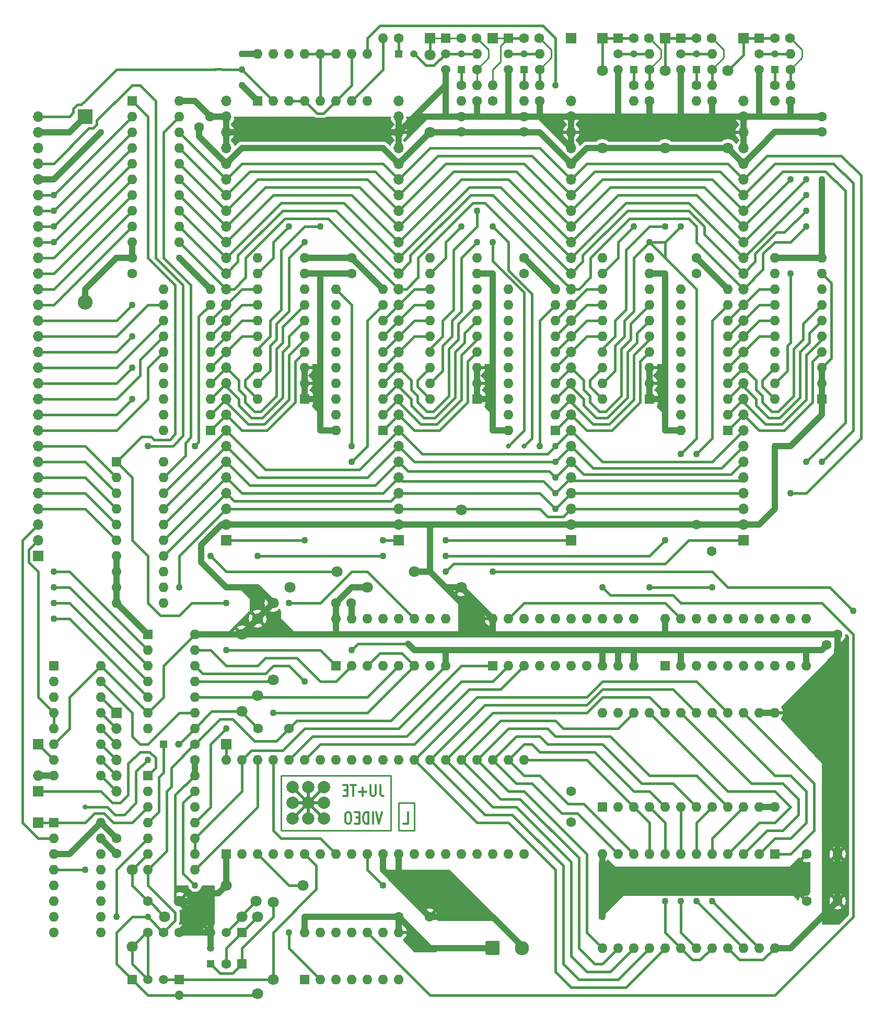
<source format=gbr>
%TF.GenerationSoftware,KiCad,Pcbnew,5.1.10*%
%TF.CreationDate,2021-12-20T20:01:49+01:00*%
%TF.ProjectId,Videoerweiterung,56696465-6f65-4727-9765-69746572756e,1*%
%TF.SameCoordinates,Original*%
%TF.FileFunction,Copper,L2,Bot*%
%TF.FilePolarity,Positive*%
%FSLAX46Y46*%
G04 Gerber Fmt 4.6, Leading zero omitted, Abs format (unit mm)*
G04 Created by KiCad (PCBNEW 5.1.10) date 2021-12-20 20:01:49*
%MOMM*%
%LPD*%
G01*
G04 APERTURE LIST*
%TA.AperFunction,NonConductor*%
%ADD10C,0.300000*%
%TD*%
%TA.AperFunction,EtchedComponent*%
%ADD11C,0.100000*%
%TD*%
%TA.AperFunction,ComponentPad*%
%ADD12O,1.500000X1.500000*%
%TD*%
%TA.AperFunction,ComponentPad*%
%ADD13R,1.500000X1.500000*%
%TD*%
%TA.AperFunction,ComponentPad*%
%ADD14C,2.300000*%
%TD*%
%TA.AperFunction,SMDPad,CuDef*%
%ADD15C,2.000000*%
%TD*%
%TA.AperFunction,SMDPad,CuDef*%
%ADD16R,0.500000X5.080000*%
%TD*%
%TA.AperFunction,SMDPad,CuDef*%
%ADD17R,5.080000X0.500000*%
%TD*%
%TA.AperFunction,SMDPad,CuDef*%
%ADD18C,0.100000*%
%TD*%
%TA.AperFunction,ComponentPad*%
%ADD19C,1.600000*%
%TD*%
%TA.AperFunction,ComponentPad*%
%ADD20O,1.700000X1.700000*%
%TD*%
%TA.AperFunction,ComponentPad*%
%ADD21R,1.700000X1.700000*%
%TD*%
%TA.AperFunction,ComponentPad*%
%ADD22O,2.400000X2.400000*%
%TD*%
%TA.AperFunction,ComponentPad*%
%ADD23R,2.400000X2.400000*%
%TD*%
%TA.AperFunction,ComponentPad*%
%ADD24O,1.600000X1.600000*%
%TD*%
%TA.AperFunction,ComponentPad*%
%ADD25C,1.500000*%
%TD*%
%TA.AperFunction,ComponentPad*%
%ADD26O,1.200000X1.200000*%
%TD*%
%TA.AperFunction,ComponentPad*%
%ADD27R,1.200000X1.200000*%
%TD*%
%TA.AperFunction,SMDPad,CuDef*%
%ADD28C,0.500000*%
%TD*%
%TA.AperFunction,ComponentPad*%
%ADD29R,1.600000X1.600000*%
%TD*%
%TA.AperFunction,ComponentPad*%
%ADD30C,1.800000*%
%TD*%
%TA.AperFunction,ViaPad*%
%ADD31C,1.100000*%
%TD*%
%TA.AperFunction,ViaPad*%
%ADD32C,0.800000*%
%TD*%
%TA.AperFunction,Conductor*%
%ADD33C,0.250000*%
%TD*%
%TA.AperFunction,Conductor*%
%ADD34C,0.400000*%
%TD*%
%TA.AperFunction,Conductor*%
%ADD35C,1.000000*%
%TD*%
%TA.AperFunction,Conductor*%
%ADD36C,0.254000*%
%TD*%
%TA.AperFunction,Conductor*%
%ADD37C,0.100000*%
%TD*%
G04 APERTURE END LIST*
D10*
X107485714Y-180519285D02*
X108200000Y-180519285D01*
X108200000Y-178719285D01*
X104036428Y-178719285D02*
X103536428Y-180519285D01*
X103036428Y-178719285D01*
X102536428Y-180519285D02*
X102536428Y-178719285D01*
X101822142Y-180519285D02*
X101822142Y-178719285D01*
X101465000Y-178719285D01*
X101250714Y-178805000D01*
X101107857Y-178976428D01*
X101036428Y-179147857D01*
X100965000Y-179490714D01*
X100965000Y-179747857D01*
X101036428Y-180090714D01*
X101107857Y-180262142D01*
X101250714Y-180433571D01*
X101465000Y-180519285D01*
X101822142Y-180519285D01*
X100322142Y-179576428D02*
X99822142Y-179576428D01*
X99607857Y-180519285D02*
X100322142Y-180519285D01*
X100322142Y-178719285D01*
X99607857Y-178719285D01*
X98679285Y-178719285D02*
X98393571Y-178719285D01*
X98250714Y-178805000D01*
X98107857Y-178976428D01*
X98036428Y-179319285D01*
X98036428Y-179919285D01*
X98107857Y-180262142D01*
X98250714Y-180433571D01*
X98393571Y-180519285D01*
X98679285Y-180519285D01*
X98822142Y-180433571D01*
X98965000Y-180262142D01*
X99036428Y-179919285D01*
X99036428Y-179319285D01*
X98965000Y-178976428D01*
X98822142Y-178805000D01*
X98679285Y-178719285D01*
X103715000Y-174274285D02*
X103715000Y-175560000D01*
X103786428Y-175817142D01*
X103929285Y-175988571D01*
X104143571Y-176074285D01*
X104286428Y-176074285D01*
X103000714Y-174274285D02*
X103000714Y-175731428D01*
X102929285Y-175902857D01*
X102857857Y-175988571D01*
X102715000Y-176074285D01*
X102429285Y-176074285D01*
X102286428Y-175988571D01*
X102215000Y-175902857D01*
X102143571Y-175731428D01*
X102143571Y-174274285D01*
X101429285Y-175388571D02*
X100286428Y-175388571D01*
X100857857Y-176074285D02*
X100857857Y-174702857D01*
X99786428Y-174274285D02*
X98929285Y-174274285D01*
X99357857Y-176074285D02*
X99357857Y-174274285D01*
X98429285Y-175131428D02*
X97929285Y-175131428D01*
X97715000Y-176074285D02*
X98429285Y-176074285D01*
X98429285Y-174274285D01*
X97715000Y-174274285D01*
D11*
%TO.C,NT1*%
G36*
X76970000Y-58670000D02*
G01*
X77970000Y-58670000D01*
X77970000Y-58170000D01*
X76970000Y-58170000D01*
X76970000Y-58670000D01*
G37*
%TD*%
D12*
%TO.P,VD201,2*%
%TO.N,GND*%
X71120000Y-208280000D03*
D13*
%TO.P,VD201,1*%
%TO.N,/Videoprozessor/~VRT*%
X71120000Y-205740000D03*
%TD*%
D14*
%TO.P,X206,2*%
%TO.N,GND*%
X126720000Y-200660000D03*
%TO.P,X206,1*%
%TO.N,+5V*%
%TA.AperFunction,ComponentPad*%
G36*
G01*
X120770000Y-201560001D02*
X120770000Y-199759999D01*
G75*
G02*
X121019999Y-199510000I249999J0D01*
G01*
X122820001Y-199510000D01*
G75*
G02*
X123070000Y-199759999I0J-249999D01*
G01*
X123070000Y-201560001D01*
G75*
G02*
X122820001Y-201810000I-249999J0D01*
G01*
X121019999Y-201810000D01*
G75*
G02*
X120770000Y-201560001I0J249999D01*
G01*
G37*
%TD.AperFunction*%
%TD*%
D15*
%TO.P,LOGO2,1*%
%TO.N,N/C*%
X92075000Y-177165000D03*
X89535000Y-179705000D03*
X92075000Y-179705000D03*
X94615000Y-179705000D03*
X94615000Y-177165000D03*
X94615000Y-174625000D03*
X92075000Y-174625000D03*
X89535000Y-174625000D03*
X89535000Y-177165000D03*
D16*
%TO.P,LOGO2,2*%
X92075000Y-177165000D03*
D17*
X92075000Y-177165000D03*
%TA.AperFunction,SMDPad,CuDef*%
D18*
G36*
X89423350Y-179463097D02*
G01*
X94373097Y-174513350D01*
X94726650Y-174866903D01*
X89776903Y-179816650D01*
X89423350Y-179463097D01*
G37*
%TD.AperFunction*%
%TA.AperFunction,SMDPad,CuDef*%
G36*
X89776903Y-174513350D02*
G01*
X94726650Y-179463097D01*
X94373097Y-179816650D01*
X89423350Y-174866903D01*
X89776903Y-174513350D01*
G37*
%TD.AperFunction*%
%TD*%
D19*
%TO.P,C18,2*%
%TO.N,GND*%
X111680000Y-195580000D03*
%TO.P,C18,1*%
%TO.N,+5V*%
X106680000Y-195580000D03*
%TD*%
%TO.P,C24,2*%
%TO.N,GND*%
X68620000Y-198120000D03*
%TO.P,C24,1*%
%TO.N,+5V*%
X71120000Y-198120000D03*
%TD*%
D20*
%TO.P,X202,2*%
%TO.N,GND*%
X48260000Y-172720000D03*
D21*
%TO.P,X202,1*%
%TO.N,Net-(D19-Pad1)*%
X48260000Y-175260000D03*
%TD*%
%TO.P,X205,1*%
%TO.N,Net-(D13-Pad40)*%
X78740000Y-167640000D03*
%TD*%
D19*
%TO.P,C22,2*%
%TO.N,GND*%
X172800000Y-185420000D03*
%TO.P,C22,1*%
%TO.N,+5V*%
X177800000Y-185420000D03*
%TD*%
%TO.P,C20,2*%
%TO.N,GND*%
X176032233Y-151627767D03*
%TO.P,C20,1*%
%TO.N,+5V*%
X177800000Y-149860000D03*
%TD*%
%TO.P,C23,2*%
%TO.N,GND*%
X172800000Y-193040000D03*
%TO.P,C23,1*%
%TO.N,+5V*%
X177800000Y-193040000D03*
%TD*%
%TO.P,C19,2*%
%TO.N,GND*%
X157440000Y-136410127D03*
%TO.P,C19,1*%
%TO.N,+5V*%
X154940000Y-132080000D03*
%TD*%
%TO.P,C17,2*%
%TO.N,GND*%
X60960000Y-185380000D03*
%TO.P,C17,1*%
%TO.N,+5V*%
X60960000Y-182880000D03*
%TD*%
%TO.P,C15,2*%
%TO.N,GND*%
X73660000Y-167680000D03*
%TO.P,C15,1*%
%TO.N,+5V*%
X73660000Y-170180000D03*
%TD*%
%TO.P,C14,2*%
%TO.N,GND*%
X99020000Y-144780000D03*
%TO.P,C14,1*%
%TO.N,+5V*%
X96520000Y-144780000D03*
%TD*%
%TO.P,C13,2*%
%TO.N,GND*%
X154940000Y-88940000D03*
%TO.P,C13,1*%
%TO.N,+5V*%
X154940000Y-91440000D03*
%TD*%
%TO.P,C12,2*%
%TO.N,GND*%
X127000000Y-68540000D03*
%TO.P,C12,1*%
%TO.N,+5V*%
X127000000Y-66040000D03*
%TD*%
%TO.P,C10,2*%
%TO.N,GND*%
X127000000Y-88940000D03*
%TO.P,C10,1*%
%TO.N,+5V*%
X127000000Y-91440000D03*
%TD*%
%TO.P,C9,2*%
%TO.N,GND*%
X63500000Y-88940000D03*
%TO.P,C9,1*%
%TO.N,+5V*%
X63500000Y-91440000D03*
%TD*%
%TO.P,C8,2*%
%TO.N,GND*%
X116840000Y-68540000D03*
%TO.P,C8,1*%
%TO.N,+5V*%
X116840000Y-66040000D03*
%TD*%
%TO.P,C7,2*%
%TO.N,GND*%
X99060000Y-88940000D03*
%TO.P,C7,1*%
%TO.N,+5V*%
X99060000Y-91440000D03*
%TD*%
%TO.P,C5,2*%
%TO.N,GND*%
X175260000Y-68540000D03*
%TO.P,C5,1*%
%TO.N,+5V*%
X175260000Y-66040000D03*
%TD*%
%TO.P,C4,2*%
%TO.N,GND*%
X74392233Y-67807767D03*
%TO.P,C4,1*%
%TO.N,+5V*%
X76160000Y-66040000D03*
%TD*%
%TO.P,C3,2*%
%TO.N,GND*%
X134620000Y-180260000D03*
%TO.P,C3,1*%
%TO.N,+5V*%
X134620000Y-175260000D03*
%TD*%
D22*
%TO.P,C2,2*%
%TO.N,GND*%
X55880000Y-96120000D03*
D23*
%TO.P,C2,1*%
%TO.N,+5V*%
X55880000Y-66040000D03*
%TD*%
D21*
%TO.P,X405,1*%
%TO.N,GND*%
X134620000Y-53340000D03*
%TD*%
%TO.P,X404,1*%
%TO.N,Net-(C1-Pad1)*%
X162560000Y-53340000D03*
%TD*%
%TO.P,X403,1*%
%TO.N,Net-(C6-Pad1)*%
X149860000Y-53340000D03*
%TD*%
%TO.P,X402,1*%
%TO.N,Net-(C11-Pad1)*%
X139700000Y-53340000D03*
%TD*%
%TO.P,X401,1*%
%TO.N,Net-(C16-Pad1)*%
X121920000Y-53340000D03*
%TD*%
%TO.P,X400,1*%
%TO.N,Net-(C21-Pad1)*%
X111760000Y-53340000D03*
%TD*%
D19*
%TO.P,C202,2*%
%TO.N,Net-(C202-Pad2)*%
X83900000Y-165100000D03*
%TO.P,C202,1*%
%TO.N,GND*%
X88900000Y-165100000D03*
%TD*%
D24*
%TO.P,R20,2*%
%TO.N,Net-(C16-Pad1)*%
X121920000Y-60960000D03*
D19*
%TO.P,R20,1*%
%TO.N,GND*%
X121920000Y-63500000D03*
%TD*%
D13*
%TO.P,VT400,1*%
%TO.N,Net-(C21-Pad1)*%
X114300000Y-53340000D03*
D25*
%TO.P,VT400,3*%
%TO.N,+5V*%
X114300000Y-58420000D03*
%TO.P,VT400,2*%
%TO.N,Net-(R22-Pad2)*%
X114300000Y-55880000D03*
%TD*%
D13*
%TO.P,VT404,1*%
%TO.N,Net-(C1-Pad1)*%
X165100000Y-53340000D03*
D25*
%TO.P,VT404,3*%
%TO.N,+5V*%
X165100000Y-58420000D03*
%TO.P,VT404,2*%
%TO.N,Net-(R2-Pad2)*%
X165100000Y-55880000D03*
%TD*%
D13*
%TO.P,VT403,1*%
%TO.N,Net-(C6-Pad1)*%
X152400000Y-53340000D03*
D25*
%TO.P,VT403,3*%
%TO.N,+5V*%
X152400000Y-58420000D03*
%TO.P,VT403,2*%
%TO.N,Net-(R7-Pad2)*%
X152400000Y-55880000D03*
%TD*%
D13*
%TO.P,VT402,1*%
%TO.N,Net-(C11-Pad1)*%
X142240000Y-53340000D03*
D25*
%TO.P,VT402,3*%
%TO.N,+5V*%
X142240000Y-58420000D03*
%TO.P,VT402,2*%
%TO.N,Net-(R12-Pad2)*%
X142240000Y-55880000D03*
%TD*%
D13*
%TO.P,VT401,1*%
%TO.N,Net-(C16-Pad1)*%
X124460000Y-53340000D03*
D25*
%TO.P,VT401,3*%
%TO.N,+5V*%
X124460000Y-58420000D03*
%TO.P,VT401,2*%
%TO.N,Net-(R17-Pad2)*%
X124460000Y-55880000D03*
%TD*%
D13*
%TO.P,VT201,1*%
%TO.N,GND*%
X63500000Y-205740000D03*
D25*
%TO.P,VT201,3*%
%TO.N,/Videoprozessor/~VRT*%
X68580000Y-205740000D03*
%TO.P,VT201,2*%
%TO.N,Net-(C200-Pad1)*%
X66040000Y-205740000D03*
%TD*%
D13*
%TO.P,VT200,1*%
%TO.N,Net-(C201-Pad2)*%
X81280000Y-198120000D03*
D25*
%TO.P,VT200,3*%
%TO.N,+5V*%
X76200000Y-198120000D03*
%TO.P,VT200,2*%
%TO.N,Net-(R200-Pad1)*%
X78740000Y-198120000D03*
%TD*%
D26*
%TO.P,VD405,2*%
%TO.N,Net-(R2-Pad2)*%
X167640000Y-55920000D03*
D27*
%TO.P,VD405,1*%
%TO.N,Net-(R4-Pad1)*%
X167640000Y-58420000D03*
%TD*%
D26*
%TO.P,VD404,2*%
%TO.N,Net-(R7-Pad2)*%
X154940000Y-55920000D03*
D27*
%TO.P,VD404,1*%
%TO.N,Net-(R9-Pad1)*%
X154940000Y-58420000D03*
%TD*%
D26*
%TO.P,VD403,2*%
%TO.N,Net-(R12-Pad2)*%
X144780000Y-55920000D03*
D27*
%TO.P,VD403,1*%
%TO.N,Net-(R14-Pad1)*%
X144780000Y-58420000D03*
%TD*%
D26*
%TO.P,VD402,2*%
%TO.N,Net-(R17-Pad2)*%
X127000000Y-55920000D03*
D27*
%TO.P,VD402,1*%
%TO.N,Net-(R19-Pad1)*%
X127000000Y-58420000D03*
%TD*%
D26*
%TO.P,VD401,2*%
%TO.N,Net-(R22-Pad2)*%
X116840000Y-55920000D03*
D27*
%TO.P,VD401,1*%
%TO.N,Net-(R24-Pad1)*%
X116840000Y-58420000D03*
%TD*%
D26*
%TO.P,VD400,2*%
%TO.N,Net-(R22-Pad2)*%
X109180000Y-55880000D03*
D27*
%TO.P,VD400,1*%
%TO.N,Net-(R26-Pad1)*%
X106680000Y-55880000D03*
%TD*%
D26*
%TO.P,VD202,2*%
%TO.N,Net-(C202-Pad2)*%
X71080000Y-167640000D03*
D27*
%TO.P,VD202,1*%
%TO.N,Net-(D19-Pad4)*%
X68580000Y-167640000D03*
%TD*%
D26*
%TO.P,VD200,2*%
%TO.N,+5V*%
X76200000Y-200700000D03*
D27*
%TO.P,VD200,1*%
%TO.N,Net-(C201-Pad1)*%
X76200000Y-203200000D03*
%TD*%
D28*
%TO.P,NT1,2*%
%TO.N,/Videoausgabe/~HR*%
X77970000Y-58420000D03*
%TO.P,NT1,1*%
%TO.N,P3.4*%
X76970000Y-58420000D03*
%TD*%
D24*
%TO.P,D21,16*%
%TO.N,+5V*%
X58420000Y-180340000D03*
%TO.P,D21,8*%
%TO.N,GND*%
X50800000Y-198120000D03*
%TO.P,D21,15*%
X58420000Y-182880000D03*
%TO.P,D21,7*%
%TO.N,Net-(D21-Pad7)*%
X50800000Y-195580000D03*
%TO.P,D21,14*%
%TO.N,Net-(D21-Pad14)*%
X58420000Y-185420000D03*
%TO.P,D21,6*%
%TO.N,Net-(D21-Pad6)*%
X50800000Y-193040000D03*
%TO.P,D21,13*%
%TO.N,Net-(D21-Pad13)*%
X58420000Y-187960000D03*
%TO.P,D21,5*%
%TO.N,Net-(D21-Pad5)*%
X50800000Y-190500000D03*
%TO.P,D21,12*%
%TO.N,Net-(D21-Pad12)*%
X58420000Y-190500000D03*
%TO.P,D21,4*%
%TO.N,DIR*%
X50800000Y-187960000D03*
%TO.P,D21,11*%
%TO.N,Net-(D21-Pad11)*%
X58420000Y-193040000D03*
%TO.P,D21,3*%
%TO.N,+5V*%
X50800000Y-185420000D03*
%TO.P,D21,10*%
%TO.N,Net-(D21-Pad10)*%
X58420000Y-195580000D03*
%TO.P,D21,2*%
%TO.N,R~W*%
X50800000Y-182880000D03*
%TO.P,D21,9*%
%TO.N,Net-(D21-Pad9)*%
X58420000Y-198120000D03*
D29*
%TO.P,D21,1*%
%TO.N,~CS2*%
X50800000Y-180340000D03*
%TD*%
D24*
%TO.P,D20,16*%
%TO.N,+5V*%
X58420000Y-154940000D03*
%TO.P,D20,8*%
%TO.N,GND*%
X50800000Y-172720000D03*
%TO.P,D20,15*%
%TO.N,/Videoprozessor/6000h-63FFh*%
X58420000Y-157480000D03*
%TO.P,D20,7*%
%TO.N,/Videoprozessor/7C00h-7FFFh*%
X50800000Y-170180000D03*
%TO.P,D20,14*%
%TO.N,/Videoprozessor/6400h-67FFh*%
X58420000Y-160020000D03*
%TO.P,D20,6*%
%TO.N,+5V*%
X50800000Y-167640000D03*
%TO.P,D20,13*%
%TO.N,/Videoprozessor/6800h-6BFFh*%
X58420000Y-162560000D03*
%TO.P,D20,5*%
%TO.N,~CS3*%
X50800000Y-165100000D03*
%TO.P,D20,12*%
%TO.N,/Videoprozessor/6C00h-6FFFh*%
X58420000Y-165100000D03*
%TO.P,D20,4*%
%TO.N,~CS3*%
X50800000Y-162560000D03*
%TO.P,D20,11*%
%TO.N,/Videoprozessor/7000h-73FFh*%
X58420000Y-167640000D03*
%TO.P,D20,3*%
%TO.N,/Videoprozessor/A12*%
X50800000Y-160020000D03*
%TO.P,D20,10*%
%TO.N,/Videoprozessor/7400h-77FFh*%
X58420000Y-170180000D03*
%TO.P,D20,2*%
%TO.N,/Videoprozessor/A11*%
X50800000Y-157480000D03*
%TO.P,D20,9*%
%TO.N,/Videoprozessor/7800h-7BFFh*%
X58420000Y-172720000D03*
D29*
%TO.P,D20,1*%
%TO.N,/Videoprozessor/A10*%
X50800000Y-154940000D03*
%TD*%
D24*
%TO.P,D19,14*%
%TO.N,+5V*%
X73660000Y-172720000D03*
%TO.P,D19,7*%
%TO.N,GND*%
X66040000Y-187960000D03*
%TO.P,D19,13*%
%TO.N,T*%
X73660000Y-175260000D03*
%TO.P,D19,6*%
%TO.N,Net-(C200-Pad2)*%
X66040000Y-185420000D03*
%TO.P,D19,12*%
%TO.N,Net-(D13-Pad3)*%
X73660000Y-177800000D03*
%TO.P,D19,5*%
%TO.N,RT*%
X66040000Y-182880000D03*
%TO.P,D19,11*%
%TO.N,~CS2*%
X73660000Y-180340000D03*
%TO.P,D19,4*%
%TO.N,Net-(D19-Pad4)*%
X66040000Y-180340000D03*
%TO.P,D19,10*%
%TO.N,CS2*%
X73660000Y-182880000D03*
%TO.P,D19,3*%
%TO.N,~CS2*%
X66040000Y-177800000D03*
%TO.P,D19,9*%
%TO.N,CS2*%
X73660000Y-185420000D03*
%TO.P,D19,2*%
%TO.N,T*%
X66040000Y-175260000D03*
%TO.P,D19,8*%
%TO.N,~CS2_delay*%
X73660000Y-187960000D03*
D29*
%TO.P,D19,1*%
%TO.N,Net-(D19-Pad1)*%
X66040000Y-172720000D03*
%TD*%
D24*
%TO.P,D18,14*%
%TO.N,+5V*%
X73660000Y-149860000D03*
%TO.P,D18,7*%
%TO.N,GND*%
X66040000Y-165100000D03*
%TO.P,D18,13*%
%TO.N,~EV*%
X73660000Y-152400000D03*
%TO.P,D18,6*%
%TO.N,+5V*%
X66040000Y-162560000D03*
%TO.P,D18,12*%
%TO.N,~EB*%
X73660000Y-154940000D03*
%TO.P,D18,5*%
%TO.N,/Videoprozessor/A7*%
X66040000Y-160020000D03*
%TO.P,D18,11*%
%TO.N,~EG*%
X73660000Y-157480000D03*
%TO.P,D18,4*%
%TO.N,/Videoprozessor/A6*%
X66040000Y-157480000D03*
%TO.P,D18,10*%
%TO.N,~ER*%
X73660000Y-160020000D03*
%TO.P,D18,3*%
%TO.N,/Videoprozessor/A5*%
X66040000Y-154940000D03*
%TO.P,D18,9*%
%TO.N,/Videoprozessor/6000h-63FFh*%
X73660000Y-162560000D03*
%TO.P,D18,2*%
%TO.N,/Videoprozessor/A4*%
X66040000Y-152400000D03*
%TO.P,D18,8*%
%TO.N,Net-(C202-Pad2)*%
X73660000Y-165100000D03*
D29*
%TO.P,D18,1*%
%TO.N,GND*%
X66040000Y-149860000D03*
%TD*%
D24*
%TO.P,D17,20*%
%TO.N,+5V*%
X68580000Y-121920000D03*
%TO.P,D17,10*%
%TO.N,GND*%
X60960000Y-144780000D03*
%TO.P,D17,19*%
%TO.N,~CS2_delay*%
X68580000Y-124460000D03*
%TO.P,D17,9*%
%TO.N,GND*%
X60960000Y-142240000D03*
%TO.P,D17,18*%
%TO.N,VRA12*%
X68580000Y-127000000D03*
%TO.P,D17,8*%
%TO.N,GND*%
X60960000Y-139700000D03*
%TO.P,D17,17*%
%TO.N,VRA11*%
X68580000Y-129540000D03*
%TO.P,D17,7*%
%TO.N,GND*%
X60960000Y-137160000D03*
%TO.P,D17,16*%
%TO.N,VRA10*%
X68580000Y-132080000D03*
%TO.P,D17,6*%
%TO.N,/Videoprozessor/A8*%
X60960000Y-134620000D03*
%TO.P,D17,15*%
%TO.N,VRA9*%
X68580000Y-134620000D03*
%TO.P,D17,5*%
%TO.N,/Videoprozessor/A9*%
X60960000Y-132080000D03*
%TO.P,D17,14*%
%TO.N,VRA8*%
X68580000Y-137160000D03*
%TO.P,D17,4*%
%TO.N,/Videoprozessor/A10*%
X60960000Y-129540000D03*
%TO.P,D17,13*%
%TO.N,Net-(D17-Pad13)*%
X68580000Y-139700000D03*
%TO.P,D17,3*%
%TO.N,/Videoprozessor/A11*%
X60960000Y-127000000D03*
%TO.P,D17,12*%
%TO.N,Net-(D17-Pad12)*%
X68580000Y-142240000D03*
%TO.P,D17,2*%
%TO.N,/Videoprozessor/A12*%
X60960000Y-124460000D03*
%TO.P,D17,11*%
%TO.N,Net-(D17-Pad11)*%
X68580000Y-144780000D03*
D29*
%TO.P,D17,1*%
%TO.N,~CS2*%
X60960000Y-121920000D03*
%TD*%
D24*
%TO.P,D16,20*%
%TO.N,+5V*%
X68580000Y-116840000D03*
%TO.P,D16,10*%
%TO.N,GND*%
X76200000Y-93980000D03*
%TO.P,D16,19*%
%TO.N,D6*%
X68580000Y-114300000D03*
%TO.P,D16,9*%
%TO.N,~EV*%
X76200000Y-96520000D03*
%TO.P,D16,18*%
%TO.N,D4*%
X68580000Y-111760000D03*
%TO.P,D16,8*%
%TO.N,/Steuerung Video-RAM/VVD1*%
X76200000Y-99060000D03*
%TO.P,D16,17*%
%TO.N,D2*%
X68580000Y-109220000D03*
%TO.P,D16,7*%
%TO.N,/Steuerung Video-RAM/VVD3*%
X76200000Y-101600000D03*
%TO.P,D16,16*%
%TO.N,D0*%
X68580000Y-106680000D03*
%TO.P,D16,6*%
%TO.N,/Steuerung Video-RAM/VVD5*%
X76200000Y-104140000D03*
%TO.P,D16,15*%
%TO.N,D7*%
X68580000Y-104140000D03*
%TO.P,D16,5*%
%TO.N,/Steuerung Video-RAM/VVD7*%
X76200000Y-106680000D03*
%TO.P,D16,14*%
%TO.N,D5*%
X68580000Y-101600000D03*
%TO.P,D16,4*%
%TO.N,/Steuerung Video-RAM/VVD0*%
X76200000Y-109220000D03*
%TO.P,D16,13*%
%TO.N,D3*%
X68580000Y-99060000D03*
%TO.P,D16,3*%
%TO.N,/Steuerung Video-RAM/VVD2*%
X76200000Y-111760000D03*
%TO.P,D16,12*%
%TO.N,D1*%
X68580000Y-96520000D03*
%TO.P,D16,2*%
%TO.N,/Steuerung Video-RAM/VVD4*%
X76200000Y-114300000D03*
%TO.P,D16,11*%
%TO.N,DIR*%
X68580000Y-93980000D03*
D29*
%TO.P,D16,1*%
%TO.N,/Steuerung Video-RAM/VVD6*%
X76200000Y-116840000D03*
%TD*%
D24*
%TO.P,D15,20*%
%TO.N,+5V*%
X71120000Y-63500000D03*
%TO.P,D15,10*%
%TO.N,GND*%
X63500000Y-86360000D03*
%TO.P,D15,19*%
%TO.N,~CS2_delay*%
X71120000Y-66040000D03*
%TO.P,D15,9*%
%TO.N,/Videoprozessor/A0*%
X63500000Y-83820000D03*
%TO.P,D15,18*%
%TO.N,VRA7*%
X71120000Y-68580000D03*
%TO.P,D15,8*%
%TO.N,/Videoprozessor/A1*%
X63500000Y-81280000D03*
%TO.P,D15,17*%
%TO.N,VRA6*%
X71120000Y-71120000D03*
%TO.P,D15,7*%
%TO.N,/Videoprozessor/A2*%
X63500000Y-78740000D03*
%TO.P,D15,16*%
%TO.N,VRA5*%
X71120000Y-73660000D03*
%TO.P,D15,6*%
%TO.N,/Videoprozessor/A3*%
X63500000Y-76200000D03*
%TO.P,D15,15*%
%TO.N,VRA4*%
X71120000Y-76200000D03*
%TO.P,D15,5*%
%TO.N,/Videoprozessor/A4*%
X63500000Y-73660000D03*
%TO.P,D15,14*%
%TO.N,VRA3*%
X71120000Y-78740000D03*
%TO.P,D15,4*%
%TO.N,/Videoprozessor/A5*%
X63500000Y-71120000D03*
%TO.P,D15,13*%
%TO.N,VRA2*%
X71120000Y-81280000D03*
%TO.P,D15,3*%
%TO.N,/Videoprozessor/A6*%
X63500000Y-68580000D03*
%TO.P,D15,12*%
%TO.N,VRA1*%
X71120000Y-83820000D03*
%TO.P,D15,2*%
%TO.N,/Videoprozessor/A7*%
X63500000Y-66040000D03*
%TO.P,D15,11*%
%TO.N,VRA0*%
X71120000Y-86360000D03*
D29*
%TO.P,D15,1*%
%TO.N,~CS2*%
X63500000Y-63500000D03*
%TD*%
D24*
%TO.P,D14,14*%
%TO.N,+5V*%
X91440000Y-198120000D03*
%TO.P,D14,7*%
%TO.N,GND*%
X106680000Y-205740000D03*
%TO.P,D14,13*%
%TO.N,Net-(D14-Pad13)*%
X93980000Y-198120000D03*
%TO.P,D14,6*%
%TO.N,/Videoprozessor/~VDS*%
X104140000Y-205740000D03*
%TO.P,D14,12*%
%TO.N,Net-(D14-Pad12)*%
X96520000Y-198120000D03*
%TO.P,D14,5*%
%TO.N,GND*%
X101600000Y-205740000D03*
%TO.P,D14,11*%
%TO.N,Net-(D14-Pad11)*%
X99060000Y-198120000D03*
%TO.P,D14,4*%
%TO.N,GND*%
X99060000Y-205740000D03*
%TO.P,D14,10*%
%TO.N,S1*%
X101600000Y-198120000D03*
%TO.P,D14,3*%
%TO.N,GND*%
X96520000Y-205740000D03*
%TO.P,D14,9*%
%TO.N,T*%
X104140000Y-198120000D03*
%TO.P,D14,2*%
%TO.N,/Videoprozessor/VP3.7*%
X93980000Y-205740000D03*
%TO.P,D14,8*%
%TO.N,+5V*%
X106680000Y-198120000D03*
D29*
%TO.P,D14,1*%
%TO.N,GND*%
X91440000Y-205740000D03*
%TD*%
D24*
%TO.P,D13,40*%
%TO.N,Net-(D13-Pad40)*%
X78740000Y-170180000D03*
%TO.P,D13,20*%
%TO.N,Net-(D13-Pad20)*%
X127000000Y-185420000D03*
%TO.P,D13,39*%
%TO.N,CS2*%
X81280000Y-170180000D03*
%TO.P,D13,19*%
%TO.N,Net-(D13-Pad19)*%
X124460000Y-185420000D03*
%TO.P,D13,38*%
%TO.N,~CS2_delay*%
X83820000Y-170180000D03*
%TO.P,D13,18*%
%TO.N,Net-(D13-Pad18)*%
X121920000Y-185420000D03*
%TO.P,D13,37*%
%TO.N,/Videoprozessor/~VDS*%
X86360000Y-170180000D03*
%TO.P,D13,17*%
%TO.N,Net-(D13-Pad17)*%
X119380000Y-185420000D03*
%TO.P,D13,36*%
%TO.N,/Videoprozessor/xA12*%
X88900000Y-170180000D03*
%TO.P,D13,16*%
%TO.N,Net-(D13-Pad16)*%
X116840000Y-185420000D03*
%TO.P,D13,35*%
%TO.N,/Videoprozessor/xA11*%
X91440000Y-170180000D03*
%TO.P,D13,15*%
%TO.N,/Videoprozessor/VA10*%
X114300000Y-185420000D03*
%TO.P,D13,34*%
%TO.N,/Videoprozessor/xA10*%
X93980000Y-170180000D03*
%TO.P,D13,14*%
%TO.N,/Videoprozessor/VA9*%
X111760000Y-185420000D03*
%TO.P,D13,33*%
%TO.N,/Videoprozessor/xA9*%
X96520000Y-170180000D03*
%TO.P,D13,13*%
%TO.N,/Videoprozessor/VA8*%
X109220000Y-185420000D03*
%TO.P,D13,32*%
%TO.N,/Videoprozessor/xA8*%
X99060000Y-170180000D03*
%TO.P,D13,12*%
%TO.N,GND*%
X106680000Y-185420000D03*
%TO.P,D13,31*%
%TO.N,/Videoprozessor/xA7*%
X101600000Y-170180000D03*
%TO.P,D13,11*%
%TO.N,GND*%
X104140000Y-185420000D03*
%TO.P,D13,30*%
%TO.N,Net-(D13-Pad30)*%
X104140000Y-170180000D03*
%TO.P,D13,10*%
%TO.N,~SYN*%
X101600000Y-185420000D03*
%TO.P,D13,29*%
%TO.N,Net-(D13-Pad29)*%
X106680000Y-170180000D03*
%TO.P,D13,9*%
%TO.N,/Videoprozessor/~VAS*%
X99060000Y-185420000D03*
%TO.P,D13,28*%
%TO.N,/Videoprozessor/VAD7*%
X109220000Y-170180000D03*
%TO.P,D13,8*%
%TO.N,/Videoprozessor/~VDS*%
X96520000Y-185420000D03*
%TO.P,D13,27*%
%TO.N,/Videoprozessor/VAD6*%
X111760000Y-170180000D03*
%TO.P,D13,7*%
%TO.N,Net-(D13-Pad7)*%
X93980000Y-185420000D03*
%TO.P,D13,26*%
%TO.N,/Videoprozessor/VAD5*%
X114300000Y-170180000D03*
%TO.P,D13,6*%
%TO.N,/Videoprozessor/~VRT*%
X91440000Y-185420000D03*
%TO.P,D13,25*%
%TO.N,/Videoprozessor/VAD4*%
X116840000Y-170180000D03*
%TO.P,D13,5*%
%TO.N,Net-(D13-Pad5)*%
X88900000Y-185420000D03*
%TO.P,D13,24*%
%TO.N,/Videoprozessor/VAD3*%
X119380000Y-170180000D03*
%TO.P,D13,4*%
%TO.N,/Videoprozessor/VP3.7*%
X86360000Y-185420000D03*
%TO.P,D13,23*%
%TO.N,/Videoprozessor/VAD2*%
X121920000Y-170180000D03*
%TO.P,D13,3*%
%TO.N,Net-(D13-Pad3)*%
X83820000Y-185420000D03*
%TO.P,D13,22*%
%TO.N,/Videoprozessor/VAD1*%
X124460000Y-170180000D03*
%TO.P,D13,2*%
%TO.N,Net-(D13-Pad2)*%
X81280000Y-185420000D03*
%TO.P,D13,21*%
%TO.N,/Videoprozessor/VAD0*%
X127000000Y-170180000D03*
D29*
%TO.P,D13,1*%
%TO.N,+5V*%
X78740000Y-185420000D03*
%TD*%
D24*
%TO.P,D12,20*%
%TO.N,+5V*%
X83820000Y-111760000D03*
%TO.P,D12,10*%
%TO.N,GND*%
X91440000Y-88900000D03*
%TO.P,D12,19*%
%TO.N,S1*%
X83820000Y-109220000D03*
%TO.P,D12,9*%
%TO.N,+5V*%
X91440000Y-91440000D03*
%TO.P,D12,18*%
X83820000Y-106680000D03*
%TO.P,D12,8*%
%TO.N,Net-(D12-Pad8)*%
X91440000Y-93980000D03*
%TO.P,D12,17*%
%TO.N,YV*%
X83820000Y-104140000D03*
%TO.P,D12,7*%
%TO.N,/Steuerung Video-RAM/VVD0*%
X91440000Y-96520000D03*
%TO.P,D12,16*%
%TO.N,/Steuerung Video-RAM/VVD7*%
X83820000Y-101600000D03*
%TO.P,D12,6*%
%TO.N,/Steuerung Video-RAM/VVD2*%
X91440000Y-99060000D03*
%TO.P,D12,15*%
%TO.N,/Steuerung Video-RAM/VVD5*%
X83820000Y-99060000D03*
%TO.P,D12,5*%
%TO.N,/Steuerung Video-RAM/VVD4*%
X91440000Y-101600000D03*
%TO.P,D12,14*%
%TO.N,/Steuerung Video-RAM/VVD3*%
X83820000Y-96520000D03*
%TO.P,D12,4*%
%TO.N,/Steuerung Video-RAM/VVD6*%
X91440000Y-104140000D03*
%TO.P,D12,13*%
%TO.N,/Steuerung Video-RAM/VVD1*%
X83820000Y-93980000D03*
%TO.P,D12,3*%
%TO.N,+5V*%
X91440000Y-106680000D03*
%TO.P,D12,12*%
%TO.N,T*%
X83820000Y-91440000D03*
%TO.P,D12,2*%
%TO.N,+5V*%
X91440000Y-109220000D03*
%TO.P,D12,11*%
%TO.N,GND*%
X83820000Y-88900000D03*
D29*
%TO.P,D12,1*%
%TO.N,+5V*%
X91440000Y-111760000D03*
%TD*%
D24*
%TO.P,D11,20*%
%TO.N,+5V*%
X96520000Y-116840000D03*
%TO.P,D11,10*%
%TO.N,GND*%
X104140000Y-93980000D03*
%TO.P,D11,19*%
%TO.N,D6*%
X96520000Y-114300000D03*
%TO.P,D11,9*%
%TO.N,~EB*%
X104140000Y-96520000D03*
%TO.P,D11,18*%
%TO.N,D4*%
X96520000Y-111760000D03*
%TO.P,D11,8*%
%TO.N,/Steuerung Video-RAM/VBD1*%
X104140000Y-99060000D03*
%TO.P,D11,17*%
%TO.N,D2*%
X96520000Y-109220000D03*
%TO.P,D11,7*%
%TO.N,/Steuerung Video-RAM/VBD3*%
X104140000Y-101600000D03*
%TO.P,D11,16*%
%TO.N,D0*%
X96520000Y-106680000D03*
%TO.P,D11,6*%
%TO.N,/Steuerung Video-RAM/VBD5*%
X104140000Y-104140000D03*
%TO.P,D11,15*%
%TO.N,D7*%
X96520000Y-104140000D03*
%TO.P,D11,5*%
%TO.N,/Steuerung Video-RAM/VBD7*%
X104140000Y-106680000D03*
%TO.P,D11,14*%
%TO.N,D5*%
X96520000Y-101600000D03*
%TO.P,D11,4*%
%TO.N,/Steuerung Video-RAM/VBD0*%
X104140000Y-109220000D03*
%TO.P,D11,13*%
%TO.N,D3*%
X96520000Y-99060000D03*
%TO.P,D11,3*%
%TO.N,/Steuerung Video-RAM/VBD2*%
X104140000Y-111760000D03*
%TO.P,D11,12*%
%TO.N,D1*%
X96520000Y-96520000D03*
%TO.P,D11,2*%
%TO.N,/Steuerung Video-RAM/VBD4*%
X104140000Y-114300000D03*
%TO.P,D11,11*%
%TO.N,DIR*%
X96520000Y-93980000D03*
D29*
%TO.P,D11,1*%
%TO.N,/Steuerung Video-RAM/VBD6*%
X104140000Y-116840000D03*
%TD*%
D24*
%TO.P,D10,16*%
%TO.N,+5V*%
X96520000Y-147320000D03*
%TO.P,D10,8*%
%TO.N,GND*%
X114300000Y-154940000D03*
%TO.P,D10,15*%
X99060000Y-147320000D03*
%TO.P,D10,7*%
%TO.N,~SR*%
X111760000Y-154940000D03*
%TO.P,D10,14*%
%TO.N,~EB*%
X101600000Y-147320000D03*
%TO.P,D10,6*%
%TO.N,/Videoprozessor/~VDS*%
X109220000Y-154940000D03*
%TO.P,D10,13*%
X104140000Y-147320000D03*
%TO.P,D10,5*%
%TO.N,~ER*%
X106680000Y-154940000D03*
%TO.P,D10,12*%
%TO.N,~SB*%
X106680000Y-147320000D03*
%TO.P,D10,4*%
%TO.N,~SV*%
X104140000Y-154940000D03*
%TO.P,D10,11*%
%TO.N,~EG*%
X109220000Y-147320000D03*
%TO.P,D10,3*%
%TO.N,/Videoprozessor/~VDS*%
X101600000Y-154940000D03*
%TO.P,D10,10*%
X111760000Y-147320000D03*
%TO.P,D10,2*%
%TO.N,~EV*%
X99060000Y-154940000D03*
%TO.P,D10,9*%
%TO.N,~SG*%
X114300000Y-147320000D03*
D29*
%TO.P,D10,1*%
%TO.N,~CS2*%
X96520000Y-154940000D03*
%TD*%
D24*
%TO.P,D9,20*%
%TO.N,+5V*%
X111760000Y-111760000D03*
%TO.P,D9,10*%
%TO.N,GND*%
X119380000Y-88900000D03*
%TO.P,D9,19*%
%TO.N,S1*%
X111760000Y-109220000D03*
%TO.P,D9,9*%
%TO.N,+5V*%
X119380000Y-91440000D03*
%TO.P,D9,18*%
X111760000Y-106680000D03*
%TO.P,D9,8*%
%TO.N,Net-(D9-Pad8)*%
X119380000Y-93980000D03*
%TO.P,D9,17*%
%TO.N,YB*%
X111760000Y-104140000D03*
%TO.P,D9,7*%
%TO.N,/Steuerung Video-RAM/VBD0*%
X119380000Y-96520000D03*
%TO.P,D9,16*%
%TO.N,/Steuerung Video-RAM/VBD7*%
X111760000Y-101600000D03*
%TO.P,D9,6*%
%TO.N,/Steuerung Video-RAM/VBD2*%
X119380000Y-99060000D03*
%TO.P,D9,15*%
%TO.N,/Steuerung Video-RAM/VBD5*%
X111760000Y-99060000D03*
%TO.P,D9,5*%
%TO.N,/Steuerung Video-RAM/VBD4*%
X119380000Y-101600000D03*
%TO.P,D9,14*%
%TO.N,/Steuerung Video-RAM/VBD3*%
X111760000Y-96520000D03*
%TO.P,D9,4*%
%TO.N,/Steuerung Video-RAM/VBD6*%
X119380000Y-104140000D03*
%TO.P,D9,13*%
%TO.N,/Steuerung Video-RAM/VBD1*%
X111760000Y-93980000D03*
%TO.P,D9,3*%
%TO.N,+5V*%
X119380000Y-106680000D03*
%TO.P,D9,12*%
%TO.N,T*%
X111760000Y-91440000D03*
%TO.P,D9,2*%
%TO.N,+5V*%
X119380000Y-109220000D03*
%TO.P,D9,11*%
%TO.N,GND*%
X111760000Y-88900000D03*
D29*
%TO.P,D9,1*%
%TO.N,+5V*%
X119380000Y-111760000D03*
%TD*%
D24*
%TO.P,D8,20*%
%TO.N,+5V*%
X121920000Y-147320000D03*
%TO.P,D8,10*%
%TO.N,GND*%
X144780000Y-154940000D03*
%TO.P,D8,19*%
%TO.N,CS2*%
X124460000Y-147320000D03*
%TO.P,D8,9*%
%TO.N,GND*%
X142240000Y-154940000D03*
%TO.P,D8,18*%
%TO.N,VRA12*%
X127000000Y-147320000D03*
%TO.P,D8,8*%
%TO.N,GND*%
X139700000Y-154940000D03*
%TO.P,D8,17*%
%TO.N,VRA11*%
X129540000Y-147320000D03*
%TO.P,D8,7*%
%TO.N,/Videoprozessor/xA7*%
X137160000Y-154940000D03*
%TO.P,D8,16*%
%TO.N,VRA10*%
X132080000Y-147320000D03*
%TO.P,D8,6*%
%TO.N,/Videoprozessor/xA8*%
X134620000Y-154940000D03*
%TO.P,D8,15*%
%TO.N,VRA9*%
X134620000Y-147320000D03*
%TO.P,D8,5*%
%TO.N,/Videoprozessor/xA9*%
X132080000Y-154940000D03*
%TO.P,D8,14*%
%TO.N,VRA8*%
X137160000Y-147320000D03*
%TO.P,D8,4*%
%TO.N,/Videoprozessor/xA10*%
X129540000Y-154940000D03*
%TO.P,D8,13*%
%TO.N,VRA7*%
X139700000Y-147320000D03*
%TO.P,D8,3*%
%TO.N,/Videoprozessor/xA11*%
X127000000Y-154940000D03*
%TO.P,D8,12*%
%TO.N,Net-(D8-Pad12)*%
X142240000Y-147320000D03*
%TO.P,D8,2*%
%TO.N,/Videoprozessor/xA12*%
X124460000Y-154940000D03*
%TO.P,D8,11*%
%TO.N,Net-(D8-Pad11)*%
X144780000Y-147320000D03*
D29*
%TO.P,D8,1*%
%TO.N,CS2*%
X121920000Y-154940000D03*
%TD*%
D24*
%TO.P,D7,20*%
%TO.N,+5V*%
X124460000Y-116840000D03*
%TO.P,D7,10*%
%TO.N,GND*%
X132080000Y-93980000D03*
%TO.P,D7,19*%
%TO.N,D6*%
X124460000Y-114300000D03*
%TO.P,D7,9*%
%TO.N,~EG*%
X132080000Y-96520000D03*
%TO.P,D7,18*%
%TO.N,D4*%
X124460000Y-111760000D03*
%TO.P,D7,8*%
%TO.N,/Steuerung Video-RAM/VGD1*%
X132080000Y-99060000D03*
%TO.P,D7,17*%
%TO.N,D2*%
X124460000Y-109220000D03*
%TO.P,D7,7*%
%TO.N,/Steuerung Video-RAM/VGD3*%
X132080000Y-101600000D03*
%TO.P,D7,16*%
%TO.N,D0*%
X124460000Y-106680000D03*
%TO.P,D7,6*%
%TO.N,/Steuerung Video-RAM/VGD5*%
X132080000Y-104140000D03*
%TO.P,D7,15*%
%TO.N,D7*%
X124460000Y-104140000D03*
%TO.P,D7,5*%
%TO.N,/Steuerung Video-RAM/VGD7*%
X132080000Y-106680000D03*
%TO.P,D7,14*%
%TO.N,D5*%
X124460000Y-101600000D03*
%TO.P,D7,4*%
%TO.N,/Steuerung Video-RAM/VGD0*%
X132080000Y-109220000D03*
%TO.P,D7,13*%
%TO.N,D3*%
X124460000Y-99060000D03*
%TO.P,D7,3*%
%TO.N,/Steuerung Video-RAM/VGD2*%
X132080000Y-111760000D03*
%TO.P,D7,12*%
%TO.N,D1*%
X124460000Y-96520000D03*
%TO.P,D7,2*%
%TO.N,/Steuerung Video-RAM/VGD4*%
X132080000Y-114300000D03*
%TO.P,D7,11*%
%TO.N,DIR*%
X124460000Y-93980000D03*
D29*
%TO.P,D7,1*%
%TO.N,/Steuerung Video-RAM/VGD6*%
X132080000Y-116840000D03*
%TD*%
D24*
%TO.P,D6,24*%
%TO.N,+5V*%
X167640000Y-200660000D03*
%TO.P,D6,12*%
%TO.N,GND*%
X139700000Y-185420000D03*
%TO.P,D6,23*%
%TO.N,/Videoprozessor/VA8*%
X165100000Y-200660000D03*
%TO.P,D6,11*%
%TO.N,/Videoprozessor/VAD2*%
X142240000Y-185420000D03*
%TO.P,D6,22*%
%TO.N,/Videoprozessor/VA9*%
X162560000Y-200660000D03*
%TO.P,D6,10*%
%TO.N,/Videoprozessor/VAD1*%
X144780000Y-185420000D03*
%TO.P,D6,21*%
%TO.N,+5V*%
X160020000Y-200660000D03*
%TO.P,D6,9*%
%TO.N,/Videoprozessor/VAD0*%
X147320000Y-185420000D03*
%TO.P,D6,20*%
%TO.N,/Videoprozessor/~VDS*%
X157480000Y-200660000D03*
%TO.P,D6,8*%
%TO.N,/Videoprozessor/VA0*%
X149860000Y-185420000D03*
%TO.P,D6,19*%
%TO.N,/Videoprozessor/VA10*%
X154940000Y-200660000D03*
%TO.P,D6,7*%
%TO.N,/Videoprozessor/VA1*%
X152400000Y-185420000D03*
%TO.P,D6,18*%
%TO.N,/Videoprozessor/~VDS*%
X152400000Y-200660000D03*
%TO.P,D6,6*%
%TO.N,/Videoprozessor/VA2*%
X154940000Y-185420000D03*
%TO.P,D6,17*%
%TO.N,/Videoprozessor/VAD7*%
X149860000Y-200660000D03*
%TO.P,D6,5*%
%TO.N,/Videoprozessor/VA3*%
X157480000Y-185420000D03*
%TO.P,D6,16*%
%TO.N,/Videoprozessor/VAD6*%
X147320000Y-200660000D03*
%TO.P,D6,4*%
%TO.N,/Videoprozessor/VA4*%
X160020000Y-185420000D03*
%TO.P,D6,15*%
%TO.N,/Videoprozessor/VAD5*%
X144780000Y-200660000D03*
%TO.P,D6,3*%
%TO.N,/Videoprozessor/VA5*%
X162560000Y-185420000D03*
%TO.P,D6,14*%
%TO.N,/Videoprozessor/VAD4*%
X142240000Y-200660000D03*
%TO.P,D6,2*%
%TO.N,/Videoprozessor/VA6*%
X165100000Y-185420000D03*
%TO.P,D6,13*%
%TO.N,/Videoprozessor/VAD3*%
X139700000Y-200660000D03*
D29*
%TO.P,D6,1*%
%TO.N,/Videoprozessor/VA7*%
X167640000Y-185420000D03*
%TD*%
D24*
%TO.P,D5,24*%
%TO.N,+5V*%
X139700000Y-162560000D03*
%TO.P,D5,12*%
%TO.N,GND*%
X167640000Y-177800000D03*
%TO.P,D5,23*%
%TO.N,Net-(D5-Pad23)*%
X142240000Y-162560000D03*
%TO.P,D5,11*%
%TO.N,GND*%
X165100000Y-177800000D03*
%TO.P,D5,22*%
%TO.N,/Videoprozessor/VAD4*%
X144780000Y-162560000D03*
%TO.P,D5,10*%
%TO.N,/Videoprozessor/VA3*%
X162560000Y-177800000D03*
%TO.P,D5,21*%
%TO.N,/Videoprozessor/VA4*%
X147320000Y-162560000D03*
%TO.P,D5,9*%
%TO.N,/Videoprozessor/VAD3*%
X160020000Y-177800000D03*
%TO.P,D5,20*%
%TO.N,/Videoprozessor/VAD5*%
X149860000Y-162560000D03*
%TO.P,D5,8*%
%TO.N,/Videoprozessor/VA2*%
X157480000Y-177800000D03*
%TO.P,D5,19*%
%TO.N,/Videoprozessor/VA5*%
X152400000Y-162560000D03*
%TO.P,D5,7*%
%TO.N,/Videoprozessor/VAD2*%
X154940000Y-177800000D03*
%TO.P,D5,18*%
%TO.N,/Videoprozessor/VAD6*%
X154940000Y-162560000D03*
%TO.P,D5,6*%
%TO.N,/Videoprozessor/VA1*%
X152400000Y-177800000D03*
%TO.P,D5,17*%
%TO.N,/Videoprozessor/VA6*%
X157480000Y-162560000D03*
%TO.P,D5,5*%
%TO.N,/Videoprozessor/VAD1*%
X149860000Y-177800000D03*
%TO.P,D5,16*%
%TO.N,/Videoprozessor/VAD7*%
X160020000Y-162560000D03*
%TO.P,D5,4*%
%TO.N,/Videoprozessor/VA0*%
X147320000Y-177800000D03*
%TO.P,D5,15*%
%TO.N,/Videoprozessor/VA7*%
X162560000Y-162560000D03*
%TO.P,D5,3*%
%TO.N,/Videoprozessor/VAD0*%
X144780000Y-177800000D03*
%TO.P,D5,14*%
%TO.N,+5V*%
X165100000Y-162560000D03*
%TO.P,D5,2*%
X142240000Y-177800000D03*
%TO.P,D5,13*%
X167640000Y-162560000D03*
D29*
%TO.P,D5,1*%
%TO.N,/Videoprozessor/~VAS*%
X139700000Y-177800000D03*
%TD*%
D24*
%TO.P,D4,20*%
%TO.N,+5V*%
X139700000Y-111760000D03*
%TO.P,D4,10*%
%TO.N,GND*%
X147320000Y-88900000D03*
%TO.P,D4,19*%
%TO.N,S1*%
X139700000Y-109220000D03*
%TO.P,D4,9*%
%TO.N,+5V*%
X147320000Y-91440000D03*
%TO.P,D4,18*%
X139700000Y-106680000D03*
%TO.P,D4,8*%
%TO.N,Net-(D4-Pad8)*%
X147320000Y-93980000D03*
%TO.P,D4,17*%
%TO.N,YG*%
X139700000Y-104140000D03*
%TO.P,D4,7*%
%TO.N,/Steuerung Video-RAM/VGD0*%
X147320000Y-96520000D03*
%TO.P,D4,16*%
%TO.N,/Steuerung Video-RAM/VGD7*%
X139700000Y-101600000D03*
%TO.P,D4,6*%
%TO.N,/Steuerung Video-RAM/VGD2*%
X147320000Y-99060000D03*
%TO.P,D4,15*%
%TO.N,/Steuerung Video-RAM/VGD5*%
X139700000Y-99060000D03*
%TO.P,D4,5*%
%TO.N,/Steuerung Video-RAM/VGD4*%
X147320000Y-101600000D03*
%TO.P,D4,14*%
%TO.N,/Steuerung Video-RAM/VGD3*%
X139700000Y-96520000D03*
%TO.P,D4,4*%
%TO.N,/Steuerung Video-RAM/VGD6*%
X147320000Y-104140000D03*
%TO.P,D4,13*%
%TO.N,/Steuerung Video-RAM/VGD1*%
X139700000Y-93980000D03*
%TO.P,D4,3*%
%TO.N,+5V*%
X147320000Y-106680000D03*
%TO.P,D4,12*%
%TO.N,T*%
X139700000Y-91440000D03*
%TO.P,D4,2*%
%TO.N,+5V*%
X147320000Y-109220000D03*
%TO.P,D4,11*%
%TO.N,GND*%
X139700000Y-88900000D03*
D29*
%TO.P,D4,1*%
%TO.N,+5V*%
X147320000Y-111760000D03*
%TD*%
D24*
%TO.P,D3,20*%
%TO.N,+5V*%
X152400000Y-116840000D03*
%TO.P,D3,10*%
%TO.N,GND*%
X160020000Y-93980000D03*
%TO.P,D3,19*%
%TO.N,D6*%
X152400000Y-114300000D03*
%TO.P,D3,9*%
%TO.N,~ER*%
X160020000Y-96520000D03*
%TO.P,D3,18*%
%TO.N,D4*%
X152400000Y-111760000D03*
%TO.P,D3,8*%
%TO.N,/Steuerung Video-RAM/VRD1*%
X160020000Y-99060000D03*
%TO.P,D3,17*%
%TO.N,D2*%
X152400000Y-109220000D03*
%TO.P,D3,7*%
%TO.N,/Steuerung Video-RAM/VRD3*%
X160020000Y-101600000D03*
%TO.P,D3,16*%
%TO.N,D0*%
X152400000Y-106680000D03*
%TO.P,D3,6*%
%TO.N,/Steuerung Video-RAM/VRD5*%
X160020000Y-104140000D03*
%TO.P,D3,15*%
%TO.N,D7*%
X152400000Y-104140000D03*
%TO.P,D3,5*%
%TO.N,/Steuerung Video-RAM/VRD7*%
X160020000Y-106680000D03*
%TO.P,D3,14*%
%TO.N,D5*%
X152400000Y-101600000D03*
%TO.P,D3,4*%
%TO.N,/Steuerung Video-RAM/VRD0*%
X160020000Y-109220000D03*
%TO.P,D3,13*%
%TO.N,D3*%
X152400000Y-99060000D03*
%TO.P,D3,3*%
%TO.N,/Steuerung Video-RAM/VRD2*%
X160020000Y-111760000D03*
%TO.P,D3,12*%
%TO.N,D1*%
X152400000Y-96520000D03*
%TO.P,D3,2*%
%TO.N,/Steuerung Video-RAM/VRD4*%
X160020000Y-114300000D03*
%TO.P,D3,11*%
%TO.N,DIR*%
X152400000Y-93980000D03*
D29*
%TO.P,D3,1*%
%TO.N,/Steuerung Video-RAM/VRD6*%
X160020000Y-116840000D03*
%TD*%
D24*
%TO.P,D2,20*%
%TO.N,+5V*%
X149860000Y-147320000D03*
%TO.P,D2,10*%
%TO.N,GND*%
X172720000Y-154940000D03*
%TO.P,D2,19*%
%TO.N,CS2*%
X152400000Y-147320000D03*
%TO.P,D2,9*%
%TO.N,/Videoprozessor/VA3*%
X170180000Y-154940000D03*
%TO.P,D2,18*%
%TO.N,Net-(D2-Pad18)*%
X154940000Y-147320000D03*
%TO.P,D2,8*%
%TO.N,/Videoprozessor/VA2*%
X167640000Y-154940000D03*
%TO.P,D2,17*%
%TO.N,VRA4*%
X157480000Y-147320000D03*
%TO.P,D2,7*%
%TO.N,/Videoprozessor/VA1*%
X165100000Y-154940000D03*
%TO.P,D2,16*%
%TO.N,VRA5*%
X160020000Y-147320000D03*
%TO.P,D2,6*%
%TO.N,/Videoprozessor/VA0*%
X162560000Y-154940000D03*
%TO.P,D2,15*%
%TO.N,VRA6*%
X162560000Y-147320000D03*
%TO.P,D2,5*%
%TO.N,/Videoprozessor/VA6*%
X160020000Y-154940000D03*
%TO.P,D2,14*%
%TO.N,VRA0*%
X165100000Y-147320000D03*
%TO.P,D2,4*%
%TO.N,/Videoprozessor/VA5*%
X157480000Y-154940000D03*
%TO.P,D2,13*%
%TO.N,VRA1*%
X167640000Y-147320000D03*
%TO.P,D2,3*%
%TO.N,/Videoprozessor/VA4*%
X154940000Y-154940000D03*
%TO.P,D2,12*%
%TO.N,VRA2*%
X170180000Y-147320000D03*
%TO.P,D2,2*%
%TO.N,GND*%
X152400000Y-154940000D03*
%TO.P,D2,11*%
%TO.N,VRA3*%
X172720000Y-147320000D03*
D29*
%TO.P,D2,1*%
%TO.N,CS2*%
X149860000Y-154940000D03*
%TD*%
D24*
%TO.P,D1,20*%
%TO.N,+5V*%
X167640000Y-111760000D03*
%TO.P,D1,10*%
%TO.N,GND*%
X175260000Y-88900000D03*
%TO.P,D1,19*%
%TO.N,S1*%
X167640000Y-109220000D03*
%TO.P,D1,9*%
%TO.N,+5V*%
X175260000Y-91440000D03*
%TO.P,D1,18*%
X167640000Y-106680000D03*
%TO.P,D1,8*%
%TO.N,Net-(D1-Pad8)*%
X175260000Y-93980000D03*
%TO.P,D1,17*%
%TO.N,YR*%
X167640000Y-104140000D03*
%TO.P,D1,7*%
%TO.N,/Steuerung Video-RAM/VRD0*%
X175260000Y-96520000D03*
%TO.P,D1,16*%
%TO.N,/Steuerung Video-RAM/VRD7*%
X167640000Y-101600000D03*
%TO.P,D1,6*%
%TO.N,/Steuerung Video-RAM/VRD2*%
X175260000Y-99060000D03*
%TO.P,D1,15*%
%TO.N,/Steuerung Video-RAM/VRD5*%
X167640000Y-99060000D03*
%TO.P,D1,5*%
%TO.N,/Steuerung Video-RAM/VRD4*%
X175260000Y-101600000D03*
%TO.P,D1,14*%
%TO.N,/Steuerung Video-RAM/VRD3*%
X167640000Y-96520000D03*
%TO.P,D1,4*%
%TO.N,/Steuerung Video-RAM/VRD6*%
X175260000Y-104140000D03*
%TO.P,D1,13*%
%TO.N,/Steuerung Video-RAM/VRD1*%
X167640000Y-93980000D03*
%TO.P,D1,3*%
%TO.N,+5V*%
X175260000Y-106680000D03*
%TO.P,D1,12*%
%TO.N,T*%
X167640000Y-91440000D03*
%TO.P,D1,2*%
%TO.N,+5V*%
X175260000Y-109220000D03*
%TO.P,D1,11*%
%TO.N,GND*%
X167640000Y-88900000D03*
D29*
%TO.P,D1,1*%
%TO.N,+5V*%
X175260000Y-111760000D03*
%TD*%
D24*
%TO.P,D0,16*%
%TO.N,+5V*%
X83820000Y-55880000D03*
%TO.P,D0,8*%
%TO.N,GND*%
X101600000Y-63500000D03*
%TO.P,D0,15*%
X86360000Y-55880000D03*
%TO.P,D0,7*%
%TO.N,/Videoausgabe/v*%
X99060000Y-63500000D03*
%TO.P,D0,14*%
%TO.N,T*%
X88900000Y-55880000D03*
%TO.P,D0,6*%
%TO.N,YV*%
X96520000Y-63500000D03*
%TO.P,D0,13*%
%TO.N,YB*%
X91440000Y-55880000D03*
%TO.P,D0,5*%
X93980000Y-63500000D03*
%TO.P,D0,12*%
X93980000Y-55880000D03*
%TO.P,D0,4*%
%TO.N,YV*%
X91440000Y-63500000D03*
%TO.P,D0,11*%
%TO.N,YB*%
X96520000Y-55880000D03*
%TO.P,D0,3*%
%TO.N,YV*%
X88900000Y-63500000D03*
%TO.P,D0,10*%
X99060000Y-55880000D03*
%TO.P,D0,2*%
%TO.N,/Videoausgabe/~HR*%
X86360000Y-63500000D03*
%TO.P,D0,9*%
%TO.N,/Videoausgabe/b*%
X101600000Y-55880000D03*
D29*
%TO.P,D0,1*%
%TO.N,GND*%
X83820000Y-63500000D03*
%TD*%
D30*
%TO.P,R211,2*%
%TO.N,DIR*%
X116840000Y-129740000D03*
%TO.P,R211,1*%
%TO.N,+5V*%
X116840000Y-142240000D03*
%TD*%
%TO.P,R210,2*%
%TO.N,~ER*%
X83820000Y-159820000D03*
%TO.P,R210,1*%
%TO.N,+5V*%
X83820000Y-147320000D03*
%TD*%
%TO.P,R209,2*%
%TO.N,~EG*%
X86360000Y-157280000D03*
%TO.P,R209,1*%
%TO.N,+5V*%
X86360000Y-144780000D03*
%TD*%
%TO.P,R208,2*%
%TO.N,~EB*%
X89100000Y-142240000D03*
%TO.P,R208,1*%
%TO.N,+5V*%
X101600000Y-142240000D03*
%TD*%
%TO.P,R207,2*%
%TO.N,~EV*%
X96720000Y-139700000D03*
%TO.P,R207,1*%
%TO.N,+5V*%
X109220000Y-139700000D03*
%TD*%
%TO.P,R206,2*%
%TO.N,Net-(C202-Pad2)*%
X81280000Y-162360000D03*
%TO.P,R206,1*%
%TO.N,+5V*%
X81280000Y-149860000D03*
%TD*%
%TO.P,R205,2*%
%TO.N,Net-(D13-Pad3)*%
X91240000Y-190500000D03*
%TO.P,R205,1*%
%TO.N,+5V*%
X78740000Y-190500000D03*
%TD*%
%TO.P,R204,2*%
%TO.N,Net-(C200-Pad2)*%
X63500000Y-187960000D03*
%TO.P,R204,1*%
%TO.N,Net-(C200-Pad1)*%
X63500000Y-200460000D03*
%TD*%
%TO.P,R203,2*%
%TO.N,Net-(C201-Pad1)*%
X86360000Y-193240000D03*
%TO.P,R203,1*%
%TO.N,/Videoprozessor/~VRT*%
X86360000Y-205740000D03*
%TD*%
%TO.P,R202,2*%
%TO.N,GND*%
X83820000Y-208080000D03*
%TO.P,R202,1*%
%TO.N,Net-(C201-Pad2)*%
X83820000Y-195580000D03*
%TD*%
%TO.P,R201,2*%
%TO.N,Net-(R200-Pad1)*%
X83620000Y-193040000D03*
%TO.P,R201,1*%
%TO.N,+5V*%
X71120000Y-193040000D03*
%TD*%
%TO.P,R200,2*%
%TO.N,Net-(C200-Pad2)*%
X68780000Y-195580000D03*
%TO.P,R200,1*%
%TO.N,Net-(R200-Pad1)*%
X81280000Y-195580000D03*
%TD*%
%TO.P,R25,2*%
%TO.N,Net-(C21-Pad1)*%
X111760000Y-56080000D03*
%TO.P,R25,1*%
%TO.N,GND*%
X111760000Y-68580000D03*
%TD*%
%TO.P,R15,2*%
%TO.N,Net-(C11-Pad1)*%
X139700000Y-58620000D03*
%TO.P,R15,1*%
%TO.N,GND*%
X139700000Y-71120000D03*
%TD*%
%TO.P,R10,2*%
%TO.N,Net-(C6-Pad1)*%
X149860000Y-58620000D03*
%TO.P,R10,1*%
%TO.N,GND*%
X149860000Y-71120000D03*
%TD*%
%TO.P,R5,2*%
%TO.N,Net-(C1-Pad1)*%
X160020000Y-58620000D03*
%TO.P,R5,1*%
%TO.N,GND*%
X160020000Y-71120000D03*
%TD*%
D20*
%TO.P,X303,29*%
%TO.N,Net-(X303-Pad29)*%
X134620000Y-63500000D03*
%TO.P,X303,28*%
%TO.N,+5V*%
X134620000Y-66040000D03*
%TO.P,X303,27*%
X134620000Y-68580000D03*
%TO.P,X303,26*%
X134620000Y-71120000D03*
%TO.P,X303,25*%
%TO.N,GND*%
X134620000Y-73660000D03*
%TO.P,X303,24*%
%TO.N,VRA7*%
X134620000Y-76200000D03*
%TO.P,X303,23*%
%TO.N,VRA6*%
X134620000Y-78740000D03*
%TO.P,X303,22*%
%TO.N,VRA5*%
X134620000Y-81280000D03*
%TO.P,X303,21*%
%TO.N,VRA4*%
X134620000Y-83820000D03*
%TO.P,X303,20*%
%TO.N,VRA3*%
X134620000Y-86360000D03*
%TO.P,X303,19*%
%TO.N,VRA2*%
X134620000Y-88900000D03*
%TO.P,X303,18*%
%TO.N,VRA1*%
X134620000Y-91440000D03*
%TO.P,X303,17*%
%TO.N,VRA0*%
X134620000Y-93980000D03*
%TO.P,X303,16*%
%TO.N,/Steuerung Video-RAM/VGD1*%
X134620000Y-96520000D03*
%TO.P,X303,15*%
%TO.N,/Steuerung Video-RAM/VGD3*%
X134620000Y-99060000D03*
%TO.P,X303,14*%
%TO.N,/Steuerung Video-RAM/VGD5*%
X134620000Y-101600000D03*
%TO.P,X303,13*%
%TO.N,/Steuerung Video-RAM/VGD7*%
X134620000Y-104140000D03*
%TO.P,X303,12*%
%TO.N,/Steuerung Video-RAM/VGD0*%
X134620000Y-106680000D03*
%TO.P,X303,11*%
%TO.N,/Steuerung Video-RAM/VGD2*%
X134620000Y-109220000D03*
%TO.P,X303,10*%
%TO.N,/Steuerung Video-RAM/VGD4*%
X134620000Y-111760000D03*
%TO.P,X303,9*%
%TO.N,/Steuerung Video-RAM/VGD6*%
X134620000Y-114300000D03*
%TO.P,X303,8*%
%TO.N,VRA12*%
X134620000Y-116840000D03*
%TO.P,X303,7*%
%TO.N,VRA11*%
X134620000Y-119380000D03*
%TO.P,X303,6*%
%TO.N,VRA10*%
X134620000Y-121920000D03*
%TO.P,X303,5*%
%TO.N,VRA9*%
X134620000Y-124460000D03*
%TO.P,X303,4*%
%TO.N,VRA8*%
X134620000Y-127000000D03*
%TO.P,X303,3*%
%TO.N,DIR*%
X134620000Y-129540000D03*
%TO.P,X303,2*%
%TO.N,+5V*%
X134620000Y-132080000D03*
D21*
%TO.P,X303,1*%
%TO.N,~SG*%
X134620000Y-134620000D03*
%TD*%
D20*
%TO.P,X302,29*%
%TO.N,Net-(X302-Pad29)*%
X106680000Y-63500000D03*
%TO.P,X302,28*%
%TO.N,+5V*%
X106680000Y-66040000D03*
%TO.P,X302,27*%
X106680000Y-68580000D03*
%TO.P,X302,26*%
X106680000Y-71120000D03*
%TO.P,X302,25*%
%TO.N,GND*%
X106680000Y-73660000D03*
%TO.P,X302,24*%
%TO.N,VRA7*%
X106680000Y-76200000D03*
%TO.P,X302,23*%
%TO.N,VRA6*%
X106680000Y-78740000D03*
%TO.P,X302,22*%
%TO.N,VRA5*%
X106680000Y-81280000D03*
%TO.P,X302,21*%
%TO.N,VRA4*%
X106680000Y-83820000D03*
%TO.P,X302,20*%
%TO.N,VRA3*%
X106680000Y-86360000D03*
%TO.P,X302,19*%
%TO.N,VRA2*%
X106680000Y-88900000D03*
%TO.P,X302,18*%
%TO.N,VRA1*%
X106680000Y-91440000D03*
%TO.P,X302,17*%
%TO.N,VRA0*%
X106680000Y-93980000D03*
%TO.P,X302,16*%
%TO.N,/Steuerung Video-RAM/VBD1*%
X106680000Y-96520000D03*
%TO.P,X302,15*%
%TO.N,/Steuerung Video-RAM/VBD3*%
X106680000Y-99060000D03*
%TO.P,X302,14*%
%TO.N,/Steuerung Video-RAM/VBD5*%
X106680000Y-101600000D03*
%TO.P,X302,13*%
%TO.N,/Steuerung Video-RAM/VBD7*%
X106680000Y-104140000D03*
%TO.P,X302,12*%
%TO.N,/Steuerung Video-RAM/VBD0*%
X106680000Y-106680000D03*
%TO.P,X302,11*%
%TO.N,/Steuerung Video-RAM/VBD2*%
X106680000Y-109220000D03*
%TO.P,X302,10*%
%TO.N,/Steuerung Video-RAM/VBD4*%
X106680000Y-111760000D03*
%TO.P,X302,9*%
%TO.N,/Steuerung Video-RAM/VBD6*%
X106680000Y-114300000D03*
%TO.P,X302,8*%
%TO.N,VRA12*%
X106680000Y-116840000D03*
%TO.P,X302,7*%
%TO.N,VRA11*%
X106680000Y-119380000D03*
%TO.P,X302,6*%
%TO.N,VRA10*%
X106680000Y-121920000D03*
%TO.P,X302,5*%
%TO.N,VRA9*%
X106680000Y-124460000D03*
%TO.P,X302,4*%
%TO.N,VRA8*%
X106680000Y-127000000D03*
%TO.P,X302,3*%
%TO.N,DIR*%
X106680000Y-129540000D03*
%TO.P,X302,2*%
%TO.N,+5V*%
X106680000Y-132080000D03*
D21*
%TO.P,X302,1*%
%TO.N,~SB*%
X106680000Y-134620000D03*
%TD*%
D20*
%TO.P,X301,29*%
%TO.N,Net-(X301-Pad29)*%
X162560000Y-63500000D03*
%TO.P,X301,28*%
%TO.N,+5V*%
X162560000Y-66040000D03*
%TO.P,X301,27*%
X162560000Y-68580000D03*
%TO.P,X301,26*%
X162560000Y-71120000D03*
%TO.P,X301,25*%
%TO.N,GND*%
X162560000Y-73660000D03*
%TO.P,X301,24*%
%TO.N,VRA7*%
X162560000Y-76200000D03*
%TO.P,X301,23*%
%TO.N,VRA6*%
X162560000Y-78740000D03*
%TO.P,X301,22*%
%TO.N,VRA5*%
X162560000Y-81280000D03*
%TO.P,X301,21*%
%TO.N,VRA4*%
X162560000Y-83820000D03*
%TO.P,X301,20*%
%TO.N,VRA3*%
X162560000Y-86360000D03*
%TO.P,X301,19*%
%TO.N,VRA2*%
X162560000Y-88900000D03*
%TO.P,X301,18*%
%TO.N,VRA1*%
X162560000Y-91440000D03*
%TO.P,X301,17*%
%TO.N,VRA0*%
X162560000Y-93980000D03*
%TO.P,X301,16*%
%TO.N,/Steuerung Video-RAM/VRD1*%
X162560000Y-96520000D03*
%TO.P,X301,15*%
%TO.N,/Steuerung Video-RAM/VRD3*%
X162560000Y-99060000D03*
%TO.P,X301,14*%
%TO.N,/Steuerung Video-RAM/VRD5*%
X162560000Y-101600000D03*
%TO.P,X301,13*%
%TO.N,/Steuerung Video-RAM/VRD7*%
X162560000Y-104140000D03*
%TO.P,X301,12*%
%TO.N,/Steuerung Video-RAM/VRD0*%
X162560000Y-106680000D03*
%TO.P,X301,11*%
%TO.N,/Steuerung Video-RAM/VRD2*%
X162560000Y-109220000D03*
%TO.P,X301,10*%
%TO.N,/Steuerung Video-RAM/VRD4*%
X162560000Y-111760000D03*
%TO.P,X301,9*%
%TO.N,/Steuerung Video-RAM/VRD6*%
X162560000Y-114300000D03*
%TO.P,X301,8*%
%TO.N,VRA12*%
X162560000Y-116840000D03*
%TO.P,X301,7*%
%TO.N,VRA11*%
X162560000Y-119380000D03*
%TO.P,X301,6*%
%TO.N,VRA10*%
X162560000Y-121920000D03*
%TO.P,X301,5*%
%TO.N,VRA9*%
X162560000Y-124460000D03*
%TO.P,X301,4*%
%TO.N,VRA8*%
X162560000Y-127000000D03*
%TO.P,X301,3*%
%TO.N,DIR*%
X162560000Y-129540000D03*
%TO.P,X301,2*%
%TO.N,+5V*%
X162560000Y-132080000D03*
D21*
%TO.P,X301,1*%
%TO.N,~SR*%
X162560000Y-134620000D03*
%TD*%
D20*
%TO.P,X300,29*%
%TO.N,Net-(X300-Pad29)*%
X78740000Y-63500000D03*
%TO.P,X300,28*%
%TO.N,+5V*%
X78740000Y-66040000D03*
%TO.P,X300,27*%
X78740000Y-68580000D03*
%TO.P,X300,26*%
X78740000Y-71120000D03*
%TO.P,X300,25*%
%TO.N,GND*%
X78740000Y-73660000D03*
%TO.P,X300,24*%
%TO.N,VRA7*%
X78740000Y-76200000D03*
%TO.P,X300,23*%
%TO.N,VRA6*%
X78740000Y-78740000D03*
%TO.P,X300,22*%
%TO.N,VRA5*%
X78740000Y-81280000D03*
%TO.P,X300,21*%
%TO.N,VRA4*%
X78740000Y-83820000D03*
%TO.P,X300,20*%
%TO.N,VRA3*%
X78740000Y-86360000D03*
%TO.P,X300,19*%
%TO.N,VRA2*%
X78740000Y-88900000D03*
%TO.P,X300,18*%
%TO.N,VRA1*%
X78740000Y-91440000D03*
%TO.P,X300,17*%
%TO.N,VRA0*%
X78740000Y-93980000D03*
%TO.P,X300,16*%
%TO.N,/Steuerung Video-RAM/VVD1*%
X78740000Y-96520000D03*
%TO.P,X300,15*%
%TO.N,/Steuerung Video-RAM/VVD3*%
X78740000Y-99060000D03*
%TO.P,X300,14*%
%TO.N,/Steuerung Video-RAM/VVD5*%
X78740000Y-101600000D03*
%TO.P,X300,13*%
%TO.N,/Steuerung Video-RAM/VVD7*%
X78740000Y-104140000D03*
%TO.P,X300,12*%
%TO.N,/Steuerung Video-RAM/VVD0*%
X78740000Y-106680000D03*
%TO.P,X300,11*%
%TO.N,/Steuerung Video-RAM/VVD2*%
X78740000Y-109220000D03*
%TO.P,X300,10*%
%TO.N,/Steuerung Video-RAM/VVD4*%
X78740000Y-111760000D03*
%TO.P,X300,9*%
%TO.N,/Steuerung Video-RAM/VVD6*%
X78740000Y-114300000D03*
%TO.P,X300,8*%
%TO.N,VRA12*%
X78740000Y-116840000D03*
%TO.P,X300,7*%
%TO.N,VRA11*%
X78740000Y-119380000D03*
%TO.P,X300,6*%
%TO.N,VRA10*%
X78740000Y-121920000D03*
%TO.P,X300,5*%
%TO.N,VRA9*%
X78740000Y-124460000D03*
%TO.P,X300,4*%
%TO.N,VRA8*%
X78740000Y-127000000D03*
%TO.P,X300,3*%
%TO.N,DIR*%
X78740000Y-129540000D03*
%TO.P,X300,2*%
%TO.N,+5V*%
X78740000Y-132080000D03*
D21*
%TO.P,X300,1*%
%TO.N,~SV*%
X78740000Y-134620000D03*
%TD*%
%TO.P,X204,1*%
%TO.N,/Videoprozessor/7C00h-7FFFh*%
X48260000Y-167640000D03*
%TD*%
D20*
%TO.P,X203,6*%
%TO.N,/Videoprozessor/7800h-7BFFh*%
X60960000Y-175260000D03*
%TO.P,X203,5*%
%TO.N,/Videoprozessor/7400h-77FFh*%
X60960000Y-172720000D03*
%TO.P,X203,4*%
%TO.N,/Videoprozessor/7000h-73FFh*%
X60960000Y-170180000D03*
%TO.P,X203,3*%
%TO.N,/Videoprozessor/6C00h-6FFFh*%
X60960000Y-167640000D03*
%TO.P,X203,2*%
%TO.N,/Videoprozessor/6800h-6BFFh*%
X60960000Y-165100000D03*
D21*
%TO.P,X203,1*%
%TO.N,/Videoprozessor/6400h-67FFh*%
X60960000Y-162560000D03*
%TD*%
%TO.P,X201,1*%
%TO.N,~CS2*%
X48260000Y-180340000D03*
%TD*%
D20*
%TO.P,X200,29*%
%TO.N,P3.4*%
X48260000Y-66040000D03*
%TO.P,X200,28*%
%TO.N,+5V*%
X48260000Y-68580000D03*
%TO.P,X200,27*%
%TO.N,Net-(X200-Pad27)*%
X48260000Y-71120000D03*
%TO.P,X200,26*%
%TO.N,RT*%
X48260000Y-73660000D03*
%TO.P,X200,25*%
%TO.N,GND*%
X48260000Y-76200000D03*
%TO.P,X200,24*%
%TO.N,/Videoprozessor/A7*%
X48260000Y-78740000D03*
%TO.P,X200,23*%
%TO.N,/Videoprozessor/A6*%
X48260000Y-81280000D03*
%TO.P,X200,22*%
%TO.N,/Videoprozessor/A5*%
X48260000Y-83820000D03*
%TO.P,X200,21*%
%TO.N,/Videoprozessor/A4*%
X48260000Y-86360000D03*
%TO.P,X200,20*%
%TO.N,/Videoprozessor/A3*%
X48260000Y-88900000D03*
%TO.P,X200,19*%
%TO.N,/Videoprozessor/A2*%
X48260000Y-91440000D03*
%TO.P,X200,18*%
%TO.N,/Videoprozessor/A1*%
X48260000Y-93980000D03*
%TO.P,X200,17*%
%TO.N,/Videoprozessor/A0*%
X48260000Y-96520000D03*
%TO.P,X200,16*%
%TO.N,D0*%
X48260000Y-99060000D03*
%TO.P,X200,15*%
%TO.N,D1*%
X48260000Y-101600000D03*
%TO.P,X200,14*%
%TO.N,D2*%
X48260000Y-104140000D03*
%TO.P,X200,13*%
%TO.N,D3*%
X48260000Y-106680000D03*
%TO.P,X200,12*%
%TO.N,D4*%
X48260000Y-109220000D03*
%TO.P,X200,11*%
%TO.N,D5*%
X48260000Y-111760000D03*
%TO.P,X200,10*%
%TO.N,D6*%
X48260000Y-114300000D03*
%TO.P,X200,9*%
%TO.N,D7*%
X48260000Y-116840000D03*
%TO.P,X200,8*%
%TO.N,/Videoprozessor/A12*%
X48260000Y-119380000D03*
%TO.P,X200,7*%
%TO.N,/Videoprozessor/A11*%
X48260000Y-121920000D03*
%TO.P,X200,6*%
%TO.N,/Videoprozessor/A10*%
X48260000Y-124460000D03*
%TO.P,X200,5*%
%TO.N,/Videoprozessor/A9*%
X48260000Y-127000000D03*
%TO.P,X200,4*%
%TO.N,/Videoprozessor/A8*%
X48260000Y-129540000D03*
%TO.P,X200,3*%
%TO.N,R~W*%
X48260000Y-132080000D03*
%TO.P,X200,2*%
%TO.N,~CS3*%
X48260000Y-134620000D03*
D21*
%TO.P,X200,1*%
%TO.N,Net-(X200-Pad1)*%
X48260000Y-137160000D03*
%TD*%
D24*
%TO.P,R26,2*%
%TO.N,/Videoausgabe/v*%
X104140000Y-53340000D03*
D19*
%TO.P,R26,1*%
%TO.N,Net-(R26-Pad1)*%
X106680000Y-53340000D03*
%TD*%
D24*
%TO.P,R24,2*%
%TO.N,~SYN*%
X116840000Y-63500000D03*
D19*
%TO.P,R24,1*%
%TO.N,Net-(R24-Pad1)*%
X116840000Y-60960000D03*
%TD*%
D24*
%TO.P,R23,2*%
%TO.N,Net-(C21-Pad2)*%
X119380000Y-60960000D03*
D19*
%TO.P,R23,1*%
%TO.N,+5V*%
X119380000Y-63500000D03*
%TD*%
D24*
%TO.P,R22,2*%
%TO.N,Net-(R22-Pad2)*%
X119380000Y-55880000D03*
D19*
%TO.P,R22,1*%
%TO.N,Net-(C21-Pad2)*%
X119380000Y-58420000D03*
%TD*%
D24*
%TO.P,R19,2*%
%TO.N,/Videoausgabe/b*%
X127000000Y-63500000D03*
D19*
%TO.P,R19,1*%
%TO.N,Net-(R19-Pad1)*%
X127000000Y-60960000D03*
%TD*%
D24*
%TO.P,R18,2*%
%TO.N,Net-(C16-Pad2)*%
X129540000Y-60960000D03*
D19*
%TO.P,R18,1*%
%TO.N,+5V*%
X129540000Y-63500000D03*
%TD*%
D24*
%TO.P,R17,2*%
%TO.N,Net-(R17-Pad2)*%
X129540000Y-55880000D03*
D19*
%TO.P,R17,1*%
%TO.N,Net-(C16-Pad2)*%
X129540000Y-58420000D03*
%TD*%
D24*
%TO.P,R14,2*%
%TO.N,~SYN*%
X144780000Y-63500000D03*
D19*
%TO.P,R14,1*%
%TO.N,Net-(R14-Pad1)*%
X144780000Y-60960000D03*
%TD*%
D24*
%TO.P,R13,2*%
%TO.N,Net-(C11-Pad2)*%
X147320000Y-60960000D03*
D19*
%TO.P,R13,1*%
%TO.N,+5V*%
X147320000Y-63500000D03*
%TD*%
D24*
%TO.P,R12,2*%
%TO.N,Net-(R12-Pad2)*%
X147320000Y-55880000D03*
D19*
%TO.P,R12,1*%
%TO.N,Net-(C11-Pad2)*%
X147320000Y-58420000D03*
%TD*%
D24*
%TO.P,R9,2*%
%TO.N,YG*%
X154940000Y-63500000D03*
D19*
%TO.P,R9,1*%
%TO.N,Net-(R9-Pad1)*%
X154940000Y-60960000D03*
%TD*%
D24*
%TO.P,R8,2*%
%TO.N,Net-(C6-Pad2)*%
X157480000Y-60960000D03*
D19*
%TO.P,R8,1*%
%TO.N,+5V*%
X157480000Y-63500000D03*
%TD*%
D24*
%TO.P,R7,2*%
%TO.N,Net-(R7-Pad2)*%
X157480000Y-55880000D03*
D19*
%TO.P,R7,1*%
%TO.N,Net-(C6-Pad2)*%
X157480000Y-58420000D03*
%TD*%
D24*
%TO.P,R4,2*%
%TO.N,YR*%
X167640000Y-63500000D03*
D19*
%TO.P,R4,1*%
%TO.N,Net-(R4-Pad1)*%
X167640000Y-60960000D03*
%TD*%
D24*
%TO.P,R3,2*%
%TO.N,Net-(C1-Pad2)*%
X170180000Y-60960000D03*
D19*
%TO.P,R3,1*%
%TO.N,+5V*%
X170180000Y-63500000D03*
%TD*%
D24*
%TO.P,R2,2*%
%TO.N,Net-(R2-Pad2)*%
X170180000Y-55880000D03*
D19*
%TO.P,R2,1*%
%TO.N,Net-(C1-Pad2)*%
X170180000Y-58420000D03*
%TD*%
%TO.P,C201,2*%
%TO.N,Net-(C201-Pad2)*%
X78780000Y-203200000D03*
D29*
%TO.P,C201,1*%
%TO.N,Net-(C201-Pad1)*%
X81280000Y-203200000D03*
%TD*%
D19*
%TO.P,C200,2*%
%TO.N,Net-(C200-Pad2)*%
X66040000Y-193120000D03*
%TO.P,C200,1*%
%TO.N,Net-(C200-Pad1)*%
X66040000Y-198120000D03*
%TD*%
%TO.P,C21,2*%
%TO.N,Net-(C21-Pad2)*%
X119340000Y-53340000D03*
%TO.P,C21,1*%
%TO.N,Net-(C21-Pad1)*%
X116840000Y-53340000D03*
%TD*%
%TO.P,C16,2*%
%TO.N,Net-(C16-Pad2)*%
X129500000Y-53340000D03*
%TO.P,C16,1*%
%TO.N,Net-(C16-Pad1)*%
X127000000Y-53340000D03*
%TD*%
%TO.P,C11,2*%
%TO.N,Net-(C11-Pad2)*%
X147280000Y-53340000D03*
%TO.P,C11,1*%
%TO.N,Net-(C11-Pad1)*%
X144780000Y-53340000D03*
%TD*%
%TO.P,C6,2*%
%TO.N,Net-(C6-Pad2)*%
X157440000Y-53340000D03*
%TO.P,C6,1*%
%TO.N,Net-(C6-Pad1)*%
X154940000Y-53340000D03*
%TD*%
%TO.P,C1,2*%
%TO.N,Net-(C1-Pad2)*%
X170140000Y-53340000D03*
%TO.P,C1,1*%
%TO.N,Net-(C1-Pad1)*%
X167640000Y-53340000D03*
%TD*%
D31*
%TO.N,GND*%
X58420000Y-68580000D03*
X81280000Y-60960000D03*
X175260000Y-76200000D03*
X71120000Y-88900000D03*
X99060000Y-152400000D03*
X139700000Y-195580000D03*
X60960000Y-88900000D03*
%TO.N,+5V*%
X114300000Y-60960000D03*
X101600000Y-142240000D03*
X81280000Y-55880000D03*
X167640000Y-119380000D03*
D32*
%TO.N,T*%
X124460000Y-119380000D03*
D31*
X88900000Y-83820000D03*
X116840000Y-83820000D03*
X144780000Y-83820000D03*
X121920000Y-86360000D03*
X104140000Y-137160000D03*
X83820000Y-137160000D03*
X73660000Y-190500000D03*
%TO.N,YV*%
X93980000Y-83820000D03*
%TO.N,YB*%
X119380000Y-81280000D03*
%TO.N,/Videoausgabe/~HR*%
X81280000Y-58420000D03*
%TO.N,/Videoausgabe/b*%
X132080000Y-60960000D03*
%TO.N,S1*%
X119380000Y-86360000D03*
X91440000Y-86360000D03*
X147320000Y-86360000D03*
X152400000Y-83820000D03*
X170180000Y-91440000D03*
X139700000Y-142240000D03*
X152400000Y-120650000D03*
%TO.N,VRA4*%
X170180000Y-76200000D03*
%TO.N,VRA5*%
X172720000Y-121920000D03*
%TO.N,VRA6*%
X175260000Y-121920000D03*
%TO.N,VRA0*%
X172720000Y-83820000D03*
%TO.N,VRA1*%
X172720000Y-81280000D03*
%TO.N,VRA2*%
X172720000Y-78740000D03*
%TO.N,VRA3*%
X172720000Y-76200000D03*
%TO.N,D6*%
X63500000Y-111760000D03*
%TO.N,~ER*%
X154940000Y-120650000D03*
X149860000Y-134620000D03*
X114300000Y-137160000D03*
%TO.N,D4*%
X63500000Y-106680000D03*
%TO.N,D2*%
X63500000Y-101600000D03*
%TO.N,D0*%
X63500000Y-96520000D03*
%TO.N,DIR*%
X71120000Y-142240000D03*
X99060000Y-119380000D03*
X55880000Y-187960000D03*
D32*
X55880000Y-177800000D03*
D31*
X66040000Y-170180000D03*
%TO.N,YG*%
X149860000Y-83820000D03*
%TO.N,/Videoprozessor/VA8*%
X157480000Y-193040000D03*
%TO.N,/Videoprozessor/VA9*%
X154940000Y-193040000D03*
%TO.N,/Videoprozessor/~VDS*%
X86360000Y-162560000D03*
X149860000Y-193040000D03*
%TO.N,/Videoprozessor/VA10*%
X152400000Y-193040000D03*
%TO.N,~EG*%
X129540000Y-119380000D03*
X88900000Y-144780000D03*
%TO.N,VRA12*%
X132080000Y-119380000D03*
%TO.N,VRA11*%
X132080000Y-121920000D03*
%TO.N,VRA10*%
X132080000Y-124460000D03*
%TO.N,VRA9*%
X132080000Y-127000000D03*
%TO.N,VRA8*%
X132080000Y-129540000D03*
%TO.N,VRA7*%
X147320000Y-142240000D03*
X170180000Y-127000000D03*
X157480000Y-142240000D03*
%TO.N,~SR*%
X114300000Y-139700000D03*
%TO.N,~EB*%
X99060000Y-121920000D03*
X91440000Y-157480000D03*
%TO.N,~SB*%
X104140000Y-134620000D03*
%TO.N,~SV*%
X91440000Y-134620000D03*
%TO.N,~EV*%
X73660000Y-119380000D03*
X76200000Y-137160000D03*
%TO.N,~SG*%
X114300000Y-134620000D03*
%TO.N,~CS2*%
X78740000Y-144780000D03*
X78740000Y-152400000D03*
X78740000Y-165100000D03*
D32*
%TO.N,~SYN*%
X127000000Y-119380000D03*
D31*
X121920000Y-83820000D03*
X121920000Y-139700000D03*
X180340000Y-146050000D03*
X104140000Y-190500000D03*
%TO.N,/Videoprozessor/VP3.7*%
X88900000Y-198120000D03*
%TO.N,/Videoprozessor/A4*%
X50800000Y-139700000D03*
X50800000Y-86360000D03*
%TO.N,/Videoprozessor/A5*%
X50800000Y-83820000D03*
X50800000Y-142240000D03*
%TO.N,/Videoprozessor/A6*%
X50800000Y-81280000D03*
X50800000Y-144780000D03*
%TO.N,/Videoprozessor/A7*%
X50800000Y-78740000D03*
X50800000Y-147320000D03*
%TO.N,RT*%
X66040000Y-119380000D03*
X60960000Y-195580000D03*
%TD*%
D33*
%TO.N,*%
X87630000Y-172720000D02*
X105410000Y-172720000D01*
X105410000Y-172720000D02*
X105410000Y-181610000D01*
X105410000Y-181610000D02*
X87630000Y-181610000D01*
X87630000Y-181610000D02*
X87630000Y-172720000D01*
X106680000Y-181610000D02*
X106680000Y-177165000D01*
X109220000Y-181610000D02*
X106680000Y-181610000D01*
X109220000Y-177165000D02*
X109220000Y-181610000D01*
X106680000Y-177165000D02*
X109220000Y-177165000D01*
D34*
%TO.N,Net-(C1-Pad2)*%
X170180000Y-58420000D02*
X170180000Y-60960000D01*
D33*
X172085000Y-55245000D02*
X172085000Y-56515000D01*
X170180000Y-53340000D02*
X172085000Y-55245000D01*
X172085000Y-56515000D02*
X170180000Y-58420000D01*
D34*
%TO.N,Net-(C6-Pad2)*%
X157480000Y-58420000D02*
X157480000Y-60960000D01*
D33*
X157480000Y-53340000D02*
X159385000Y-55245000D01*
X159385000Y-55245000D02*
X159385000Y-56515000D01*
X159385000Y-56515000D02*
X157480000Y-58420000D01*
D34*
%TO.N,Net-(C11-Pad2)*%
X147320000Y-58420000D02*
X147320000Y-60960000D01*
D33*
X147320000Y-53340000D02*
X149225000Y-55245000D01*
X149225000Y-55245000D02*
X149225000Y-56515000D01*
X149225000Y-56515000D02*
X147320000Y-58420000D01*
D34*
%TO.N,Net-(C16-Pad2)*%
X129540000Y-58420000D02*
X129540000Y-60960000D01*
D33*
X131445000Y-55245000D02*
X131445000Y-56515000D01*
X129540000Y-53340000D02*
X131445000Y-55245000D01*
X131445000Y-56515000D02*
X129540000Y-58420000D01*
%TO.N,Net-(C21-Pad2)*%
X121285000Y-55245000D02*
X121285000Y-56515000D01*
X121285000Y-56515000D02*
X119380000Y-58420000D01*
X119380000Y-53340000D02*
X121285000Y-55245000D01*
X119380000Y-58420000D02*
X119380000Y-60960000D01*
D34*
%TO.N,Net-(C200-Pad2)*%
X66040000Y-185420000D02*
X63500000Y-187960000D01*
X66040000Y-193120000D02*
X66040000Y-193040000D01*
X66040000Y-193040000D02*
X63500000Y-190500000D01*
X63500000Y-187960000D02*
X63500000Y-190500000D01*
X66320000Y-193120000D02*
X68780000Y-195580000D01*
X66040000Y-193120000D02*
X66320000Y-193120000D01*
%TO.N,Net-(C200-Pad1)*%
X66040000Y-205740000D02*
X66040000Y-198120000D01*
X65840000Y-198120000D02*
X63500000Y-200460000D01*
X66040000Y-198120000D02*
X65840000Y-198120000D01*
X63500000Y-203200000D02*
X66040000Y-205740000D01*
X63500000Y-200460000D02*
X63500000Y-203200000D01*
%TO.N,Net-(C201-Pad2)*%
X81280000Y-198120000D02*
X83820000Y-195580000D01*
X81280000Y-198200000D02*
X81280000Y-198120000D01*
X78780000Y-200700000D02*
X81280000Y-198200000D01*
X78780000Y-203200000D02*
X78780000Y-200700000D01*
%TO.N,Net-(C201-Pad1)*%
X86360000Y-193240000D02*
X86360000Y-195580000D01*
X86360000Y-195580000D02*
X81280000Y-200660000D01*
X81280000Y-200660000D02*
X81280000Y-203200000D01*
X81280000Y-203200000D02*
X79756000Y-204724000D01*
X79756000Y-204724000D02*
X77724000Y-204724000D01*
X77724000Y-204724000D02*
X76200000Y-203200000D01*
%TO.N,Net-(C202-Pad2)*%
X76400000Y-162360000D02*
X73660000Y-165100000D01*
X81280000Y-162360000D02*
X76400000Y-162360000D01*
X81280000Y-162480000D02*
X83900000Y-165100000D01*
X81280000Y-162360000D02*
X81280000Y-162480000D01*
X71120000Y-167640000D02*
X73660000Y-165100000D01*
X71080000Y-167640000D02*
X71120000Y-167640000D01*
D35*
%TO.N,GND*%
X60960000Y-137160000D02*
X60960000Y-139700000D01*
X60960000Y-139700000D02*
X60960000Y-142240000D01*
X60960000Y-142240000D02*
X60960000Y-144780000D01*
X60960000Y-144780000D02*
X66040000Y-149860000D01*
X78740000Y-73660000D02*
X81280000Y-71120000D01*
X81280000Y-71120000D02*
X104140000Y-71120000D01*
X104140000Y-71120000D02*
X106680000Y-73660000D01*
X50800000Y-76200000D02*
X58420000Y-68580000D01*
X48260000Y-76200000D02*
X50800000Y-76200000D01*
X99060000Y-88900000D02*
X104140000Y-93980000D01*
X91440000Y-88900000D02*
X99060000Y-88900000D01*
X83820000Y-63500000D02*
X81280000Y-60960000D01*
X111760000Y-68580000D02*
X106680000Y-73660000D01*
X111760000Y-68580000D02*
X116840000Y-68580000D01*
X116840000Y-68580000D02*
X127000000Y-68580000D01*
X127000000Y-68580000D02*
X129540000Y-68580000D01*
X129540000Y-68580000D02*
X134620000Y-73660000D01*
X99060000Y-147320000D02*
X99060000Y-144780000D01*
D34*
X105410000Y-163830000D02*
X114300000Y-154940000D01*
X88900000Y-165100000D02*
X90170000Y-163830000D01*
X90170000Y-163830000D02*
X105410000Y-163830000D01*
D35*
X167640000Y-177800000D02*
X165100000Y-177800000D01*
X167640000Y-88900000D02*
X175260000Y-88900000D01*
X175260000Y-88900000D02*
X175260000Y-76200000D01*
X165100000Y-71120000D02*
X162560000Y-73660000D01*
X137160000Y-71120000D02*
X134620000Y-73660000D01*
X162560000Y-73660000D02*
X160020000Y-71120000D01*
X142240000Y-71120000D02*
X139700000Y-71120000D01*
X142240000Y-71120000D02*
X137160000Y-71120000D01*
X160020000Y-71120000D02*
X157480000Y-71120000D01*
X152400000Y-71120000D02*
X149860000Y-71120000D01*
X157480000Y-71120000D02*
X152400000Y-71120000D01*
X152400000Y-71120000D02*
X142240000Y-71120000D01*
X76200000Y-93980000D02*
X71120000Y-88900000D01*
X63500000Y-86360000D02*
X63500000Y-88900000D01*
X55880000Y-96120000D02*
X55880000Y-93980000D01*
X60960000Y-88900000D02*
X60960000Y-88900000D01*
X74392233Y-69312233D02*
X74392233Y-67807767D01*
X78740000Y-73660000D02*
X74392233Y-69312233D01*
X167680000Y-68540000D02*
X175260000Y-68540000D01*
X165100000Y-71120000D02*
X167680000Y-68540000D01*
X127040000Y-88940000D02*
X132080000Y-93980000D01*
X127000000Y-88940000D02*
X127040000Y-88940000D01*
X154980000Y-88940000D02*
X160020000Y-93980000D01*
X154940000Y-88940000D02*
X154980000Y-88940000D01*
X144780000Y-154940000D02*
X144780000Y-152400000D01*
X144780000Y-152400000D02*
X139700000Y-152400000D01*
X139700000Y-152400000D02*
X139700000Y-154940000D01*
X142240000Y-154940000D02*
X142240000Y-152400000D01*
X144780000Y-152400000D02*
X152400000Y-152400000D01*
X152400000Y-152400000D02*
X152400000Y-154940000D01*
X152400000Y-152400000D02*
X172720000Y-152400000D01*
X172720000Y-152400000D02*
X172720000Y-154940000D01*
X175260000Y-152400000D02*
X176032233Y-151627767D01*
X172720000Y-152400000D02*
X175260000Y-152400000D01*
X139700000Y-152400000D02*
X114300000Y-152400000D01*
X114300000Y-152400000D02*
X114300000Y-154940000D01*
X58420000Y-182880000D02*
X60960000Y-185420000D01*
X50800000Y-172720000D02*
X48260000Y-172720000D01*
D34*
X83820000Y-208080000D02*
X83620000Y-208280000D01*
X68580000Y-208280000D02*
X66040000Y-208280000D01*
X66040000Y-208280000D02*
X63500000Y-205740000D01*
X73660000Y-208280000D02*
X68580000Y-208280000D01*
X83620000Y-208280000D02*
X77470000Y-208280000D01*
X77470000Y-208280000D02*
X73660000Y-208280000D01*
D35*
X66040000Y-195580000D02*
X66080000Y-195580000D01*
D34*
X69088000Y-175260000D02*
X69088000Y-184912000D01*
X73660000Y-167680000D02*
X73620000Y-167680000D01*
X73620000Y-167680000D02*
X69850000Y-171450000D01*
X69850000Y-171450000D02*
X69850000Y-174498000D01*
X69850000Y-174498000D02*
X69088000Y-175260000D01*
X69088000Y-184912000D02*
X66040000Y-187960000D01*
D35*
X139700000Y-185420000D02*
X139700000Y-187960000D01*
X139700000Y-187960000D02*
X172800000Y-187960000D01*
X172800000Y-191690000D02*
X139780000Y-191690000D01*
X172800000Y-191690000D02*
X172800000Y-187960000D01*
X139780000Y-191690000D02*
X139700000Y-191770000D01*
X139700000Y-191770000D02*
X139700000Y-195580000D01*
X104140000Y-185420000D02*
X104140000Y-188040000D01*
X106680000Y-190500000D02*
X106640000Y-190540000D01*
X106680000Y-185420000D02*
X106680000Y-190500000D01*
X106640000Y-190540000D02*
X111680000Y-195580000D01*
X104140000Y-188040000D02*
X106640000Y-190540000D01*
D34*
X63500000Y-195580000D02*
X66040000Y-195580000D01*
X60960000Y-200660000D02*
X60960000Y-203200000D01*
X60960000Y-203200000D02*
X63500000Y-205740000D01*
X60960000Y-200660000D02*
X60960000Y-198120000D01*
X60960000Y-198120000D02*
X63500000Y-195580000D01*
X66040000Y-195620000D02*
X66040000Y-195580000D01*
X68620000Y-198120000D02*
X68540000Y-198120000D01*
X68540000Y-198120000D02*
X66040000Y-195620000D01*
X66040000Y-187960000D02*
X66040000Y-190500000D01*
X66040000Y-190500000D02*
X70485000Y-194945000D01*
X68620000Y-198080000D02*
X70485000Y-196215000D01*
X70485000Y-196215000D02*
X70485000Y-194945000D01*
X68620000Y-198120000D02*
X68620000Y-198080000D01*
D35*
X126720000Y-200660000D02*
X126720000Y-200380000D01*
X121920000Y-195580000D02*
X111680000Y-195580000D01*
X126720000Y-200380000D02*
X121920000Y-195580000D01*
X60960000Y-88900000D02*
X63500000Y-88900000D01*
X61000000Y-88940000D02*
X60960000Y-88900000D01*
X63500000Y-88940000D02*
X61000000Y-88940000D01*
X60960000Y-88900000D02*
X55880000Y-93980000D01*
D34*
X108204000Y-151384000D02*
X100076000Y-151384000D01*
X100076000Y-151384000D02*
X99060000Y-152400000D01*
D35*
X109220000Y-152400000D02*
X108204000Y-151384000D01*
X114300000Y-152400000D02*
X109220000Y-152400000D01*
D34*
X77724000Y-163576000D02*
X73660000Y-167640000D01*
X88900000Y-165100000D02*
X86868000Y-167132000D01*
X86868000Y-167132000D02*
X83312000Y-167132000D01*
X83312000Y-167132000D02*
X79756000Y-163576000D01*
X79756000Y-163576000D02*
X77724000Y-163576000D01*
D35*
%TO.N,+5V*%
X114300000Y-58420000D02*
X114300000Y-60960000D01*
X78740000Y-132080000D02*
X106680000Y-132080000D01*
X134620000Y-132080000D02*
X162560000Y-132080000D01*
D34*
X81788000Y-109728000D02*
X81788000Y-108712000D01*
X83820000Y-111760000D02*
X81788000Y-109728000D01*
X81788000Y-108712000D02*
X83820000Y-106680000D01*
X111760000Y-111760000D02*
X109728000Y-109728000D01*
X109728000Y-109728000D02*
X109728000Y-108712000D01*
X109728000Y-108712000D02*
X111760000Y-106680000D01*
X137668000Y-109728000D02*
X137668000Y-108712000D01*
X137668000Y-108712000D02*
X139700000Y-106680000D01*
X139700000Y-111760000D02*
X137668000Y-109728000D01*
X165608000Y-108712000D02*
X167640000Y-106680000D01*
X165608000Y-109728000D02*
X165608000Y-108712000D01*
X167640000Y-111760000D02*
X165608000Y-109728000D01*
D35*
X78740000Y-68580000D02*
X106680000Y-68580000D01*
D34*
X66040000Y-162560000D02*
X68580000Y-160020000D01*
X68580000Y-154940000D02*
X73660000Y-149860000D01*
X68580000Y-160020000D02*
X68580000Y-154940000D01*
X66040000Y-162560000D02*
X58420000Y-154940000D01*
D35*
X106680000Y-71120000D02*
X106680000Y-68580000D01*
X106680000Y-68580000D02*
X106680000Y-66040000D01*
X134620000Y-71120000D02*
X134620000Y-68580000D01*
X134620000Y-68580000D02*
X134620000Y-66040000D01*
X134620000Y-71120000D02*
X129540000Y-66040000D01*
X129540000Y-66040000D02*
X127000000Y-66040000D01*
X109220000Y-66040000D02*
X106680000Y-68580000D01*
X114300000Y-60960000D02*
X109220000Y-66040000D01*
X114300000Y-66040000D02*
X114300000Y-60960000D01*
X116840000Y-66040000D02*
X114300000Y-66040000D01*
X114300000Y-66040000D02*
X109220000Y-66040000D01*
X124460000Y-66040000D02*
X124460000Y-58420000D01*
X127000000Y-66040000D02*
X124460000Y-66040000D01*
X119380000Y-66040000D02*
X119380000Y-63500000D01*
X124460000Y-66040000D02*
X119380000Y-66040000D01*
X119380000Y-66040000D02*
X116840000Y-66040000D01*
X96520000Y-147320000D02*
X96520000Y-144780000D01*
X96520000Y-144780000D02*
X99060000Y-142240000D01*
X99060000Y-142240000D02*
X101600000Y-142240000D01*
X162560000Y-71120000D02*
X162560000Y-68580000D01*
X162560000Y-68580000D02*
X162560000Y-66040000D01*
X91440000Y-198120000D02*
X91440000Y-195580000D01*
X91440000Y-195580000D02*
X106680000Y-195580000D01*
X91440000Y-106680000D02*
X91440000Y-109220000D01*
X91440000Y-109220000D02*
X91440000Y-111760000D01*
X119380000Y-106680000D02*
X119380000Y-109220000D01*
X119380000Y-111760000D02*
X119380000Y-109220000D01*
X147320000Y-106680000D02*
X147320000Y-109220000D01*
X147320000Y-111760000D02*
X147320000Y-109220000D01*
X175260000Y-106680000D02*
X175260000Y-109220000D01*
X175260000Y-109220000D02*
X175260000Y-111760000D01*
X134620000Y-66040000D02*
X129540000Y-66040000D01*
X162560000Y-66040000D02*
X165100000Y-66040000D01*
X165100000Y-66040000D02*
X165100000Y-58420000D01*
X152400000Y-58420000D02*
X152400000Y-66040000D01*
X152400000Y-66040000D02*
X162560000Y-66040000D01*
X142240000Y-58420000D02*
X142240000Y-66040000D01*
X165100000Y-66040000D02*
X170180000Y-66040000D01*
X170180000Y-66040000D02*
X170180000Y-63500000D01*
X157480000Y-63500000D02*
X157480000Y-66040000D01*
X147320000Y-63500000D02*
X147320000Y-66040000D01*
X147320000Y-66040000D02*
X152400000Y-66040000D01*
X134620000Y-66040000D02*
X147320000Y-66040000D01*
X129540000Y-63500000D02*
X129540000Y-66040000D01*
X83820000Y-55880000D02*
X81280000Y-55880000D01*
X53340000Y-68580000D02*
X48260000Y-68580000D01*
X55880000Y-66040000D02*
X53340000Y-68580000D01*
X78740000Y-71120000D02*
X78740000Y-68580000D01*
X78740000Y-66040000D02*
X78740000Y-68580000D01*
X91440000Y-91440000D02*
X93980000Y-91440000D01*
X93980000Y-116840000D02*
X96520000Y-116840000D01*
X93980000Y-111760000D02*
X93980000Y-116840000D01*
X91440000Y-111760000D02*
X93980000Y-111760000D01*
X93980000Y-91440000D02*
X93980000Y-111760000D01*
X93980000Y-91440000D02*
X99060000Y-91440000D01*
X119380000Y-91440000D02*
X121920000Y-91440000D01*
X121920000Y-91440000D02*
X121920000Y-111760000D01*
X121920000Y-116840000D02*
X124460000Y-116840000D01*
X121920000Y-111760000D02*
X121920000Y-116840000D01*
X119380000Y-111760000D02*
X120650000Y-111760000D01*
X120650000Y-111760000D02*
X121920000Y-111760000D01*
X147320000Y-91440000D02*
X149860000Y-91440000D01*
X149860000Y-91440000D02*
X149860000Y-111760000D01*
X149860000Y-111760000D02*
X147320000Y-111760000D01*
X149860000Y-111760000D02*
X149860000Y-116840000D01*
X149860000Y-116840000D02*
X152400000Y-116840000D01*
X73660000Y-63500000D02*
X71120000Y-63500000D01*
X76200000Y-66040000D02*
X73660000Y-63500000D01*
X78740000Y-66040000D02*
X76200000Y-66040000D01*
X170180000Y-66040000D02*
X175260000Y-66040000D01*
D34*
X176784000Y-92964000D02*
X175260000Y-91440000D01*
X176784000Y-105156000D02*
X176784000Y-92964000D01*
X175260000Y-106680000D02*
X176784000Y-105156000D01*
D35*
X175260000Y-111760000D02*
X175260000Y-114300000D01*
X175260000Y-114300000D02*
X170180000Y-119380000D01*
X170180000Y-119380000D02*
X167640000Y-119380000D01*
X167640000Y-119380000D02*
X167640000Y-129540000D01*
X167640000Y-129540000D02*
X165100000Y-132080000D01*
X165100000Y-132080000D02*
X162560000Y-132080000D01*
X106680000Y-132080000D02*
X111760000Y-132080000D01*
X111760000Y-132080000D02*
X111760000Y-139700000D01*
X111760000Y-132080000D02*
X134620000Y-132080000D01*
X116840000Y-144780000D02*
X116840000Y-149860000D01*
X116840000Y-149860000D02*
X96520000Y-149860000D01*
X96520000Y-149860000D02*
X81280000Y-149860000D01*
X73660000Y-149860000D02*
X81280000Y-149860000D01*
X81280000Y-149860000D02*
X83820000Y-147320000D01*
X83820000Y-147320000D02*
X86360000Y-144780000D01*
X109220000Y-139700000D02*
X111760000Y-139700000D01*
X116840000Y-149860000D02*
X121920000Y-149860000D01*
X121920000Y-149860000D02*
X121920000Y-147320000D01*
X121920000Y-149860000D02*
X149860000Y-149860000D01*
X149860000Y-149860000D02*
X149860000Y-147320000D01*
X149860000Y-149860000D02*
X175260000Y-149860000D01*
X175260000Y-149860000D02*
X177800000Y-149860000D01*
X177800000Y-149860000D02*
X177800000Y-185420000D01*
X116840000Y-142240000D02*
X121920000Y-147320000D01*
X116840000Y-142240000D02*
X114300000Y-142240000D01*
X114300000Y-142240000D02*
X116840000Y-144780000D01*
X111760000Y-139700000D02*
X114300000Y-142240000D01*
X96520000Y-147320000D02*
X96520000Y-149860000D01*
X53340000Y-185420000D02*
X58420000Y-180340000D01*
X50800000Y-185420000D02*
X53340000Y-185420000D01*
X58420000Y-180340000D02*
X60960000Y-182880000D01*
X76200000Y-195580000D02*
X76200000Y-198160000D01*
X76160000Y-198120000D02*
X76200000Y-198160000D01*
X71120000Y-198120000D02*
X76160000Y-198120000D01*
X73660000Y-172720000D02*
X73660000Y-170180000D01*
X76200000Y-195580000D02*
X76200000Y-191770000D01*
X165100000Y-162560000D02*
X167640000Y-162560000D01*
X106680000Y-198120000D02*
X106680000Y-195580000D01*
D34*
X50800000Y-167640000D02*
X53340000Y-165100000D01*
X53340000Y-160020000D02*
X58420000Y-154940000D01*
X53340000Y-165100000D02*
X53340000Y-160020000D01*
D35*
X77470000Y-191770000D02*
X76200000Y-191770000D01*
X78740000Y-190500000D02*
X77470000Y-191770000D01*
X78740000Y-185420000D02*
X78740000Y-190500000D01*
D34*
X70485000Y-175895000D02*
X73660000Y-172720000D01*
X71120000Y-193040000D02*
X70485000Y-192405000D01*
X70485000Y-192405000D02*
X70485000Y-175895000D01*
D35*
X76200000Y-193040000D02*
X76200000Y-191770000D01*
X71120000Y-193040000D02*
X76200000Y-193040000D01*
X72390000Y-194310000D02*
X71120000Y-193040000D01*
X72390000Y-196850000D02*
X72390000Y-194310000D01*
X71120000Y-198120000D02*
X72390000Y-196850000D01*
X76200000Y-200700000D02*
X76200000Y-198120000D01*
X111760000Y-200660000D02*
X106680000Y-195580000D01*
X121920000Y-200660000D02*
X111760000Y-200660000D01*
X74676000Y-135382000D02*
X74676000Y-138176000D01*
X77978000Y-132080000D02*
X74676000Y-135382000D01*
X74676000Y-138176000D02*
X76200000Y-139700000D01*
X78740000Y-132080000D02*
X77978000Y-132080000D01*
X177800000Y-193040000D02*
X177800000Y-187960000D01*
X170180000Y-200660000D02*
X177800000Y-193040000D01*
X177800000Y-187960000D02*
X177800000Y-185420000D01*
X167640000Y-200660000D02*
X170180000Y-200660000D01*
X78740000Y-142240000D02*
X83820000Y-142240000D01*
X76200000Y-139700000D02*
X78740000Y-142240000D01*
X83820000Y-142240000D02*
X86360000Y-144780000D01*
D34*
X165735000Y-202565000D02*
X167640000Y-200660000D01*
X161925000Y-202565000D02*
X165735000Y-202565000D01*
X160020000Y-200660000D02*
X161925000Y-202565000D01*
%TO.N,/Videoausgabe/v*%
X99060000Y-63500000D02*
X104140000Y-58420000D01*
X104140000Y-58420000D02*
X104140000Y-53340000D01*
%TO.N,T*%
X83820000Y-91440000D02*
X86360000Y-88900000D01*
X111760000Y-91440000D02*
X114300000Y-88900000D01*
X139700000Y-91440000D02*
X142240000Y-88900000D01*
X86360000Y-86360000D02*
X88900000Y-83820000D01*
X86360000Y-88900000D02*
X86360000Y-86360000D01*
X114300000Y-86360000D02*
X116840000Y-83820000D01*
X114300000Y-88900000D02*
X114300000Y-86360000D01*
X142240000Y-86360000D02*
X144780000Y-83820000D01*
X142240000Y-88900000D02*
X142240000Y-86360000D01*
X104140000Y-137160000D02*
X83820000Y-137160000D01*
X127000000Y-116840000D02*
X124460000Y-119380000D01*
X127000000Y-94488000D02*
X127000000Y-116840000D01*
X121920000Y-89408000D02*
X127000000Y-94488000D01*
X121920000Y-86360000D02*
X121920000Y-89408000D01*
X73660000Y-175260000D02*
X71755000Y-177165000D01*
X71755000Y-177165000D02*
X71755000Y-187960000D01*
X71755000Y-188595000D02*
X73660000Y-190500000D01*
X71755000Y-187960000D02*
X71755000Y-188595000D01*
%TO.N,YV*%
X83820000Y-104140000D02*
X83820000Y-103632000D01*
X85852000Y-101600000D02*
X85852000Y-99060000D01*
X83820000Y-103632000D02*
X85852000Y-101600000D01*
X87630000Y-97282000D02*
X87630000Y-88900000D01*
X85852000Y-99060000D02*
X87630000Y-97282000D01*
X96520000Y-63500000D02*
X94488000Y-65532000D01*
X93472000Y-65532000D02*
X91440000Y-63500000D01*
X94488000Y-65532000D02*
X93472000Y-65532000D01*
X88900000Y-63500000D02*
X91440000Y-63500000D01*
X99060000Y-60960000D02*
X96520000Y-63500000D01*
X99060000Y-55880000D02*
X99060000Y-60960000D01*
X87630000Y-88900000D02*
X87630000Y-87630000D01*
X91440000Y-83820000D02*
X93980000Y-83820000D01*
X87630000Y-87630000D02*
X91440000Y-83820000D01*
%TO.N,YB*%
X115570000Y-97282000D02*
X115570000Y-88900000D01*
X111760000Y-103632000D02*
X113792000Y-101600000D01*
X111760000Y-104140000D02*
X111760000Y-103632000D01*
X113792000Y-101600000D02*
X113792000Y-99060000D01*
X113792000Y-99060000D02*
X115570000Y-97282000D01*
X91440000Y-55880000D02*
X93980000Y-55880000D01*
X96520000Y-55880000D02*
X93980000Y-55880000D01*
X93980000Y-55880000D02*
X93980000Y-63500000D01*
X115570000Y-88900000D02*
X115570000Y-87630000D01*
X119380000Y-83820000D02*
X119380000Y-81280000D01*
X115570000Y-87630000D02*
X119380000Y-83820000D01*
%TO.N,/Videoausgabe/~HR*%
X86360000Y-63500000D02*
X81280000Y-58420000D01*
X80010000Y-58420000D02*
X81280000Y-58420000D01*
X77970000Y-58420000D02*
X80010000Y-58420000D01*
%TO.N,/Videoausgabe/b*%
X101600000Y-53340000D02*
X101600000Y-55880000D01*
X103632000Y-51308000D02*
X101600000Y-53340000D01*
X130048000Y-51308000D02*
X103632000Y-51308000D01*
X132080000Y-53340000D02*
X130048000Y-51308000D01*
X132080000Y-60960000D02*
X132080000Y-53340000D01*
%TO.N,S1*%
X116840000Y-97536000D02*
X116840000Y-88900000D01*
X113792000Y-103124000D02*
X115316000Y-101600000D01*
X111760000Y-109220000D02*
X113792000Y-107188000D01*
X115316000Y-99060000D02*
X116840000Y-97536000D01*
X115316000Y-101600000D02*
X115316000Y-99060000D01*
X113792000Y-107188000D02*
X113792000Y-103124000D01*
X116840000Y-88900000D02*
X119380000Y-86360000D01*
X88900000Y-97536000D02*
X88900000Y-88900000D01*
X86868000Y-99568000D02*
X88900000Y-97536000D01*
X85852000Y-103124000D02*
X86868000Y-102108000D01*
X86868000Y-102108000D02*
X86868000Y-99568000D01*
X85852000Y-107188000D02*
X85852000Y-103124000D01*
X83820000Y-109220000D02*
X85852000Y-107188000D01*
X88900000Y-88900000D02*
X91440000Y-86360000D01*
X144780000Y-97536000D02*
X144780000Y-88900000D01*
X139700000Y-109220000D02*
X141732000Y-107188000D01*
X141732000Y-103124000D02*
X143256000Y-101600000D01*
X143256000Y-99060000D02*
X144780000Y-97536000D01*
X141732000Y-107188000D02*
X141732000Y-103124000D01*
X143256000Y-101600000D02*
X143256000Y-99060000D01*
X144780000Y-88900000D02*
X147320000Y-86360000D01*
X149860000Y-86360000D02*
X152400000Y-83820000D01*
X147320000Y-86360000D02*
X149860000Y-86360000D01*
X169672000Y-107188000D02*
X167640000Y-109220000D01*
X169672000Y-103124000D02*
X169672000Y-107188000D01*
X170180000Y-102616000D02*
X169672000Y-103124000D01*
X170180000Y-91440000D02*
X170180000Y-102616000D01*
X154940000Y-118110000D02*
X154940000Y-93980000D01*
X152400000Y-120650000D02*
X154940000Y-118110000D01*
X140970000Y-143510000D02*
X139700000Y-142240000D01*
X151130000Y-143510000D02*
X140970000Y-143510000D01*
X180340000Y-149860000D02*
X175260000Y-144780000D01*
X152400000Y-144780000D02*
X151130000Y-143510000D01*
X175260000Y-144780000D02*
X152400000Y-144780000D01*
X180340000Y-195580000D02*
X180340000Y-149860000D01*
X167640000Y-208280000D02*
X180340000Y-195580000D01*
X111760000Y-208280000D02*
X167640000Y-208280000D01*
X101600000Y-198120000D02*
X111760000Y-208280000D01*
X149860000Y-86360000D02*
X149860000Y-88900000D01*
X149860000Y-88900000D02*
X147320000Y-86360000D01*
X154940000Y-93980000D02*
X149860000Y-88900000D01*
%TO.N,/Steuerung Video-RAM/VRD0*%
X160020000Y-109220000D02*
X162560000Y-106680000D01*
X172212000Y-102108000D02*
X172212000Y-99568000D01*
X167132000Y-113792000D02*
X168148000Y-113792000D01*
X168148000Y-113792000D02*
X170688000Y-111252000D01*
X170688000Y-103632000D02*
X172212000Y-102108000D01*
X164592000Y-108712000D02*
X164592000Y-110236000D01*
X172212000Y-99568000D02*
X175260000Y-96520000D01*
X165608000Y-112268000D02*
X167132000Y-113792000D01*
X162560000Y-106680000D02*
X164592000Y-108712000D01*
X170688000Y-111252000D02*
X170688000Y-103632000D01*
X164592000Y-110236000D02*
X165608000Y-111252000D01*
X165608000Y-111252000D02*
X165608000Y-112268000D01*
%TO.N,/Steuerung Video-RAM/VRD7*%
X165100000Y-101600000D02*
X162560000Y-104140000D01*
X167640000Y-101600000D02*
X165100000Y-101600000D01*
X160020000Y-106680000D02*
X162560000Y-104140000D01*
%TO.N,/Steuerung Video-RAM/VRD2*%
X160020000Y-111760000D02*
X162560000Y-109220000D01*
X171704000Y-111506000D02*
X171704000Y-104140000D01*
X164592000Y-111760000D02*
X164592000Y-112776000D01*
X173228000Y-102616000D02*
X173228000Y-101092000D01*
X166624000Y-114808000D02*
X168402000Y-114808000D01*
X162560000Y-109728000D02*
X164592000Y-111760000D01*
X162560000Y-109220000D02*
X162560000Y-109728000D01*
X164592000Y-112776000D02*
X166624000Y-114808000D01*
X171704000Y-104140000D02*
X173228000Y-102616000D01*
X173228000Y-101092000D02*
X175260000Y-99060000D01*
X168402000Y-114808000D02*
X171704000Y-111506000D01*
%TO.N,/Steuerung Video-RAM/VRD5*%
X167640000Y-99060000D02*
X165100000Y-99060000D01*
X165100000Y-99060000D02*
X162560000Y-101600000D01*
X160020000Y-104140000D02*
X162560000Y-101600000D01*
%TO.N,/Steuerung Video-RAM/VRD4*%
X160020000Y-114300000D02*
X162560000Y-111760000D01*
X162560000Y-111760000D02*
X162560000Y-112268000D01*
X162560000Y-112268000D02*
X166116000Y-115824000D01*
X166116000Y-115824000D02*
X168783000Y-115824000D01*
X168783000Y-115824000D02*
X172720000Y-111887000D01*
X175260000Y-102108000D02*
X175260000Y-101600000D01*
X172720000Y-104648000D02*
X175260000Y-102108000D01*
X172720000Y-111887000D02*
X172720000Y-104648000D01*
%TO.N,/Steuerung Video-RAM/VRD3*%
X167640000Y-96520000D02*
X165100000Y-96520000D01*
X165100000Y-96520000D02*
X162560000Y-99060000D01*
X160020000Y-101600000D02*
X162560000Y-99060000D01*
%TO.N,/Steuerung Video-RAM/VRD6*%
X160020000Y-116840000D02*
X162560000Y-114300000D01*
X173736000Y-105664000D02*
X173736000Y-112268000D01*
X165100000Y-116840000D02*
X162560000Y-114300000D01*
X173736000Y-112268000D02*
X169164000Y-116840000D01*
X175260000Y-104140000D02*
X173736000Y-105664000D01*
X169164000Y-116840000D02*
X165100000Y-116840000D01*
%TO.N,/Steuerung Video-RAM/VRD1*%
X167640000Y-93980000D02*
X165100000Y-93980000D01*
X165100000Y-93980000D02*
X162560000Y-96520000D01*
X160020000Y-99060000D02*
X162560000Y-96520000D01*
%TO.N,CS2*%
X127000000Y-144780000D02*
X124460000Y-147320000D01*
X149860000Y-144780000D02*
X127000000Y-144780000D01*
X152400000Y-147320000D02*
X149860000Y-144780000D01*
X81280000Y-175260000D02*
X73660000Y-182880000D01*
X81280000Y-170180000D02*
X81280000Y-175260000D01*
X73660000Y-185420000D02*
X73660000Y-182880000D01*
X82804000Y-168656000D02*
X81280000Y-170180000D01*
X87884000Y-168656000D02*
X82804000Y-168656000D01*
X91440000Y-165100000D02*
X87884000Y-168656000D01*
X106680000Y-165100000D02*
X91440000Y-165100000D01*
X116840000Y-154940000D02*
X106680000Y-165100000D01*
X121920000Y-154940000D02*
X116840000Y-154940000D01*
%TO.N,/Videoprozessor/VA3*%
X157480000Y-182880000D02*
X157480000Y-185420000D01*
X162560000Y-177800000D02*
X157480000Y-182880000D01*
%TO.N,/Videoprozessor/VA2*%
X154940000Y-180340000D02*
X154940000Y-185420000D01*
X157480000Y-177800000D02*
X154940000Y-180340000D01*
%TO.N,VRA4*%
X71120000Y-76200000D02*
X78740000Y-83820000D01*
X100330000Y-77470000D02*
X106680000Y-83820000D01*
X78740000Y-83820000D02*
X85090000Y-77470000D01*
X85090000Y-77470000D02*
X100330000Y-77470000D01*
X134620000Y-83820000D02*
X140970000Y-77470000D01*
X156210000Y-77470000D02*
X162560000Y-83820000D01*
X140970000Y-77470000D02*
X156210000Y-77470000D01*
X125730000Y-74930000D02*
X134620000Y-83820000D01*
X115570000Y-74930000D02*
X125730000Y-74930000D01*
X106680000Y-83820000D02*
X115570000Y-74930000D01*
X170180000Y-76200000D02*
X162560000Y-83820000D01*
%TO.N,/Videoprozessor/VA1*%
X152400000Y-177800000D02*
X152400000Y-185420000D01*
%TO.N,VRA5*%
X71120000Y-73660000D02*
X78740000Y-81280000D01*
X101600000Y-76200000D02*
X106680000Y-81280000D01*
X78740000Y-81280000D02*
X83820000Y-76200000D01*
X83820000Y-76200000D02*
X101600000Y-76200000D01*
X139700000Y-76200000D02*
X157480000Y-76200000D01*
X134620000Y-81280000D02*
X139700000Y-76200000D01*
X157480000Y-76200000D02*
X162560000Y-81280000D01*
X127000000Y-73660000D02*
X134620000Y-81280000D01*
X114300000Y-73660000D02*
X127000000Y-73660000D01*
X106680000Y-81280000D02*
X114300000Y-73660000D01*
X168910000Y-74930000D02*
X162560000Y-81280000D01*
X179070000Y-78105000D02*
X175895000Y-74930000D01*
X179070000Y-115570000D02*
X179070000Y-78105000D01*
X175895000Y-74930000D02*
X168910000Y-74930000D01*
X172720000Y-121920000D02*
X179070000Y-115570000D01*
%TO.N,/Videoprozessor/VA0*%
X149860000Y-180340000D02*
X149860000Y-185420000D01*
X147320000Y-177800000D02*
X149860000Y-180340000D01*
%TO.N,VRA6*%
X71120000Y-71120000D02*
X78740000Y-78740000D01*
X102870000Y-74930000D02*
X106680000Y-78740000D01*
X78740000Y-78740000D02*
X82550000Y-74930000D01*
X82550000Y-74930000D02*
X102870000Y-74930000D01*
X134620000Y-78740000D02*
X138430000Y-74930000D01*
X138430000Y-74930000D02*
X158750000Y-74930000D01*
X158750000Y-74930000D02*
X162560000Y-78740000D01*
X113030000Y-72390000D02*
X128270000Y-72390000D01*
X128270000Y-72390000D02*
X134620000Y-78740000D01*
X106680000Y-78740000D02*
X113030000Y-72390000D01*
X180340000Y-116840000D02*
X175260000Y-121920000D01*
X180340000Y-76835000D02*
X180340000Y-116840000D01*
X177165000Y-73660000D02*
X180340000Y-76835000D01*
X167640000Y-73660000D02*
X177165000Y-73660000D01*
X162560000Y-78740000D02*
X167640000Y-73660000D01*
%TO.N,/Videoprozessor/VA6*%
X167640000Y-172720000D02*
X157480000Y-162560000D01*
X170180000Y-172720000D02*
X167640000Y-172720000D01*
X172720000Y-175260000D02*
X170180000Y-172720000D01*
X172720000Y-180340000D02*
X172720000Y-175260000D01*
X170180000Y-182880000D02*
X172720000Y-180340000D01*
X167640000Y-182880000D02*
X170180000Y-182880000D01*
X165100000Y-185420000D02*
X167640000Y-182880000D01*
%TO.N,VRA0*%
X71120000Y-86360000D02*
X78740000Y-93980000D01*
X78740000Y-93980000D02*
X80010000Y-93980000D01*
X88265000Y-82550000D02*
X95250000Y-82550000D01*
X95250000Y-82550000D02*
X106680000Y-93980000D01*
X81915000Y-88900000D02*
X88265000Y-82550000D01*
X81915000Y-92075000D02*
X81915000Y-88900000D01*
X80010000Y-93980000D02*
X81915000Y-92075000D01*
X118745000Y-80010000D02*
X120650000Y-80010000D01*
X109855000Y-88900000D02*
X118745000Y-80010000D01*
X109855000Y-92075000D02*
X109855000Y-88900000D01*
X120650000Y-80010000D02*
X134620000Y-93980000D01*
X107950000Y-93980000D02*
X109855000Y-92075000D01*
X106680000Y-93980000D02*
X107950000Y-93980000D01*
X154940000Y-86360000D02*
X162560000Y-93980000D01*
X144145000Y-82550000D02*
X153670000Y-82550000D01*
X137795000Y-88900000D02*
X144145000Y-82550000D01*
X154940000Y-83820000D02*
X154940000Y-86360000D01*
X153670000Y-82550000D02*
X154940000Y-83820000D01*
X137795000Y-92075000D02*
X137795000Y-88900000D01*
X135890000Y-93980000D02*
X137795000Y-92075000D01*
X134620000Y-93980000D02*
X135890000Y-93980000D01*
X165735000Y-88265000D02*
X167640000Y-86360000D01*
X167640000Y-86360000D02*
X170180000Y-86360000D01*
X165735000Y-90805000D02*
X165735000Y-88265000D01*
X170180000Y-86360000D02*
X172720000Y-83820000D01*
X162560000Y-93980000D02*
X165735000Y-90805000D01*
%TO.N,/Videoprozessor/VA5*%
X168910000Y-173990000D02*
X163830000Y-173990000D01*
X171450000Y-176530000D02*
X168910000Y-173990000D01*
X168910000Y-181610000D02*
X171450000Y-179070000D01*
X163830000Y-173990000D02*
X152400000Y-162560000D01*
X166370000Y-181610000D02*
X168910000Y-181610000D01*
X171450000Y-179070000D02*
X171450000Y-176530000D01*
X162560000Y-185420000D02*
X166370000Y-181610000D01*
%TO.N,VRA1*%
X71120000Y-83820000D02*
X78740000Y-91440000D01*
X96520000Y-81280000D02*
X106680000Y-91440000D01*
X87884000Y-81280000D02*
X96520000Y-81280000D01*
X80645000Y-88519000D02*
X87884000Y-81280000D01*
X80645000Y-89535000D02*
X80645000Y-88519000D01*
X78740000Y-91440000D02*
X80645000Y-89535000D01*
X121920000Y-78740000D02*
X134620000Y-91440000D01*
X118364000Y-78740000D02*
X121920000Y-78740000D01*
X108585000Y-88519000D02*
X118364000Y-78740000D01*
X108585000Y-89535000D02*
X108585000Y-88519000D01*
X106680000Y-91440000D02*
X108585000Y-89535000D01*
X156210000Y-85090000D02*
X162560000Y-91440000D01*
X156210000Y-83820000D02*
X156210000Y-85090000D01*
X153670000Y-81280000D02*
X156210000Y-83820000D01*
X143764000Y-81280000D02*
X153670000Y-81280000D01*
X136525000Y-88519000D02*
X143764000Y-81280000D01*
X136525000Y-89535000D02*
X136525000Y-88519000D01*
X134620000Y-91440000D02*
X136525000Y-89535000D01*
X169227500Y-84772500D02*
X172720000Y-81280000D01*
X167957500Y-84772500D02*
X169227500Y-84772500D01*
X164465000Y-89535000D02*
X164465000Y-88265000D01*
X164465000Y-88265000D02*
X167957500Y-84772500D01*
X162560000Y-91440000D02*
X164465000Y-89535000D01*
%TO.N,/Videoprozessor/VA4*%
X167640000Y-175260000D02*
X160020000Y-175260000D01*
X160020000Y-175260000D02*
X147320000Y-162560000D01*
X170180000Y-177800000D02*
X167640000Y-175260000D01*
X167640000Y-180340000D02*
X170180000Y-177800000D01*
X165100000Y-180340000D02*
X167640000Y-180340000D01*
X160020000Y-185420000D02*
X165100000Y-180340000D01*
%TO.N,VRA2*%
X71120000Y-81280000D02*
X78740000Y-88900000D01*
X97790000Y-80010000D02*
X106680000Y-88900000D01*
X78740000Y-88900000D02*
X87630000Y-80010000D01*
X87630000Y-80010000D02*
X97790000Y-80010000D01*
X123190000Y-77470000D02*
X134620000Y-88900000D01*
X118110000Y-77470000D02*
X123190000Y-77470000D01*
X106680000Y-88900000D02*
X118110000Y-77470000D01*
X154940000Y-81280000D02*
X162560000Y-88900000D01*
X143510000Y-80010000D02*
X153670000Y-80010000D01*
X153670000Y-80010000D02*
X154940000Y-81280000D01*
X134620000Y-88900000D02*
X143510000Y-80010000D01*
X162560000Y-88900000D02*
X172720000Y-78740000D01*
%TO.N,VRA3*%
X71120000Y-78740000D02*
X78740000Y-86360000D01*
X99060000Y-78740000D02*
X106680000Y-86360000D01*
X78740000Y-86360000D02*
X86360000Y-78740000D01*
X86360000Y-78740000D02*
X99060000Y-78740000D01*
X154940000Y-78740000D02*
X162560000Y-86360000D01*
X142240000Y-78740000D02*
X154940000Y-78740000D01*
X134620000Y-86360000D02*
X142240000Y-78740000D01*
X124460000Y-76200000D02*
X134620000Y-86360000D01*
X116840000Y-76200000D02*
X124460000Y-76200000D01*
X106680000Y-86360000D02*
X116840000Y-76200000D01*
X162560000Y-86360000D02*
X172720000Y-76200000D01*
%TO.N,D6*%
X60960000Y-114300000D02*
X63500000Y-111760000D01*
X48260000Y-114300000D02*
X60960000Y-114300000D01*
%TO.N,~ER*%
X160020000Y-96520000D02*
X157480000Y-99060000D01*
X157480000Y-99060000D02*
X157480000Y-109220000D01*
X157480000Y-118110000D02*
X154940000Y-120650000D01*
X157480000Y-109220000D02*
X157480000Y-118110000D01*
X73660000Y-160020000D02*
X83820000Y-160020000D01*
X101600000Y-160020000D02*
X106680000Y-154940000D01*
X83820000Y-160020000D02*
X101600000Y-160020000D01*
X149860000Y-134620000D02*
X147320000Y-137160000D01*
X147320000Y-137160000D02*
X114300000Y-137160000D01*
%TO.N,D4*%
X60960000Y-109220000D02*
X63500000Y-106680000D01*
X48260000Y-109220000D02*
X60960000Y-109220000D01*
%TO.N,D2*%
X60960000Y-104140000D02*
X63500000Y-101600000D01*
X48260000Y-104140000D02*
X60960000Y-104140000D01*
%TO.N,D0*%
X60960000Y-99060000D02*
X63500000Y-96520000D01*
X48260000Y-99060000D02*
X60960000Y-99060000D01*
%TO.N,D7*%
X48260000Y-116840000D02*
X60960000Y-116840000D01*
X60960000Y-116840000D02*
X66040000Y-111760000D01*
X66040000Y-106680000D02*
X68580000Y-104140000D01*
X66040000Y-111760000D02*
X66040000Y-106680000D01*
%TO.N,D5*%
X64770000Y-105410000D02*
X68580000Y-101600000D01*
X64770000Y-107950000D02*
X64770000Y-105410000D01*
X60960000Y-111760000D02*
X64770000Y-107950000D01*
X48260000Y-111760000D02*
X60960000Y-111760000D01*
%TO.N,D3*%
X60960000Y-106680000D02*
X68580000Y-99060000D01*
X48260000Y-106680000D02*
X60960000Y-106680000D01*
%TO.N,D1*%
X68580000Y-96520000D02*
X66040000Y-96520000D01*
X66040000Y-96520000D02*
X60960000Y-101600000D01*
X60960000Y-101600000D02*
X48260000Y-101600000D01*
%TO.N,DIR*%
X134620000Y-129540000D02*
X162560000Y-129540000D01*
X129540000Y-129540000D02*
X106680000Y-129540000D01*
X130810000Y-130810000D02*
X129540000Y-129540000D01*
X133350000Y-130810000D02*
X130810000Y-130810000D01*
X134620000Y-129540000D02*
X133350000Y-130810000D01*
X105410000Y-129540000D02*
X106680000Y-129540000D01*
X78740000Y-129540000D02*
X105410000Y-129540000D01*
X78740000Y-129540000D02*
X71120000Y-137160000D01*
X71120000Y-137160000D02*
X71120000Y-142240000D01*
X96520000Y-93980000D02*
X99060000Y-96520000D01*
X99060000Y-96520000D02*
X99060000Y-119380000D01*
X50800000Y-187960000D02*
X55880000Y-187960000D01*
X64135000Y-172085000D02*
X66040000Y-170180000D01*
X62230000Y-179070000D02*
X64135000Y-177165000D01*
X60769500Y-179070000D02*
X62230000Y-179070000D01*
X64135000Y-177165000D02*
X64135000Y-172085000D01*
X59499500Y-177800000D02*
X60769500Y-179070000D01*
X55880000Y-177800000D02*
X59499500Y-177800000D01*
%TO.N,YG*%
X141732000Y-101600000D02*
X141732000Y-99060000D01*
X139700000Y-103632000D02*
X141732000Y-101600000D01*
X139700000Y-104140000D02*
X139700000Y-103632000D01*
X143510000Y-97282000D02*
X143510000Y-88900000D01*
X141732000Y-99060000D02*
X143510000Y-97282000D01*
X143510000Y-88900000D02*
X143510000Y-87630000D01*
X147320000Y-83820000D02*
X149860000Y-83820000D01*
X143510000Y-87630000D02*
X147320000Y-83820000D01*
%TO.N,/Steuerung Video-RAM/VGD0*%
X132080000Y-109220000D02*
X134620000Y-106680000D01*
X136652000Y-110236000D02*
X137668000Y-111252000D01*
X142748000Y-111252000D02*
X142748000Y-103632000D01*
X142748000Y-103632000D02*
X144272000Y-102108000D01*
X144272000Y-99568000D02*
X147320000Y-96520000D01*
X137668000Y-111252000D02*
X137668000Y-112268000D01*
X140208000Y-113792000D02*
X142748000Y-111252000D01*
X139192000Y-113792000D02*
X140208000Y-113792000D01*
X137668000Y-112268000D02*
X139192000Y-113792000D01*
X136652000Y-108712000D02*
X136652000Y-110236000D01*
X134620000Y-106680000D02*
X136652000Y-108712000D01*
X144272000Y-102108000D02*
X144272000Y-99568000D01*
%TO.N,/Steuerung Video-RAM/VGD7*%
X139700000Y-101600000D02*
X137160000Y-101600000D01*
X137160000Y-101600000D02*
X134620000Y-104140000D01*
X132080000Y-106680000D02*
X134620000Y-104140000D01*
%TO.N,/Steuerung Video-RAM/VGD2*%
X132080000Y-111760000D02*
X134620000Y-109220000D01*
X134620000Y-109728000D02*
X136652000Y-111760000D01*
X145288000Y-102616000D02*
X145288000Y-101092000D01*
X134620000Y-109220000D02*
X134620000Y-109728000D01*
X136652000Y-112776000D02*
X138684000Y-114808000D01*
X136652000Y-111760000D02*
X136652000Y-112776000D01*
X143764000Y-104140000D02*
X145288000Y-102616000D01*
X138684000Y-114808000D02*
X140462000Y-114808000D01*
X143764000Y-111506000D02*
X143764000Y-104140000D01*
X140462000Y-114808000D02*
X143764000Y-111506000D01*
X145288000Y-101092000D02*
X147320000Y-99060000D01*
%TO.N,/Steuerung Video-RAM/VGD5*%
X139700000Y-99060000D02*
X137160000Y-99060000D01*
X137160000Y-99060000D02*
X134620000Y-101600000D01*
X132080000Y-104140000D02*
X134620000Y-101600000D01*
%TO.N,/Steuerung Video-RAM/VGD4*%
X132080000Y-114300000D02*
X134620000Y-111760000D01*
X144780000Y-104648000D02*
X147320000Y-102108000D01*
X140843000Y-115824000D02*
X144780000Y-111887000D01*
X134620000Y-111760000D02*
X134620000Y-112268000D01*
X134620000Y-112268000D02*
X138176000Y-115824000D01*
X144780000Y-111887000D02*
X144780000Y-104648000D01*
X138176000Y-115824000D02*
X140843000Y-115824000D01*
X147320000Y-102108000D02*
X147320000Y-101600000D01*
%TO.N,/Steuerung Video-RAM/VGD3*%
X139700000Y-96520000D02*
X137160000Y-96520000D01*
X137160000Y-96520000D02*
X134620000Y-99060000D01*
X132080000Y-101600000D02*
X134620000Y-99060000D01*
%TO.N,/Steuerung Video-RAM/VGD6*%
X132080000Y-116840000D02*
X134620000Y-114300000D01*
X145796000Y-105664000D02*
X145796000Y-112268000D01*
X137160000Y-116840000D02*
X134620000Y-114300000D01*
X141224000Y-116840000D02*
X137160000Y-116840000D01*
X145796000Y-112268000D02*
X141224000Y-116840000D01*
X147320000Y-104140000D02*
X145796000Y-105664000D01*
%TO.N,/Steuerung Video-RAM/VGD1*%
X137160000Y-93980000D02*
X134620000Y-96520000D01*
X139700000Y-93980000D02*
X137160000Y-93980000D01*
X132080000Y-99060000D02*
X134620000Y-96520000D01*
%TO.N,/Videoprozessor/VAD4*%
X142240000Y-165100000D02*
X144780000Y-162560000D01*
X133350000Y-165100000D02*
X142240000Y-165100000D01*
X132080000Y-163830000D02*
X133350000Y-165100000D01*
X123190000Y-163830000D02*
X132080000Y-163830000D01*
X116840000Y-170180000D02*
X123190000Y-163830000D01*
X139700000Y-203200000D02*
X142240000Y-200660000D01*
X138430000Y-203200000D02*
X139700000Y-203200000D01*
X126365000Y-176530000D02*
X135890000Y-186055000D01*
X135890000Y-186055000D02*
X135890000Y-200660000D01*
X123190000Y-176530000D02*
X126365000Y-176530000D01*
X135890000Y-200660000D02*
X138430000Y-203200000D01*
X116840000Y-170180000D02*
X123190000Y-176530000D01*
%TO.N,/Videoprozessor/VAD3*%
X154940000Y-172720000D02*
X160020000Y-177800000D01*
X140970000Y-166370000D02*
X147320000Y-172720000D01*
X132080000Y-166370000D02*
X140970000Y-166370000D01*
X130810000Y-165100000D02*
X132080000Y-166370000D01*
X147320000Y-172720000D02*
X154940000Y-172720000D01*
X124460000Y-165100000D02*
X130810000Y-165100000D01*
X119380000Y-170180000D02*
X124460000Y-165100000D01*
X124460000Y-175260000D02*
X119380000Y-170180000D01*
X127000000Y-175260000D02*
X124460000Y-175260000D01*
X137160000Y-185420000D02*
X127000000Y-175260000D01*
X137160000Y-198120000D02*
X137160000Y-185420000D01*
X139700000Y-200660000D02*
X137160000Y-198120000D01*
%TO.N,/Videoprozessor/VAD5*%
X121920000Y-162560000D02*
X114300000Y-170180000D01*
X137160000Y-162560000D02*
X121920000Y-162560000D01*
X139700000Y-160020000D02*
X137160000Y-162560000D01*
X147320000Y-160020000D02*
X139700000Y-160020000D01*
X149860000Y-162560000D02*
X147320000Y-160020000D01*
X140970000Y-204470000D02*
X144780000Y-200660000D01*
X137160000Y-204470000D02*
X140970000Y-204470000D01*
X134620000Y-201930000D02*
X137160000Y-204470000D01*
X134620000Y-186690000D02*
X134620000Y-201930000D01*
X125730000Y-177800000D02*
X134620000Y-186690000D01*
X121920000Y-177800000D02*
X125730000Y-177800000D01*
X114300000Y-170180000D02*
X121920000Y-177800000D01*
%TO.N,/Videoprozessor/VAD2*%
X151130000Y-173990000D02*
X154940000Y-177800000D01*
X146050000Y-173990000D02*
X151130000Y-173990000D01*
X130810000Y-167640000D02*
X139700000Y-167640000D01*
X139700000Y-167640000D02*
X146050000Y-173990000D01*
X129540000Y-166370000D02*
X130810000Y-167640000D01*
X125730000Y-166370000D02*
X129540000Y-166370000D01*
X121920000Y-170180000D02*
X125730000Y-166370000D01*
X121920000Y-170180000D02*
X125730000Y-173990000D01*
X135636000Y-178816000D02*
X133096000Y-178816000D01*
X135636000Y-178816000D02*
X142240000Y-185420000D01*
X133096000Y-178816000D02*
X128270000Y-173990000D01*
X125730000Y-173990000D02*
X128270000Y-173990000D01*
%TO.N,/Videoprozessor/VAD6*%
X120650000Y-161290000D02*
X111760000Y-170180000D01*
X137160000Y-161290000D02*
X120650000Y-161290000D01*
X139700000Y-158750000D02*
X137160000Y-161290000D01*
X151130000Y-158750000D02*
X139700000Y-158750000D01*
X154940000Y-162560000D02*
X151130000Y-158750000D01*
X142240000Y-205740000D02*
X147320000Y-200660000D01*
X133350000Y-203200000D02*
X135890000Y-205740000D01*
X133350000Y-187325000D02*
X133350000Y-203200000D01*
X125095000Y-179070000D02*
X133350000Y-187325000D01*
X135890000Y-205740000D02*
X142240000Y-205740000D01*
X120650000Y-179070000D02*
X125095000Y-179070000D01*
X111760000Y-170180000D02*
X120650000Y-179070000D01*
%TO.N,/Videoprozessor/VAD1*%
X147320000Y-175260000D02*
X149860000Y-177800000D01*
X144780000Y-175260000D02*
X147320000Y-175260000D01*
X138430000Y-168910000D02*
X144780000Y-175260000D01*
X129540000Y-168910000D02*
X138430000Y-168910000D01*
X128270000Y-167640000D02*
X129540000Y-168910000D01*
X127000000Y-167640000D02*
X128270000Y-167640000D01*
X124460000Y-170180000D02*
X127000000Y-167640000D01*
X129540000Y-172720000D02*
X127000000Y-172720000D01*
X134112000Y-177292000D02*
X129540000Y-172720000D01*
X136652000Y-177292000D02*
X134112000Y-177292000D01*
X127000000Y-172720000D02*
X124460000Y-170180000D01*
X144780000Y-185420000D02*
X136652000Y-177292000D01*
%TO.N,/Videoprozessor/VAD7*%
X137160000Y-160020000D02*
X119380000Y-160020000D01*
X139700000Y-157480000D02*
X137160000Y-160020000D01*
X119380000Y-160020000D02*
X109220000Y-170180000D01*
X154940000Y-157480000D02*
X139700000Y-157480000D01*
X160020000Y-162560000D02*
X154940000Y-157480000D01*
X143510000Y-207010000D02*
X149860000Y-200660000D01*
X132080000Y-187960000D02*
X132080000Y-204470000D01*
X132080000Y-204470000D02*
X134620000Y-207010000D01*
X124460000Y-180340000D02*
X132080000Y-187960000D01*
X134620000Y-207010000D02*
X143510000Y-207010000D01*
X119380000Y-180340000D02*
X124460000Y-180340000D01*
X109220000Y-170180000D02*
X119380000Y-180340000D01*
%TO.N,/Videoprozessor/VA7*%
X167640000Y-185420000D02*
X170180000Y-185420000D01*
X170180000Y-185420000D02*
X173990000Y-181610000D01*
X173990000Y-181610000D02*
X173990000Y-173990000D01*
X173990000Y-173990000D02*
X171450000Y-171450000D01*
X171450000Y-171450000D02*
X162560000Y-162560000D01*
%TO.N,/Videoprozessor/VAD0*%
X137160000Y-170180000D02*
X144780000Y-177800000D01*
X127000000Y-170180000D02*
X137160000Y-170180000D01*
X147320000Y-180340000D02*
X147320000Y-185420000D01*
X144780000Y-177800000D02*
X147320000Y-180340000D01*
%TO.N,/Videoprozessor/VA8*%
X165100000Y-200660000D02*
X157480000Y-193040000D01*
%TO.N,/Videoprozessor/VA9*%
X162560000Y-200660000D02*
X154940000Y-193040000D01*
%TO.N,/Videoprozessor/~VDS*%
X109220000Y-154940000D02*
X101600000Y-162560000D01*
X101600000Y-162560000D02*
X86360000Y-162560000D01*
X155575000Y-202565000D02*
X157480000Y-200660000D01*
X154305000Y-202565000D02*
X155575000Y-202565000D01*
X152400000Y-200660000D02*
X154305000Y-202565000D01*
X96520000Y-185420000D02*
X93980000Y-182880000D01*
X93980000Y-182880000D02*
X87630000Y-182880000D01*
X87630000Y-182880000D02*
X86360000Y-181610000D01*
X86360000Y-181610000D02*
X86360000Y-170180000D01*
X103632000Y-152908000D02*
X101600000Y-154940000D01*
X107188000Y-152908000D02*
X103632000Y-152908000D01*
X109220000Y-154940000D02*
X107188000Y-152908000D01*
X149860000Y-198120000D02*
X152400000Y-200660000D01*
X149860000Y-193040000D02*
X149860000Y-198120000D01*
%TO.N,/Videoprozessor/VA10*%
X152400000Y-198120000D02*
X152400000Y-193040000D01*
X154940000Y-200660000D02*
X152400000Y-198120000D01*
%TO.N,~EG*%
X132080000Y-96520000D02*
X129540000Y-99060000D01*
X129540000Y-99060000D02*
X129540000Y-116840000D01*
X129540000Y-116840000D02*
X129540000Y-119380000D01*
X73660000Y-157480000D02*
X86360000Y-157480000D01*
X101600000Y-139700000D02*
X109220000Y-147320000D01*
X99060000Y-139700000D02*
X101600000Y-139700000D01*
X93980000Y-144780000D02*
X99060000Y-139700000D01*
X88900000Y-144780000D02*
X93980000Y-144780000D01*
%TO.N,VRA12*%
X68580000Y-127000000D02*
X78740000Y-116840000D01*
X139700000Y-121920000D02*
X134620000Y-116840000D01*
X157480000Y-121920000D02*
X139700000Y-121920000D01*
X162560000Y-116840000D02*
X157480000Y-121920000D01*
X134620000Y-116840000D02*
X132080000Y-119380000D01*
X110490000Y-120650000D02*
X106680000Y-116840000D01*
X130810000Y-120650000D02*
X110490000Y-120650000D01*
X132080000Y-119380000D02*
X130810000Y-120650000D01*
X85090000Y-123190000D02*
X78740000Y-116840000D01*
X100330000Y-123190000D02*
X85090000Y-123190000D01*
X106680000Y-116840000D02*
X100330000Y-123190000D01*
%TO.N,VRA11*%
X68580000Y-129540000D02*
X78740000Y-119380000D01*
X138176000Y-122936000D02*
X134620000Y-119380000D01*
X159004000Y-122936000D02*
X138176000Y-122936000D01*
X162560000Y-119380000D02*
X159004000Y-122936000D01*
X134620000Y-119380000D02*
X132080000Y-121920000D01*
X109220000Y-121920000D02*
X106680000Y-119380000D01*
X132080000Y-121920000D02*
X109220000Y-121920000D01*
X83820000Y-124460000D02*
X78740000Y-119380000D01*
X101600000Y-124460000D02*
X83820000Y-124460000D01*
X106680000Y-119380000D02*
X101600000Y-124460000D01*
%TO.N,VRA10*%
X68580000Y-132080000D02*
X78740000Y-121920000D01*
X160528000Y-123952000D02*
X162560000Y-121920000D01*
X136652000Y-123952000D02*
X160528000Y-123952000D01*
X134620000Y-121920000D02*
X136652000Y-123952000D01*
X134620000Y-121920000D02*
X132080000Y-124460000D01*
X108204000Y-123444000D02*
X106680000Y-121920000D01*
X131064000Y-123444000D02*
X108204000Y-123444000D01*
X132080000Y-124460000D02*
X131064000Y-123444000D01*
X102870000Y-125730000D02*
X106680000Y-121920000D01*
X82550000Y-125730000D02*
X102870000Y-125730000D01*
X78740000Y-121920000D02*
X82550000Y-125730000D01*
%TO.N,VRA9*%
X68580000Y-134620000D02*
X78740000Y-124460000D01*
X162052000Y-124968000D02*
X162560000Y-124460000D01*
X135128000Y-124968000D02*
X162052000Y-124968000D01*
X134620000Y-124460000D02*
X135128000Y-124968000D01*
X134620000Y-124460000D02*
X132080000Y-127000000D01*
X130175000Y-125095000D02*
X132080000Y-127000000D01*
X107315000Y-125095000D02*
X130175000Y-125095000D01*
X106680000Y-124460000D02*
X107315000Y-125095000D01*
X104140000Y-127000000D02*
X106680000Y-124460000D01*
X81280000Y-127000000D02*
X104140000Y-127000000D01*
X78740000Y-124460000D02*
X81280000Y-127000000D01*
%TO.N,VRA8*%
X68580000Y-137160000D02*
X78740000Y-127000000D01*
X162560000Y-127000000D02*
X134620000Y-127000000D01*
X134620000Y-127000000D02*
X132080000Y-129540000D01*
X129540000Y-127000000D02*
X132080000Y-129540000D01*
X106680000Y-127000000D02*
X129540000Y-127000000D01*
X105410000Y-128270000D02*
X106680000Y-127000000D01*
X80010000Y-128270000D02*
X105410000Y-128270000D01*
X78740000Y-127000000D02*
X80010000Y-128270000D01*
%TO.N,VRA7*%
X71120000Y-68580000D02*
X78740000Y-76200000D01*
X104140000Y-73660000D02*
X106680000Y-76200000D01*
X78740000Y-76200000D02*
X81280000Y-73660000D01*
X81280000Y-73660000D02*
X104140000Y-73660000D01*
X137160000Y-73660000D02*
X160020000Y-73660000D01*
X134620000Y-76200000D02*
X137160000Y-73660000D01*
X160020000Y-73660000D02*
X162560000Y-76200000D01*
X129540000Y-71120000D02*
X134620000Y-76200000D01*
X111760000Y-71120000D02*
X129540000Y-71120000D01*
X106680000Y-76200000D02*
X111760000Y-71120000D01*
X157480000Y-142240000D02*
X147320000Y-142240000D01*
X172720000Y-127000000D02*
X170180000Y-127000000D01*
X181610000Y-118110000D02*
X172720000Y-127000000D01*
X181610000Y-75565000D02*
X181610000Y-118110000D01*
X178435000Y-72390000D02*
X181610000Y-75565000D01*
X166370000Y-72390000D02*
X178435000Y-72390000D01*
X162560000Y-76200000D02*
X166370000Y-72390000D01*
%TO.N,/Videoprozessor/xA11*%
X93980000Y-167640000D02*
X91440000Y-170180000D01*
X118110000Y-158750000D02*
X109220000Y-167640000D01*
X123190000Y-158750000D02*
X118110000Y-158750000D01*
X109220000Y-167640000D02*
X93980000Y-167640000D01*
X127000000Y-154940000D02*
X123190000Y-158750000D01*
%TO.N,/Videoprozessor/xA12*%
X92710000Y-166370000D02*
X88900000Y-170180000D01*
X107950000Y-166370000D02*
X92710000Y-166370000D01*
X116840000Y-157480000D02*
X107950000Y-166370000D01*
X121920000Y-157480000D02*
X116840000Y-157480000D01*
X124460000Y-154940000D02*
X121920000Y-157480000D01*
%TO.N,/Steuerung Video-RAM/VBD0*%
X104140000Y-109220000D02*
X106680000Y-106680000D01*
X111252000Y-113792000D02*
X112268000Y-113792000D01*
X109728000Y-111252000D02*
X109728000Y-112268000D01*
X114808000Y-103632000D02*
X116332000Y-102108000D01*
X108712000Y-110236000D02*
X109728000Y-111252000D01*
X116332000Y-99568000D02*
X119380000Y-96520000D01*
X109728000Y-112268000D02*
X111252000Y-113792000D01*
X116332000Y-102108000D02*
X116332000Y-99568000D01*
X106680000Y-106680000D02*
X108712000Y-108712000D01*
X108712000Y-108712000D02*
X108712000Y-110236000D01*
X114808000Y-111252000D02*
X114808000Y-103632000D01*
X112268000Y-113792000D02*
X114808000Y-111252000D01*
%TO.N,/Steuerung Video-RAM/VBD7*%
X111760000Y-101600000D02*
X109220000Y-101600000D01*
X109220000Y-101600000D02*
X106680000Y-104140000D01*
X104140000Y-106680000D02*
X106680000Y-104140000D01*
%TO.N,/Steuerung Video-RAM/VBD2*%
X104140000Y-111760000D02*
X106680000Y-109220000D01*
X117348000Y-102616000D02*
X117348000Y-101092000D01*
X106680000Y-109728000D02*
X108712000Y-111760000D01*
X115824000Y-111506000D02*
X115824000Y-104140000D01*
X106680000Y-109220000D02*
X106680000Y-109728000D01*
X110744000Y-114808000D02*
X112522000Y-114808000D01*
X108712000Y-111760000D02*
X108712000Y-112776000D01*
X112522000Y-114808000D02*
X115824000Y-111506000D01*
X108712000Y-112776000D02*
X110744000Y-114808000D01*
X115824000Y-104140000D02*
X117348000Y-102616000D01*
X117348000Y-101092000D02*
X119380000Y-99060000D01*
%TO.N,/Steuerung Video-RAM/VBD5*%
X109220000Y-99060000D02*
X106680000Y-101600000D01*
X111760000Y-99060000D02*
X109220000Y-99060000D01*
X104140000Y-104140000D02*
X106680000Y-101600000D01*
%TO.N,/Steuerung Video-RAM/VBD4*%
X104140000Y-114300000D02*
X106680000Y-111760000D01*
X112903000Y-115824000D02*
X116840000Y-111887000D01*
X110236000Y-115824000D02*
X112903000Y-115824000D01*
X116840000Y-111887000D02*
X116840000Y-104648000D01*
X119380000Y-102108000D02*
X119380000Y-101600000D01*
X106680000Y-111760000D02*
X106680000Y-112268000D01*
X106680000Y-112268000D02*
X110236000Y-115824000D01*
X116840000Y-104648000D02*
X119380000Y-102108000D01*
%TO.N,/Steuerung Video-RAM/VBD3*%
X109220000Y-96520000D02*
X106680000Y-99060000D01*
X111760000Y-96520000D02*
X109220000Y-96520000D01*
X104140000Y-101600000D02*
X106680000Y-99060000D01*
%TO.N,/Steuerung Video-RAM/VBD6*%
X104140000Y-116840000D02*
X106680000Y-114300000D01*
X117856000Y-112268000D02*
X113284000Y-116840000D01*
X119380000Y-104140000D02*
X117856000Y-105664000D01*
X109220000Y-116840000D02*
X106680000Y-114300000D01*
X113284000Y-116840000D02*
X109220000Y-116840000D01*
X117856000Y-105664000D02*
X117856000Y-112268000D01*
%TO.N,/Steuerung Video-RAM/VBD1*%
X111760000Y-93980000D02*
X109220000Y-93980000D01*
X109220000Y-93980000D02*
X106680000Y-96520000D01*
X104140000Y-99060000D02*
X106680000Y-96520000D01*
%TO.N,~SR*%
X153670000Y-134620000D02*
X162560000Y-134620000D01*
X149860000Y-138430000D02*
X153670000Y-134620000D01*
X115570000Y-138430000D02*
X149860000Y-138430000D01*
X114300000Y-139700000D02*
X115570000Y-138430000D01*
%TO.N,~EB*%
X101600000Y-99060000D02*
X104140000Y-96520000D01*
X99060000Y-121920000D02*
X101600000Y-119380000D01*
X101600000Y-119380000D02*
X101600000Y-99060000D01*
X88900000Y-154940000D02*
X91440000Y-157480000D01*
X86360000Y-154940000D02*
X88900000Y-154940000D01*
X85090000Y-156210000D02*
X86360000Y-154940000D01*
X74930000Y-156210000D02*
X85090000Y-156210000D01*
X73660000Y-154940000D02*
X74930000Y-156210000D01*
%TO.N,~SB*%
X104140000Y-134620000D02*
X106680000Y-134620000D01*
%TO.N,~SV*%
X91440000Y-134620000D02*
X78740000Y-134620000D01*
%TO.N,~EV*%
X74295000Y-118745000D02*
X73660000Y-119380000D01*
X74295000Y-98425000D02*
X74295000Y-118745000D01*
X76200000Y-96520000D02*
X74295000Y-98425000D01*
X73660000Y-152400000D02*
X76200000Y-152400000D01*
X76200000Y-152400000D02*
X78740000Y-154940000D01*
X78740000Y-154940000D02*
X83820000Y-154940000D01*
X83820000Y-154940000D02*
X85090000Y-153670000D01*
X85090000Y-153670000D02*
X90170000Y-153670000D01*
X90170000Y-153670000D02*
X93980000Y-157480000D01*
X93980000Y-157480000D02*
X96520000Y-157480000D01*
X96520000Y-157480000D02*
X99060000Y-154940000D01*
X78740000Y-139700000D02*
X76200000Y-137160000D01*
X96720000Y-139700000D02*
X78740000Y-139700000D01*
%TO.N,~SG*%
X114300000Y-134620000D02*
X134620000Y-134620000D01*
%TO.N,~CS2*%
X73152000Y-144780000D02*
X78740000Y-144780000D01*
X71120000Y-146812000D02*
X73152000Y-144780000D01*
X68072000Y-146812000D02*
X71120000Y-146812000D01*
X66040000Y-144780000D02*
X68072000Y-146812000D01*
X63500000Y-134620000D02*
X66040000Y-137160000D01*
X63500000Y-124460000D02*
X63500000Y-134620000D01*
X66040000Y-137160000D02*
X66040000Y-144780000D01*
X60960000Y-121920000D02*
X63500000Y-124460000D01*
X96520000Y-154940000D02*
X93980000Y-152400000D01*
X93980000Y-152400000D02*
X78740000Y-152400000D01*
X65024000Y-117856000D02*
X60960000Y-121920000D01*
X66548000Y-117856000D02*
X65024000Y-117856000D01*
X67056000Y-118364000D02*
X66548000Y-117856000D01*
X69596000Y-118364000D02*
X67056000Y-118364000D01*
X70485000Y-93345000D02*
X70485000Y-117475000D01*
X66040000Y-88900000D02*
X70485000Y-93345000D01*
X70485000Y-117475000D02*
X69596000Y-118364000D01*
X66040000Y-66040000D02*
X66040000Y-88900000D01*
X63500000Y-63500000D02*
X66040000Y-66040000D01*
X78740000Y-165100000D02*
X76200000Y-167640000D01*
X76200000Y-167640000D02*
X76200000Y-177800000D01*
X76200000Y-177800000D02*
X73660000Y-180340000D01*
X50800000Y-180340000D02*
X48260000Y-180340000D01*
X63500000Y-180340000D02*
X66040000Y-177800000D01*
X60452000Y-180340000D02*
X63500000Y-180340000D01*
X58928000Y-178816000D02*
X60452000Y-180340000D01*
X57404000Y-178816000D02*
X58928000Y-178816000D01*
X55880000Y-180340000D02*
X57404000Y-178816000D01*
X50800000Y-180340000D02*
X55880000Y-180340000D01*
%TO.N,/Steuerung Video-RAM/VVD0*%
X76200000Y-109220000D02*
X78740000Y-106680000D01*
X84328000Y-113792000D02*
X86868000Y-111252000D01*
X83312000Y-113792000D02*
X84328000Y-113792000D01*
X81788000Y-112268000D02*
X83312000Y-113792000D01*
X81788000Y-111252000D02*
X81788000Y-112268000D01*
X87884000Y-100076000D02*
X91440000Y-96520000D01*
X86868000Y-111252000D02*
X86868000Y-103632000D01*
X80772000Y-110236000D02*
X81788000Y-111252000D01*
X80772000Y-108712000D02*
X80772000Y-110236000D01*
X87884000Y-102616000D02*
X87884000Y-100076000D01*
X86868000Y-103632000D02*
X87884000Y-102616000D01*
X78740000Y-106680000D02*
X80772000Y-108712000D01*
%TO.N,/Steuerung Video-RAM/VVD7*%
X76200000Y-106680000D02*
X78740000Y-104140000D01*
X81280000Y-101600000D02*
X78740000Y-104140000D01*
X83820000Y-101600000D02*
X81280000Y-101600000D01*
%TO.N,/Steuerung Video-RAM/VVD2*%
X76200000Y-111760000D02*
X78740000Y-109220000D01*
X88900000Y-101600000D02*
X91440000Y-99060000D01*
X88900000Y-103124000D02*
X88900000Y-101600000D01*
X87884000Y-104140000D02*
X88900000Y-103124000D01*
X87884000Y-111506000D02*
X87884000Y-104140000D01*
X84582000Y-114808000D02*
X87884000Y-111506000D01*
X82804000Y-114808000D02*
X84582000Y-114808000D01*
X80772000Y-111760000D02*
X80772000Y-112776000D01*
X80772000Y-112776000D02*
X82804000Y-114808000D01*
X78740000Y-109728000D02*
X80772000Y-111760000D01*
X78740000Y-109220000D02*
X78740000Y-109728000D01*
%TO.N,/Steuerung Video-RAM/VVD5*%
X76200000Y-104140000D02*
X78740000Y-101600000D01*
X81280000Y-99060000D02*
X78740000Y-101600000D01*
X83820000Y-99060000D02*
X81280000Y-99060000D01*
%TO.N,/Steuerung Video-RAM/VVD4*%
X76200000Y-114300000D02*
X78740000Y-111760000D01*
X91440000Y-102108000D02*
X91440000Y-101600000D01*
X78740000Y-111760000D02*
X78740000Y-112268000D01*
X84963000Y-115824000D02*
X88900000Y-111887000D01*
X88900000Y-104648000D02*
X91440000Y-102108000D01*
X78740000Y-112268000D02*
X82296000Y-115824000D01*
X82296000Y-115824000D02*
X84963000Y-115824000D01*
X88900000Y-111887000D02*
X88900000Y-104648000D01*
%TO.N,/Steuerung Video-RAM/VVD3*%
X76200000Y-101600000D02*
X78740000Y-99060000D01*
X81280000Y-96520000D02*
X78740000Y-99060000D01*
X83820000Y-96520000D02*
X81280000Y-96520000D01*
%TO.N,/Steuerung Video-RAM/VVD6*%
X76200000Y-116840000D02*
X78740000Y-114300000D01*
X85344000Y-116840000D02*
X81280000Y-116840000D01*
X91440000Y-104140000D02*
X89916000Y-105664000D01*
X89916000Y-105664000D02*
X89916000Y-112268000D01*
X81280000Y-116840000D02*
X78740000Y-114300000D01*
X89916000Y-112268000D02*
X85344000Y-116840000D01*
%TO.N,/Steuerung Video-RAM/VVD1*%
X76200000Y-99060000D02*
X78740000Y-96520000D01*
X81280000Y-93980000D02*
X78740000Y-96520000D01*
X83820000Y-93980000D02*
X81280000Y-93980000D01*
%TO.N,Net-(D13-Pad40)*%
X78740000Y-170180000D02*
X78740000Y-167640000D01*
%TO.N,~SYN*%
X157480000Y-139700000D02*
X121920000Y-139700000D01*
X160020000Y-142240000D02*
X157480000Y-139700000D01*
X176530000Y-142240000D02*
X160020000Y-142240000D01*
X180340000Y-146050000D02*
X176530000Y-142240000D01*
X128270000Y-118110000D02*
X127000000Y-119380000D01*
X124460000Y-90932000D02*
X128270000Y-94742000D01*
X124460000Y-86360000D02*
X124460000Y-90932000D01*
X128270000Y-94742000D02*
X128270000Y-118110000D01*
X121920000Y-83820000D02*
X124460000Y-86360000D01*
X101600000Y-187960000D02*
X101600000Y-185420000D01*
X104140000Y-190500000D02*
X101600000Y-187960000D01*
%TO.N,/Videoprozessor/~VRT*%
X76200000Y-205740000D02*
X86360000Y-205740000D01*
X76200000Y-205740000D02*
X73660000Y-205740000D01*
X71120000Y-205740000D02*
X73660000Y-205740000D01*
X86360000Y-198120000D02*
X93345000Y-191135000D01*
X93345000Y-187325000D02*
X91440000Y-185420000D01*
X93345000Y-191135000D02*
X93345000Y-187325000D01*
X86360000Y-205740000D02*
X86360000Y-198120000D01*
X71120000Y-205740000D02*
X68580000Y-205740000D01*
%TO.N,/Videoprozessor/VP3.7*%
X88900000Y-200660000D02*
X88900000Y-198120000D01*
X93980000Y-205740000D02*
X88900000Y-200660000D01*
%TO.N,Net-(D13-Pad3)*%
X90170000Y-190500000D02*
X91240000Y-190500000D01*
X88900000Y-190500000D02*
X90170000Y-190500000D01*
X83820000Y-185420000D02*
X88900000Y-190500000D01*
%TO.N,~CS2_delay*%
X72136000Y-120904000D02*
X68580000Y-124460000D01*
X72136000Y-118872000D02*
X72136000Y-120904000D01*
X73025000Y-93345000D02*
X73025000Y-117983000D01*
X68580000Y-88900000D02*
X73025000Y-93345000D01*
X68580000Y-68580000D02*
X68580000Y-88900000D01*
X73025000Y-117983000D02*
X72136000Y-118872000D01*
X71120000Y-66040000D02*
X68580000Y-68580000D01*
X73660000Y-187960000D02*
X80010000Y-181610000D01*
X80010000Y-181610000D02*
X83820000Y-177800000D01*
X83820000Y-177800000D02*
X83820000Y-170180000D01*
%TO.N,/Videoprozessor/A0*%
X48260000Y-96520000D02*
X50800000Y-96520000D01*
X50800000Y-96520000D02*
X63500000Y-83820000D01*
%TO.N,/Videoprozessor/A1*%
X48260000Y-93980000D02*
X50800000Y-93980000D01*
X50800000Y-93980000D02*
X63500000Y-81280000D01*
%TO.N,/Videoprozessor/A2*%
X48260000Y-91440000D02*
X50800000Y-91440000D01*
X50800000Y-91440000D02*
X63500000Y-78740000D01*
%TO.N,/Videoprozessor/A3*%
X48260000Y-88900000D02*
X50800000Y-88900000D01*
X50800000Y-88900000D02*
X63500000Y-76200000D01*
%TO.N,/Videoprozessor/A4*%
X48260000Y-86360000D02*
X50800000Y-86360000D01*
X50800000Y-86360000D02*
X63500000Y-73660000D01*
X53340000Y-139700000D02*
X50800000Y-139700000D01*
X66040000Y-152400000D02*
X53340000Y-139700000D01*
%TO.N,/Videoprozessor/A5*%
X48260000Y-83820000D02*
X50800000Y-83820000D01*
X50800000Y-83820000D02*
X63500000Y-71120000D01*
X66040000Y-154940000D02*
X53340000Y-142240000D01*
X53340000Y-142240000D02*
X50800000Y-142240000D01*
%TO.N,/Videoprozessor/A6*%
X48260000Y-81280000D02*
X50800000Y-81280000D01*
X50800000Y-81280000D02*
X63500000Y-68580000D01*
X66040000Y-157480000D02*
X53340000Y-144780000D01*
X53340000Y-144780000D02*
X50800000Y-144780000D01*
%TO.N,/Videoprozessor/A7*%
X48260000Y-78740000D02*
X50800000Y-78740000D01*
X50800000Y-78740000D02*
X63500000Y-66040000D01*
X66040000Y-160020000D02*
X53340000Y-147320000D01*
X53340000Y-147320000D02*
X50800000Y-147320000D01*
%TO.N,/Videoprozessor/A8*%
X55880000Y-129540000D02*
X60960000Y-134620000D01*
X48260000Y-129540000D02*
X55880000Y-129540000D01*
%TO.N,/Videoprozessor/A9*%
X55880000Y-127000000D02*
X60960000Y-132080000D01*
X48260000Y-127000000D02*
X55880000Y-127000000D01*
%TO.N,/Videoprozessor/A10*%
X55880000Y-124460000D02*
X60960000Y-129540000D01*
X48260000Y-124460000D02*
X55880000Y-124460000D01*
%TO.N,/Videoprozessor/A11*%
X55880000Y-121920000D02*
X60960000Y-127000000D01*
X48260000Y-121920000D02*
X55880000Y-121920000D01*
%TO.N,/Videoprozessor/A12*%
X55880000Y-119380000D02*
X60960000Y-124460000D01*
X48260000Y-119380000D02*
X55880000Y-119380000D01*
%TO.N,/Videoprozessor/6000h-63FFh*%
X71120000Y-162560000D02*
X73660000Y-162560000D01*
X66040000Y-167640000D02*
X71120000Y-162560000D01*
X64770000Y-167640000D02*
X66040000Y-167640000D01*
X63500000Y-162560000D02*
X63500000Y-166370000D01*
X63500000Y-166370000D02*
X64770000Y-167640000D01*
X58420000Y-157480000D02*
X63500000Y-162560000D01*
%TO.N,RT*%
X71755000Y-117729000D02*
X70104000Y-119380000D01*
X71755000Y-93345000D02*
X71755000Y-117729000D01*
X67310000Y-88900000D02*
X71755000Y-93345000D01*
X67310000Y-63500000D02*
X67310000Y-88900000D01*
X64770000Y-60960000D02*
X67310000Y-63500000D01*
X70104000Y-119380000D02*
X66040000Y-119380000D01*
X63500000Y-60960000D02*
X64770000Y-60960000D01*
X57785000Y-66675000D02*
X63500000Y-60960000D01*
X57150000Y-67945000D02*
X57785000Y-67310000D01*
X57785000Y-67310000D02*
X57785000Y-66675000D01*
X56515000Y-67945000D02*
X57150000Y-67945000D01*
X50800000Y-73660000D02*
X56515000Y-67945000D01*
X48260000Y-73660000D02*
X50800000Y-73660000D01*
X60960000Y-187960000D02*
X66040000Y-182880000D01*
X60960000Y-195580000D02*
X60960000Y-187960000D01*
%TO.N,Net-(D19-Pad4)*%
X68580000Y-172212000D02*
X68580000Y-167640000D01*
X67818000Y-178562000D02*
X67818000Y-172974000D01*
X67818000Y-172974000D02*
X68580000Y-172212000D01*
X66040000Y-180340000D02*
X67818000Y-178562000D01*
%TO.N,Net-(D19-Pad1)*%
X60325000Y-177165000D02*
X58420000Y-175260000D01*
X61595000Y-177165000D02*
X60325000Y-177165000D01*
X62865000Y-170815000D02*
X62865000Y-175895000D01*
X64770000Y-168910000D02*
X62865000Y-170815000D01*
X66357500Y-168910000D02*
X64770000Y-168910000D01*
X67310000Y-169862500D02*
X66357500Y-168910000D01*
X62865000Y-175895000D02*
X61595000Y-177165000D01*
X67310000Y-171450000D02*
X67310000Y-169862500D01*
X58420000Y-175260000D02*
X48260000Y-175260000D01*
X66040000Y-172720000D02*
X67310000Y-171450000D01*
%TO.N,/Videoprozessor/7C00h-7FFFh*%
X50800000Y-170180000D02*
X48260000Y-167640000D01*
%TO.N,/Videoprozessor/6400h-67FFh*%
X60960000Y-162560000D02*
X58420000Y-160020000D01*
%TO.N,/Videoprozessor/6800h-6BFFh*%
X60960000Y-165100000D02*
X58420000Y-162560000D01*
%TO.N,~CS3*%
X50800000Y-162560000D02*
X50800000Y-165100000D01*
X48260000Y-160020000D02*
X50800000Y-162560000D01*
X48260000Y-139700000D02*
X48260000Y-160020000D01*
X46736000Y-138176000D02*
X48260000Y-139700000D01*
X46736000Y-136144000D02*
X46736000Y-138176000D01*
X48260000Y-134620000D02*
X46736000Y-136144000D01*
%TO.N,/Videoprozessor/6C00h-6FFFh*%
X60960000Y-167640000D02*
X58420000Y-165100000D01*
%TO.N,/Videoprozessor/7000h-73FFh*%
X60960000Y-170180000D02*
X58420000Y-167640000D01*
%TO.N,/Videoprozessor/7400h-77FFh*%
X60960000Y-172720000D02*
X58420000Y-170180000D01*
%TO.N,/Videoprozessor/7800h-7BFFh*%
X60960000Y-175260000D02*
X58420000Y-172720000D01*
%TO.N,R~W*%
X45720000Y-134620000D02*
X48260000Y-132080000D01*
X45720000Y-180340000D02*
X45720000Y-134620000D01*
X48260000Y-182880000D02*
X45720000Y-180340000D01*
X50800000Y-182880000D02*
X48260000Y-182880000D01*
%TO.N,P3.4*%
X52070000Y-66040000D02*
X48260000Y-66040000D01*
X60960000Y-58420000D02*
X55880000Y-63500000D01*
X76970000Y-58420000D02*
X60960000Y-58420000D01*
X55880000Y-63500000D02*
X55245000Y-64135000D01*
X55245000Y-64135000D02*
X54610000Y-64135000D01*
X54610000Y-64135000D02*
X53975000Y-64770000D01*
X53975000Y-64770000D02*
X53975000Y-65405000D01*
X53975000Y-65405000D02*
X53340000Y-66040000D01*
X53340000Y-66040000D02*
X52070000Y-66040000D01*
%TO.N,Net-(R2-Pad2)*%
X165100000Y-55880000D02*
X167640000Y-55880000D01*
X167640000Y-55880000D02*
X170180000Y-55880000D01*
%TO.N,Net-(R4-Pad1)*%
X167640000Y-58420000D02*
X167640000Y-60960000D01*
%TO.N,Net-(R7-Pad2)*%
X152400000Y-55880000D02*
X154940000Y-55880000D01*
X154940000Y-55880000D02*
X157480000Y-55880000D01*
%TO.N,Net-(R9-Pad1)*%
X154940000Y-60960000D02*
X154940000Y-58420000D01*
%TO.N,Net-(R12-Pad2)*%
X142240000Y-55880000D02*
X144780000Y-55880000D01*
X144780000Y-55880000D02*
X147320000Y-55880000D01*
%TO.N,Net-(R14-Pad1)*%
X144780000Y-58420000D02*
X144780000Y-60960000D01*
%TO.N,Net-(R17-Pad2)*%
X124460000Y-55880000D02*
X127000000Y-55880000D01*
X127000000Y-55880000D02*
X129540000Y-55880000D01*
%TO.N,Net-(R19-Pad1)*%
X127000000Y-58420000D02*
X127000000Y-60960000D01*
%TO.N,Net-(R22-Pad2)*%
X109180000Y-55880000D02*
X109220000Y-55880000D01*
X114300000Y-55880000D02*
X116840000Y-55880000D01*
X116840000Y-55880000D02*
X119380000Y-55880000D01*
X111125000Y-57785000D02*
X112395000Y-57785000D01*
X112395000Y-57785000D02*
X114300000Y-55880000D01*
X109220000Y-55880000D02*
X111125000Y-57785000D01*
%TO.N,Net-(R24-Pad1)*%
X116840000Y-58420000D02*
X116840000Y-60960000D01*
%TO.N,Net-(R26-Pad1)*%
X106680000Y-53340000D02*
X106680000Y-55880000D01*
%TO.N,Net-(R200-Pad1)*%
X83620000Y-193040000D02*
X81280000Y-195380000D01*
X81280000Y-195580000D02*
X78740000Y-198120000D01*
%TO.N,Net-(C1-Pad1)*%
X167640000Y-53340000D02*
X165100000Y-53340000D01*
X165100000Y-53340000D02*
X162560000Y-53340000D01*
X162560000Y-56080000D02*
X160020000Y-58620000D01*
X162560000Y-53340000D02*
X162560000Y-56080000D01*
%TO.N,Net-(C6-Pad1)*%
X154940000Y-53340000D02*
X152400000Y-53340000D01*
X152400000Y-53340000D02*
X149860000Y-53340000D01*
X149860000Y-53340000D02*
X149860000Y-58620000D01*
%TO.N,Net-(C11-Pad1)*%
X144780000Y-53340000D02*
X142240000Y-53340000D01*
X139700000Y-58620000D02*
X139700000Y-53340000D01*
X142240000Y-53340000D02*
X139700000Y-53340000D01*
%TO.N,Net-(C16-Pad1)*%
X127000000Y-53340000D02*
X124460000Y-53340000D01*
D33*
X121920000Y-53340000D02*
X124460000Y-53340000D01*
X121920000Y-60960000D02*
X121920000Y-58420000D01*
X123190000Y-54610000D02*
X124460000Y-53340000D01*
X123190000Y-57150000D02*
X123190000Y-54610000D01*
X121920000Y-58420000D02*
X123190000Y-57150000D01*
%TO.N,Net-(C21-Pad1)*%
X116840000Y-53340000D02*
X114300000Y-53340000D01*
X114300000Y-53340000D02*
X111760000Y-53340000D01*
D34*
X111760000Y-56080000D02*
X111760000Y-53340000D01*
%TD*%
D36*
%TO.N,+5V*%
X93005854Y-66229636D02*
X93150913Y-66307172D01*
X93308311Y-66354918D01*
X93472000Y-66371040D01*
X93513018Y-66367000D01*
X94446982Y-66367000D01*
X94488000Y-66371040D01*
X94529018Y-66367000D01*
X94529019Y-66367000D01*
X94651689Y-66354918D01*
X94809087Y-66307172D01*
X94954146Y-66229636D01*
X95030468Y-66167000D01*
X105195000Y-66167000D01*
X105195000Y-66167002D01*
X105359844Y-66167002D01*
X105238524Y-66396890D01*
X105283175Y-66544099D01*
X105408359Y-66806920D01*
X105582412Y-67040269D01*
X105798645Y-67235178D01*
X105924255Y-67310000D01*
X105798645Y-67384822D01*
X105582412Y-67579731D01*
X105408359Y-67813080D01*
X105283175Y-68075901D01*
X105238524Y-68223110D01*
X105359845Y-68453000D01*
X106553000Y-68453000D01*
X106553000Y-68707000D01*
X105359845Y-68707000D01*
X105238524Y-68936890D01*
X105283175Y-69084099D01*
X105408359Y-69346920D01*
X105582412Y-69580269D01*
X105798645Y-69775178D01*
X105924255Y-69850000D01*
X105798645Y-69924822D01*
X105582412Y-70119731D01*
X105408359Y-70353080D01*
X105283175Y-70615901D01*
X105273367Y-70648236D01*
X104981996Y-70356865D01*
X104946449Y-70313551D01*
X104773623Y-70171716D01*
X104576447Y-70066324D01*
X104362499Y-70001423D01*
X104195752Y-69985000D01*
X104195751Y-69985000D01*
X104140000Y-69979509D01*
X104084249Y-69985000D01*
X81335741Y-69985000D01*
X81279999Y-69979510D01*
X81224257Y-69985000D01*
X81224248Y-69985000D01*
X81057501Y-70001423D01*
X80843553Y-70066324D01*
X80646377Y-70171716D01*
X80473551Y-70313551D01*
X80438009Y-70356859D01*
X80146633Y-70648236D01*
X80136825Y-70615901D01*
X80011641Y-70353080D01*
X79837588Y-70119731D01*
X79621355Y-69924822D01*
X79495745Y-69850000D01*
X79621355Y-69775178D01*
X79837588Y-69580269D01*
X80011641Y-69346920D01*
X80136825Y-69084099D01*
X80181476Y-68936890D01*
X80060155Y-68707000D01*
X78867000Y-68707000D01*
X78867000Y-68453000D01*
X80060155Y-68453000D01*
X80181476Y-68223110D01*
X80136825Y-68075901D01*
X80011641Y-67813080D01*
X79837588Y-67579731D01*
X79621355Y-67384822D01*
X79495745Y-67310000D01*
X79621355Y-67235178D01*
X79837588Y-67040269D01*
X80011641Y-66806920D01*
X80136825Y-66544099D01*
X80181476Y-66396890D01*
X80060156Y-66167002D01*
X80225000Y-66167002D01*
X80225000Y-66167000D01*
X92929531Y-66167000D01*
X93005854Y-66229636D01*
%TA.AperFunction,Conductor*%
D37*
G36*
X93005854Y-66229636D02*
G01*
X93150913Y-66307172D01*
X93308311Y-66354918D01*
X93472000Y-66371040D01*
X93513018Y-66367000D01*
X94446982Y-66367000D01*
X94488000Y-66371040D01*
X94529018Y-66367000D01*
X94529019Y-66367000D01*
X94651689Y-66354918D01*
X94809087Y-66307172D01*
X94954146Y-66229636D01*
X95030468Y-66167000D01*
X105195000Y-66167000D01*
X105195000Y-66167002D01*
X105359844Y-66167002D01*
X105238524Y-66396890D01*
X105283175Y-66544099D01*
X105408359Y-66806920D01*
X105582412Y-67040269D01*
X105798645Y-67235178D01*
X105924255Y-67310000D01*
X105798645Y-67384822D01*
X105582412Y-67579731D01*
X105408359Y-67813080D01*
X105283175Y-68075901D01*
X105238524Y-68223110D01*
X105359845Y-68453000D01*
X106553000Y-68453000D01*
X106553000Y-68707000D01*
X105359845Y-68707000D01*
X105238524Y-68936890D01*
X105283175Y-69084099D01*
X105408359Y-69346920D01*
X105582412Y-69580269D01*
X105798645Y-69775178D01*
X105924255Y-69850000D01*
X105798645Y-69924822D01*
X105582412Y-70119731D01*
X105408359Y-70353080D01*
X105283175Y-70615901D01*
X105273367Y-70648236D01*
X104981996Y-70356865D01*
X104946449Y-70313551D01*
X104773623Y-70171716D01*
X104576447Y-70066324D01*
X104362499Y-70001423D01*
X104195752Y-69985000D01*
X104195751Y-69985000D01*
X104140000Y-69979509D01*
X104084249Y-69985000D01*
X81335741Y-69985000D01*
X81279999Y-69979510D01*
X81224257Y-69985000D01*
X81224248Y-69985000D01*
X81057501Y-70001423D01*
X80843553Y-70066324D01*
X80646377Y-70171716D01*
X80473551Y-70313551D01*
X80438009Y-70356859D01*
X80146633Y-70648236D01*
X80136825Y-70615901D01*
X80011641Y-70353080D01*
X79837588Y-70119731D01*
X79621355Y-69924822D01*
X79495745Y-69850000D01*
X79621355Y-69775178D01*
X79837588Y-69580269D01*
X80011641Y-69346920D01*
X80136825Y-69084099D01*
X80181476Y-68936890D01*
X80060155Y-68707000D01*
X78867000Y-68707000D01*
X78867000Y-68453000D01*
X80060155Y-68453000D01*
X80181476Y-68223110D01*
X80136825Y-68075901D01*
X80011641Y-67813080D01*
X79837588Y-67579731D01*
X79621355Y-67384822D01*
X79495745Y-67310000D01*
X79621355Y-67235178D01*
X79837588Y-67040269D01*
X80011641Y-66806920D01*
X80136825Y-66544099D01*
X80181476Y-66396890D01*
X80060156Y-66167002D01*
X80225000Y-66167002D01*
X80225000Y-66167000D01*
X92929531Y-66167000D01*
X93005854Y-66229636D01*
G37*
%TD.AperFunction*%
%TD*%
D36*
%TO.N,+5V*%
X161075000Y-66167002D02*
X161239844Y-66167002D01*
X161118524Y-66396890D01*
X161163175Y-66544099D01*
X161288359Y-66806920D01*
X161462412Y-67040269D01*
X161678645Y-67235178D01*
X161804255Y-67310000D01*
X161678645Y-67384822D01*
X161462412Y-67579731D01*
X161288359Y-67813080D01*
X161163175Y-68075901D01*
X161118524Y-68223110D01*
X161239845Y-68453000D01*
X162433000Y-68453000D01*
X162433000Y-68707000D01*
X161239845Y-68707000D01*
X161118524Y-68936890D01*
X161163175Y-69084099D01*
X161288359Y-69346920D01*
X161462412Y-69580269D01*
X161678645Y-69775178D01*
X161804255Y-69850000D01*
X161678645Y-69924822D01*
X161462412Y-70119731D01*
X161322819Y-70306880D01*
X161212312Y-70141495D01*
X160998505Y-69927688D01*
X160747095Y-69759701D01*
X160467743Y-69643989D01*
X160171184Y-69585000D01*
X159868816Y-69585000D01*
X159572257Y-69643989D01*
X159292905Y-69759701D01*
X159041495Y-69927688D01*
X158984183Y-69985000D01*
X150895817Y-69985000D01*
X150838505Y-69927688D01*
X150587095Y-69759701D01*
X150307743Y-69643989D01*
X150011184Y-69585000D01*
X149708816Y-69585000D01*
X149412257Y-69643989D01*
X149132905Y-69759701D01*
X148881495Y-69927688D01*
X148824183Y-69985000D01*
X140735817Y-69985000D01*
X140678505Y-69927688D01*
X140427095Y-69759701D01*
X140147743Y-69643989D01*
X139851184Y-69585000D01*
X139548816Y-69585000D01*
X139252257Y-69643989D01*
X138972905Y-69759701D01*
X138721495Y-69927688D01*
X138664183Y-69985000D01*
X137215741Y-69985000D01*
X137159999Y-69979510D01*
X137104257Y-69985000D01*
X137104248Y-69985000D01*
X136937501Y-70001423D01*
X136723553Y-70066324D01*
X136526377Y-70171716D01*
X136353551Y-70313551D01*
X136318009Y-70356859D01*
X136026633Y-70648236D01*
X136016825Y-70615901D01*
X135891641Y-70353080D01*
X135717588Y-70119731D01*
X135501355Y-69924822D01*
X135375745Y-69850000D01*
X135501355Y-69775178D01*
X135717588Y-69580269D01*
X135891641Y-69346920D01*
X136016825Y-69084099D01*
X136061476Y-68936890D01*
X135940155Y-68707000D01*
X134747000Y-68707000D01*
X134747000Y-68453000D01*
X135940155Y-68453000D01*
X136061476Y-68223110D01*
X136016825Y-68075901D01*
X135891641Y-67813080D01*
X135717588Y-67579731D01*
X135501355Y-67384822D01*
X135375745Y-67310000D01*
X135501355Y-67235178D01*
X135717588Y-67040269D01*
X135891641Y-66806920D01*
X136016825Y-66544099D01*
X136061476Y-66396890D01*
X135940156Y-66167002D01*
X136105000Y-66167002D01*
X136105000Y-66167000D01*
X161075000Y-66167000D01*
X161075000Y-66167002D01*
%TA.AperFunction,Conductor*%
D37*
G36*
X161075000Y-66167002D02*
G01*
X161239844Y-66167002D01*
X161118524Y-66396890D01*
X161163175Y-66544099D01*
X161288359Y-66806920D01*
X161462412Y-67040269D01*
X161678645Y-67235178D01*
X161804255Y-67310000D01*
X161678645Y-67384822D01*
X161462412Y-67579731D01*
X161288359Y-67813080D01*
X161163175Y-68075901D01*
X161118524Y-68223110D01*
X161239845Y-68453000D01*
X162433000Y-68453000D01*
X162433000Y-68707000D01*
X161239845Y-68707000D01*
X161118524Y-68936890D01*
X161163175Y-69084099D01*
X161288359Y-69346920D01*
X161462412Y-69580269D01*
X161678645Y-69775178D01*
X161804255Y-69850000D01*
X161678645Y-69924822D01*
X161462412Y-70119731D01*
X161322819Y-70306880D01*
X161212312Y-70141495D01*
X160998505Y-69927688D01*
X160747095Y-69759701D01*
X160467743Y-69643989D01*
X160171184Y-69585000D01*
X159868816Y-69585000D01*
X159572257Y-69643989D01*
X159292905Y-69759701D01*
X159041495Y-69927688D01*
X158984183Y-69985000D01*
X150895817Y-69985000D01*
X150838505Y-69927688D01*
X150587095Y-69759701D01*
X150307743Y-69643989D01*
X150011184Y-69585000D01*
X149708816Y-69585000D01*
X149412257Y-69643989D01*
X149132905Y-69759701D01*
X148881495Y-69927688D01*
X148824183Y-69985000D01*
X140735817Y-69985000D01*
X140678505Y-69927688D01*
X140427095Y-69759701D01*
X140147743Y-69643989D01*
X139851184Y-69585000D01*
X139548816Y-69585000D01*
X139252257Y-69643989D01*
X138972905Y-69759701D01*
X138721495Y-69927688D01*
X138664183Y-69985000D01*
X137215741Y-69985000D01*
X137159999Y-69979510D01*
X137104257Y-69985000D01*
X137104248Y-69985000D01*
X136937501Y-70001423D01*
X136723553Y-70066324D01*
X136526377Y-70171716D01*
X136353551Y-70313551D01*
X136318009Y-70356859D01*
X136026633Y-70648236D01*
X136016825Y-70615901D01*
X135891641Y-70353080D01*
X135717588Y-70119731D01*
X135501355Y-69924822D01*
X135375745Y-69850000D01*
X135501355Y-69775178D01*
X135717588Y-69580269D01*
X135891641Y-69346920D01*
X136016825Y-69084099D01*
X136061476Y-68936890D01*
X135940155Y-68707000D01*
X134747000Y-68707000D01*
X134747000Y-68453000D01*
X135940155Y-68453000D01*
X136061476Y-68223110D01*
X136016825Y-68075901D01*
X135891641Y-67813080D01*
X135717588Y-67579731D01*
X135501355Y-67384822D01*
X135375745Y-67310000D01*
X135501355Y-67235178D01*
X135717588Y-67040269D01*
X135891641Y-66806920D01*
X136016825Y-66544099D01*
X136061476Y-66396890D01*
X135940156Y-66167002D01*
X136105000Y-66167002D01*
X136105000Y-66167000D01*
X161075000Y-66167000D01*
X161075000Y-66167002D01*
G37*
%TD.AperFunction*%
%TD*%
D36*
%TO.N,+5V*%
X133135000Y-66167002D02*
X133299844Y-66167002D01*
X133178524Y-66396890D01*
X133223175Y-66544099D01*
X133348359Y-66806920D01*
X133522412Y-67040269D01*
X133738645Y-67235178D01*
X133864255Y-67310000D01*
X133738645Y-67384822D01*
X133522412Y-67579731D01*
X133348359Y-67813080D01*
X133223175Y-68075901D01*
X133178524Y-68223110D01*
X133299845Y-68453000D01*
X134493000Y-68453000D01*
X134493000Y-68707000D01*
X133299845Y-68707000D01*
X133178524Y-68936890D01*
X133223175Y-69084099D01*
X133348359Y-69346920D01*
X133522412Y-69580269D01*
X133738645Y-69775178D01*
X133864255Y-69850000D01*
X133741490Y-69923127D01*
X130454878Y-66167000D01*
X133135000Y-66167000D01*
X133135000Y-66167002D01*
%TA.AperFunction,Conductor*%
D37*
G36*
X133135000Y-66167002D02*
G01*
X133299844Y-66167002D01*
X133178524Y-66396890D01*
X133223175Y-66544099D01*
X133348359Y-66806920D01*
X133522412Y-67040269D01*
X133738645Y-67235178D01*
X133864255Y-67310000D01*
X133738645Y-67384822D01*
X133522412Y-67579731D01*
X133348359Y-67813080D01*
X133223175Y-68075901D01*
X133178524Y-68223110D01*
X133299845Y-68453000D01*
X134493000Y-68453000D01*
X134493000Y-68707000D01*
X133299845Y-68707000D01*
X133178524Y-68936890D01*
X133223175Y-69084099D01*
X133348359Y-69346920D01*
X133522412Y-69580269D01*
X133738645Y-69775178D01*
X133864255Y-69850000D01*
X133741490Y-69923127D01*
X130454878Y-66167000D01*
X133135000Y-66167000D01*
X133135000Y-66167002D01*
G37*
%TD.AperFunction*%
%TD*%
D36*
%TO.N,+5V*%
X107631944Y-69988450D02*
X107561355Y-69924822D01*
X107435745Y-69850000D01*
X107561355Y-69775178D01*
X107777588Y-69580269D01*
X107951641Y-69346920D01*
X108076825Y-69084099D01*
X108121476Y-68936890D01*
X108000155Y-68707000D01*
X106807000Y-68707000D01*
X106807000Y-68453000D01*
X108000155Y-68453000D01*
X108121476Y-68223110D01*
X108076825Y-68075901D01*
X107951641Y-67813080D01*
X107777588Y-67579731D01*
X107561355Y-67384822D01*
X107435745Y-67310000D01*
X107561355Y-67235178D01*
X107777588Y-67040269D01*
X107951641Y-66806920D01*
X108076825Y-66544099D01*
X108121476Y-66396890D01*
X108000156Y-66167002D01*
X108165000Y-66167002D01*
X108165000Y-66167000D01*
X111453394Y-66167000D01*
X107631944Y-69988450D01*
%TA.AperFunction,Conductor*%
D37*
G36*
X107631944Y-69988450D02*
G01*
X107561355Y-69924822D01*
X107435745Y-69850000D01*
X107561355Y-69775178D01*
X107777588Y-69580269D01*
X107951641Y-69346920D01*
X108076825Y-69084099D01*
X108121476Y-68936890D01*
X108000155Y-68707000D01*
X106807000Y-68707000D01*
X106807000Y-68453000D01*
X108000155Y-68453000D01*
X108121476Y-68223110D01*
X108076825Y-68075901D01*
X107951641Y-67813080D01*
X107777588Y-67579731D01*
X107561355Y-67384822D01*
X107435745Y-67310000D01*
X107561355Y-67235178D01*
X107777588Y-67040269D01*
X107951641Y-66806920D01*
X108076825Y-66544099D01*
X108121476Y-66396890D01*
X108000156Y-66167002D01*
X108165000Y-66167002D01*
X108165000Y-66167000D01*
X111453394Y-66167000D01*
X107631944Y-69988450D01*
G37*
%TD.AperFunction*%
%TD*%
D36*
%TO.N,+5V*%
X178150129Y-151258788D02*
X178416291Y-151163604D01*
X178658770Y-151018323D01*
X178868247Y-150828528D01*
X179036671Y-150601513D01*
X179157571Y-150346002D01*
X179198788Y-150210129D01*
X179076893Y-149987000D01*
X179286131Y-149987000D01*
X179505001Y-150205870D01*
X179505000Y-195234132D01*
X178016132Y-196723000D01*
X175387000Y-196723000D01*
X175387000Y-194032702D01*
X176986903Y-194032702D01*
X177058486Y-194276671D01*
X177313996Y-194397571D01*
X177588184Y-194466300D01*
X177870512Y-194480217D01*
X178150130Y-194438787D01*
X178416292Y-194343603D01*
X178541514Y-194276671D01*
X178613097Y-194032702D01*
X177800000Y-193219605D01*
X176986903Y-194032702D01*
X175387000Y-194032702D01*
X175387000Y-193110512D01*
X176359783Y-193110512D01*
X176401213Y-193390130D01*
X176496397Y-193656292D01*
X176563329Y-193781514D01*
X176807298Y-193853097D01*
X177620395Y-193040000D01*
X177979605Y-193040000D01*
X178792702Y-193853097D01*
X179036671Y-193781514D01*
X179157571Y-193526004D01*
X179226300Y-193251816D01*
X179240217Y-192969488D01*
X179198787Y-192689870D01*
X179103603Y-192423708D01*
X179036671Y-192298486D01*
X178792702Y-192226903D01*
X177979605Y-193040000D01*
X177620395Y-193040000D01*
X176807298Y-192226903D01*
X176563329Y-192298486D01*
X176442429Y-192553996D01*
X176373700Y-192828184D01*
X176359783Y-193110512D01*
X175387000Y-193110512D01*
X175387000Y-192047298D01*
X176986903Y-192047298D01*
X177800000Y-192860395D01*
X178613097Y-192047298D01*
X178541514Y-191803329D01*
X178286004Y-191682429D01*
X178011816Y-191613700D01*
X177729488Y-191599783D01*
X177449870Y-191641213D01*
X177183708Y-191736397D01*
X177058486Y-191803329D01*
X176986903Y-192047298D01*
X175387000Y-192047298D01*
X175387000Y-186412702D01*
X176986903Y-186412702D01*
X177058486Y-186656671D01*
X177313996Y-186777571D01*
X177588184Y-186846300D01*
X177870512Y-186860217D01*
X178150130Y-186818787D01*
X178416292Y-186723603D01*
X178541514Y-186656671D01*
X178613097Y-186412702D01*
X177800000Y-185599605D01*
X176986903Y-186412702D01*
X175387000Y-186412702D01*
X175387000Y-185490512D01*
X176359783Y-185490512D01*
X176401213Y-185770130D01*
X176496397Y-186036292D01*
X176563329Y-186161514D01*
X176807298Y-186233097D01*
X177620395Y-185420000D01*
X177979605Y-185420000D01*
X178792702Y-186233097D01*
X179036671Y-186161514D01*
X179157571Y-185906004D01*
X179226300Y-185631816D01*
X179240217Y-185349488D01*
X179198787Y-185069870D01*
X179103603Y-184803708D01*
X179036671Y-184678486D01*
X178792702Y-184606903D01*
X177979605Y-185420000D01*
X177620395Y-185420000D01*
X176807298Y-184606903D01*
X176563329Y-184678486D01*
X176442429Y-184933996D01*
X176373700Y-185208184D01*
X176359783Y-185490512D01*
X175387000Y-185490512D01*
X175387000Y-184427298D01*
X176986903Y-184427298D01*
X177800000Y-185240395D01*
X178613097Y-184427298D01*
X178541514Y-184183329D01*
X178286004Y-184062429D01*
X178011816Y-183993700D01*
X177729488Y-183979783D01*
X177449870Y-184021213D01*
X177183708Y-184116397D01*
X177058486Y-184183329D01*
X176986903Y-184427298D01*
X175387000Y-184427298D01*
X175387000Y-170815000D01*
X175384560Y-170790224D01*
X175377333Y-170766399D01*
X175365597Y-170744443D01*
X175353320Y-170728858D01*
X168698131Y-163519070D01*
X168792385Y-163415131D01*
X168937070Y-163173881D01*
X169031909Y-162909040D01*
X168910624Y-162687000D01*
X167930066Y-162687000D01*
X167816085Y-162563521D01*
X167946606Y-162433000D01*
X168910624Y-162433000D01*
X169031909Y-162210960D01*
X168937070Y-161946119D01*
X168792385Y-161704869D01*
X168736435Y-161643171D01*
X177254803Y-153124803D01*
X177270597Y-153105557D01*
X177282333Y-153083601D01*
X177289560Y-153059776D01*
X177292000Y-153035000D01*
X177292000Y-152325323D01*
X177303913Y-152307494D01*
X177412086Y-152046341D01*
X177467233Y-151769102D01*
X177467233Y-151486432D01*
X177420158Y-151249775D01*
X177449871Y-151258788D01*
X177673000Y-151136893D01*
X177673000Y-150166608D01*
X177785859Y-150053749D01*
X177719110Y-149987000D01*
X177927000Y-149987000D01*
X177927000Y-151136893D01*
X178150129Y-151258788D01*
%TA.AperFunction,Conductor*%
D37*
G36*
X178150129Y-151258788D02*
G01*
X178416291Y-151163604D01*
X178658770Y-151018323D01*
X178868247Y-150828528D01*
X179036671Y-150601513D01*
X179157571Y-150346002D01*
X179198788Y-150210129D01*
X179076893Y-149987000D01*
X179286131Y-149987000D01*
X179505001Y-150205870D01*
X179505000Y-195234132D01*
X178016132Y-196723000D01*
X175387000Y-196723000D01*
X175387000Y-194032702D01*
X176986903Y-194032702D01*
X177058486Y-194276671D01*
X177313996Y-194397571D01*
X177588184Y-194466300D01*
X177870512Y-194480217D01*
X178150130Y-194438787D01*
X178416292Y-194343603D01*
X178541514Y-194276671D01*
X178613097Y-194032702D01*
X177800000Y-193219605D01*
X176986903Y-194032702D01*
X175387000Y-194032702D01*
X175387000Y-193110512D01*
X176359783Y-193110512D01*
X176401213Y-193390130D01*
X176496397Y-193656292D01*
X176563329Y-193781514D01*
X176807298Y-193853097D01*
X177620395Y-193040000D01*
X177979605Y-193040000D01*
X178792702Y-193853097D01*
X179036671Y-193781514D01*
X179157571Y-193526004D01*
X179226300Y-193251816D01*
X179240217Y-192969488D01*
X179198787Y-192689870D01*
X179103603Y-192423708D01*
X179036671Y-192298486D01*
X178792702Y-192226903D01*
X177979605Y-193040000D01*
X177620395Y-193040000D01*
X176807298Y-192226903D01*
X176563329Y-192298486D01*
X176442429Y-192553996D01*
X176373700Y-192828184D01*
X176359783Y-193110512D01*
X175387000Y-193110512D01*
X175387000Y-192047298D01*
X176986903Y-192047298D01*
X177800000Y-192860395D01*
X178613097Y-192047298D01*
X178541514Y-191803329D01*
X178286004Y-191682429D01*
X178011816Y-191613700D01*
X177729488Y-191599783D01*
X177449870Y-191641213D01*
X177183708Y-191736397D01*
X177058486Y-191803329D01*
X176986903Y-192047298D01*
X175387000Y-192047298D01*
X175387000Y-186412702D01*
X176986903Y-186412702D01*
X177058486Y-186656671D01*
X177313996Y-186777571D01*
X177588184Y-186846300D01*
X177870512Y-186860217D01*
X178150130Y-186818787D01*
X178416292Y-186723603D01*
X178541514Y-186656671D01*
X178613097Y-186412702D01*
X177800000Y-185599605D01*
X176986903Y-186412702D01*
X175387000Y-186412702D01*
X175387000Y-185490512D01*
X176359783Y-185490512D01*
X176401213Y-185770130D01*
X176496397Y-186036292D01*
X176563329Y-186161514D01*
X176807298Y-186233097D01*
X177620395Y-185420000D01*
X177979605Y-185420000D01*
X178792702Y-186233097D01*
X179036671Y-186161514D01*
X179157571Y-185906004D01*
X179226300Y-185631816D01*
X179240217Y-185349488D01*
X179198787Y-185069870D01*
X179103603Y-184803708D01*
X179036671Y-184678486D01*
X178792702Y-184606903D01*
X177979605Y-185420000D01*
X177620395Y-185420000D01*
X176807298Y-184606903D01*
X176563329Y-184678486D01*
X176442429Y-184933996D01*
X176373700Y-185208184D01*
X176359783Y-185490512D01*
X175387000Y-185490512D01*
X175387000Y-184427298D01*
X176986903Y-184427298D01*
X177800000Y-185240395D01*
X178613097Y-184427298D01*
X178541514Y-184183329D01*
X178286004Y-184062429D01*
X178011816Y-183993700D01*
X177729488Y-183979783D01*
X177449870Y-184021213D01*
X177183708Y-184116397D01*
X177058486Y-184183329D01*
X176986903Y-184427298D01*
X175387000Y-184427298D01*
X175387000Y-170815000D01*
X175384560Y-170790224D01*
X175377333Y-170766399D01*
X175365597Y-170744443D01*
X175353320Y-170728858D01*
X168698131Y-163519070D01*
X168792385Y-163415131D01*
X168937070Y-163173881D01*
X169031909Y-162909040D01*
X168910624Y-162687000D01*
X167930066Y-162687000D01*
X167816085Y-162563521D01*
X167946606Y-162433000D01*
X168910624Y-162433000D01*
X169031909Y-162210960D01*
X168937070Y-161946119D01*
X168792385Y-161704869D01*
X168736435Y-161643171D01*
X177254803Y-153124803D01*
X177270597Y-153105557D01*
X177282333Y-153083601D01*
X177289560Y-153059776D01*
X177292000Y-153035000D01*
X177292000Y-152325323D01*
X177303913Y-152307494D01*
X177412086Y-152046341D01*
X177467233Y-151769102D01*
X177467233Y-151486432D01*
X177420158Y-151249775D01*
X177449871Y-151258788D01*
X177673000Y-151136893D01*
X177673000Y-150166608D01*
X177785859Y-150053749D01*
X177719110Y-149987000D01*
X177927000Y-149987000D01*
X177927000Y-151136893D01*
X178150129Y-151258788D01*
G37*
%TD.AperFunction*%
%TD*%
D36*
%TO.N,GND*%
X172993748Y-185405858D02*
X172979605Y-185420000D01*
X172993748Y-185434143D01*
X172814143Y-185613748D01*
X172800000Y-185599605D01*
X171986903Y-186412702D01*
X172058486Y-186656671D01*
X172313996Y-186777571D01*
X172588184Y-186846300D01*
X172870512Y-186860217D01*
X173150130Y-186818787D01*
X173228000Y-186790939D01*
X173228000Y-191667889D01*
X173011816Y-191613700D01*
X172729488Y-191599783D01*
X172449870Y-191641213D01*
X172183708Y-191736397D01*
X172058486Y-191803329D01*
X171986903Y-192047298D01*
X172800000Y-192860395D01*
X172814143Y-192846253D01*
X172993748Y-193025858D01*
X172979605Y-193040000D01*
X172993748Y-193054143D01*
X172814143Y-193233748D01*
X172800000Y-193219605D01*
X172785858Y-193233748D01*
X172606253Y-193054143D01*
X172620395Y-193040000D01*
X171807298Y-192226903D01*
X171563329Y-192298486D01*
X171442429Y-192553996D01*
X171382537Y-192792931D01*
X170269803Y-191680197D01*
X170250557Y-191664403D01*
X170228601Y-191652667D01*
X170204776Y-191645440D01*
X170180000Y-191643000D01*
X143510000Y-191643000D01*
X143485224Y-191645440D01*
X143461399Y-191652667D01*
X143439443Y-191664403D01*
X143420197Y-191680197D01*
X139192000Y-195908394D01*
X139192000Y-186759471D01*
X139216913Y-186771246D01*
X139350961Y-186811904D01*
X139573000Y-186689915D01*
X139573000Y-185547000D01*
X139647394Y-185547000D01*
X139827000Y-185726606D01*
X139827000Y-186689915D01*
X140049039Y-186811904D01*
X140183087Y-186771246D01*
X140437420Y-186651037D01*
X140617757Y-186517363D01*
X142150197Y-188049803D01*
X142169443Y-188065597D01*
X142191399Y-188077333D01*
X142215224Y-188084560D01*
X142240000Y-188087000D01*
X169545000Y-188087000D01*
X169569776Y-188084560D01*
X169593601Y-188077333D01*
X169615557Y-188065597D01*
X169634803Y-188049803D01*
X171549313Y-186135293D01*
X171563329Y-186161514D01*
X171807298Y-186233097D01*
X172620395Y-185420000D01*
X172606253Y-185405858D01*
X172785858Y-185226253D01*
X172800000Y-185240395D01*
X172814143Y-185226253D01*
X172993748Y-185405858D01*
%TA.AperFunction,Conductor*%
D37*
G36*
X172993748Y-185405858D02*
G01*
X172979605Y-185420000D01*
X172993748Y-185434143D01*
X172814143Y-185613748D01*
X172800000Y-185599605D01*
X171986903Y-186412702D01*
X172058486Y-186656671D01*
X172313996Y-186777571D01*
X172588184Y-186846300D01*
X172870512Y-186860217D01*
X173150130Y-186818787D01*
X173228000Y-186790939D01*
X173228000Y-191667889D01*
X173011816Y-191613700D01*
X172729488Y-191599783D01*
X172449870Y-191641213D01*
X172183708Y-191736397D01*
X172058486Y-191803329D01*
X171986903Y-192047298D01*
X172800000Y-192860395D01*
X172814143Y-192846253D01*
X172993748Y-193025858D01*
X172979605Y-193040000D01*
X172993748Y-193054143D01*
X172814143Y-193233748D01*
X172800000Y-193219605D01*
X172785858Y-193233748D01*
X172606253Y-193054143D01*
X172620395Y-193040000D01*
X171807298Y-192226903D01*
X171563329Y-192298486D01*
X171442429Y-192553996D01*
X171382537Y-192792931D01*
X170269803Y-191680197D01*
X170250557Y-191664403D01*
X170228601Y-191652667D01*
X170204776Y-191645440D01*
X170180000Y-191643000D01*
X143510000Y-191643000D01*
X143485224Y-191645440D01*
X143461399Y-191652667D01*
X143439443Y-191664403D01*
X143420197Y-191680197D01*
X139192000Y-195908394D01*
X139192000Y-186759471D01*
X139216913Y-186771246D01*
X139350961Y-186811904D01*
X139573000Y-186689915D01*
X139573000Y-185547000D01*
X139647394Y-185547000D01*
X139827000Y-185726606D01*
X139827000Y-186689915D01*
X140049039Y-186811904D01*
X140183087Y-186771246D01*
X140437420Y-186651037D01*
X140617757Y-186517363D01*
X142150197Y-188049803D01*
X142169443Y-188065597D01*
X142191399Y-188077333D01*
X142215224Y-188084560D01*
X142240000Y-188087000D01*
X169545000Y-188087000D01*
X169569776Y-188084560D01*
X169593601Y-188077333D01*
X169615557Y-188065597D01*
X169634803Y-188049803D01*
X171549313Y-186135293D01*
X171563329Y-186161514D01*
X171807298Y-186233097D01*
X172620395Y-185420000D01*
X172606253Y-185405858D01*
X172785858Y-185226253D01*
X172800000Y-185240395D01*
X172814143Y-185226253D01*
X172993748Y-185405858D01*
G37*
%TD.AperFunction*%
%TD*%
D36*
%TO.N,GND*%
X122883394Y-196088000D02*
X113027163Y-196088000D01*
X113037571Y-196066004D01*
X113106300Y-195791816D01*
X113120217Y-195509488D01*
X113078787Y-195229870D01*
X112983603Y-194963708D01*
X112916671Y-194838486D01*
X112672702Y-194766903D01*
X111859605Y-195580000D01*
X111873748Y-195594143D01*
X111694143Y-195773748D01*
X111680000Y-195759605D01*
X111665858Y-195773748D01*
X111486253Y-195594143D01*
X111500395Y-195580000D01*
X110687298Y-194766903D01*
X110535924Y-194811318D01*
X110311904Y-194587298D01*
X110866903Y-194587298D01*
X111680000Y-195400395D01*
X112493097Y-194587298D01*
X112421514Y-194343329D01*
X112166004Y-194222429D01*
X111891816Y-194153700D01*
X111609488Y-194139783D01*
X111329870Y-194181213D01*
X111063708Y-194276397D01*
X110938486Y-194343329D01*
X110866903Y-194587298D01*
X110311904Y-194587298D01*
X103811606Y-188087000D01*
X114882394Y-188087000D01*
X122883394Y-196088000D01*
%TA.AperFunction,Conductor*%
D37*
G36*
X122883394Y-196088000D02*
G01*
X113027163Y-196088000D01*
X113037571Y-196066004D01*
X113106300Y-195791816D01*
X113120217Y-195509488D01*
X113078787Y-195229870D01*
X112983603Y-194963708D01*
X112916671Y-194838486D01*
X112672702Y-194766903D01*
X111859605Y-195580000D01*
X111873748Y-195594143D01*
X111694143Y-195773748D01*
X111680000Y-195759605D01*
X111665858Y-195773748D01*
X111486253Y-195594143D01*
X111500395Y-195580000D01*
X110687298Y-194766903D01*
X110535924Y-194811318D01*
X110311904Y-194587298D01*
X110866903Y-194587298D01*
X111680000Y-195400395D01*
X112493097Y-194587298D01*
X112421514Y-194343329D01*
X112166004Y-194222429D01*
X111891816Y-194153700D01*
X111609488Y-194139783D01*
X111329870Y-194181213D01*
X111063708Y-194276397D01*
X110938486Y-194343329D01*
X110866903Y-194587298D01*
X110311904Y-194587298D01*
X103811606Y-188087000D01*
X114882394Y-188087000D01*
X122883394Y-196088000D01*
G37*
%TD.AperFunction*%
%TD*%
D36*
%TO.N,+5V*%
X107672702Y-196393097D02*
X107885928Y-196330534D01*
X112723394Y-201168000D01*
X109272606Y-201168000D01*
X107439371Y-199334765D01*
X107643414Y-199183519D01*
X107832385Y-198975131D01*
X107977070Y-198733881D01*
X108071909Y-198469040D01*
X107950624Y-198247000D01*
X106807000Y-198247000D01*
X106807000Y-197993000D01*
X107950624Y-197993000D01*
X108071909Y-197770960D01*
X107977070Y-197506119D01*
X107832385Y-197264869D01*
X107643414Y-197056481D01*
X107417420Y-196888963D01*
X107347814Y-196856064D01*
X107421514Y-196816671D01*
X107493097Y-196572702D01*
X106807000Y-195886605D01*
X106807000Y-195707000D01*
X106986605Y-195707000D01*
X107672702Y-196393097D01*
%TA.AperFunction,Conductor*%
D37*
G36*
X107672702Y-196393097D02*
G01*
X107885928Y-196330534D01*
X112723394Y-201168000D01*
X109272606Y-201168000D01*
X107439371Y-199334765D01*
X107643414Y-199183519D01*
X107832385Y-198975131D01*
X107977070Y-198733881D01*
X108071909Y-198469040D01*
X107950624Y-198247000D01*
X106807000Y-198247000D01*
X106807000Y-197993000D01*
X107950624Y-197993000D01*
X108071909Y-197770960D01*
X107977070Y-197506119D01*
X107832385Y-197264869D01*
X107643414Y-197056481D01*
X107417420Y-196888963D01*
X107347814Y-196856064D01*
X107421514Y-196816671D01*
X107493097Y-196572702D01*
X106807000Y-195886605D01*
X106807000Y-195707000D01*
X106986605Y-195707000D01*
X107672702Y-196393097D01*
G37*
%TD.AperFunction*%
%TD*%
D36*
%TO.N,+5V*%
X72520539Y-190845652D02*
X72609866Y-191061308D01*
X72739550Y-191255394D01*
X72904606Y-191420450D01*
X73098692Y-191550134D01*
X73314348Y-191639461D01*
X73543288Y-191685000D01*
X73776712Y-191685000D01*
X74005652Y-191639461D01*
X74221308Y-191550134D01*
X74415394Y-191420450D01*
X74580450Y-191255394D01*
X74710134Y-191061308D01*
X74799461Y-190845652D01*
X74842954Y-190627000D01*
X76708000Y-190627000D01*
X76708000Y-196828473D01*
X76664884Y-196808240D01*
X76400040Y-196742750D01*
X76127508Y-196730188D01*
X75857762Y-196771035D01*
X75601168Y-196863723D01*
X75488137Y-196924140D01*
X75422612Y-197163007D01*
X76200000Y-197940395D01*
X76214143Y-197926253D01*
X76280890Y-197993000D01*
X75893395Y-197993000D01*
X75243007Y-197342612D01*
X75004140Y-197408137D01*
X74888240Y-197655116D01*
X74822750Y-197919960D01*
X74819383Y-197993000D01*
X72551847Y-197993000D01*
X72518787Y-197769870D01*
X72423603Y-197503708D01*
X72356671Y-197378486D01*
X72112702Y-197306903D01*
X71426605Y-197993000D01*
X71039110Y-197993000D01*
X71105858Y-197926253D01*
X71120000Y-197940395D01*
X71933097Y-197127298D01*
X71861514Y-196883329D01*
X71606004Y-196762429D01*
X71331816Y-196693700D01*
X71178534Y-196686144D01*
X71182636Y-196681146D01*
X71260172Y-196536087D01*
X71307918Y-196378689D01*
X71320000Y-196256019D01*
X71320000Y-196256009D01*
X71324039Y-196215001D01*
X71320000Y-196173993D01*
X71320000Y-194986007D01*
X71324039Y-194944999D01*
X71320000Y-194903991D01*
X71320000Y-194903981D01*
X71307918Y-194781311D01*
X71260172Y-194623913D01*
X71233648Y-194574290D01*
X71485907Y-194538397D01*
X71771199Y-194438222D01*
X71920792Y-194358261D01*
X72004475Y-194104080D01*
X71120000Y-193219605D01*
X71105858Y-193233748D01*
X70926253Y-193054143D01*
X70940395Y-193040000D01*
X71299605Y-193040000D01*
X72184080Y-193924475D01*
X72438261Y-193840792D01*
X72569158Y-193568225D01*
X72644365Y-193275358D01*
X72660991Y-192973447D01*
X72618397Y-192674093D01*
X72518222Y-192388801D01*
X72438261Y-192239208D01*
X72184080Y-192155525D01*
X71299605Y-193040000D01*
X70940395Y-193040000D01*
X70926253Y-193025858D01*
X71105858Y-192846253D01*
X71120000Y-192860395D01*
X72004475Y-191975920D01*
X71920792Y-191721739D01*
X71648225Y-191590842D01*
X71355358Y-191515635D01*
X71053447Y-191499009D01*
X70754093Y-191541603D01*
X70612000Y-191591496D01*
X70612000Y-190627000D01*
X72477046Y-190627000D01*
X72520539Y-190845652D01*
%TA.AperFunction,Conductor*%
D37*
G36*
X72520539Y-190845652D02*
G01*
X72609866Y-191061308D01*
X72739550Y-191255394D01*
X72904606Y-191420450D01*
X73098692Y-191550134D01*
X73314348Y-191639461D01*
X73543288Y-191685000D01*
X73776712Y-191685000D01*
X74005652Y-191639461D01*
X74221308Y-191550134D01*
X74415394Y-191420450D01*
X74580450Y-191255394D01*
X74710134Y-191061308D01*
X74799461Y-190845652D01*
X74842954Y-190627000D01*
X76708000Y-190627000D01*
X76708000Y-196828473D01*
X76664884Y-196808240D01*
X76400040Y-196742750D01*
X76127508Y-196730188D01*
X75857762Y-196771035D01*
X75601168Y-196863723D01*
X75488137Y-196924140D01*
X75422612Y-197163007D01*
X76200000Y-197940395D01*
X76214143Y-197926253D01*
X76280890Y-197993000D01*
X75893395Y-197993000D01*
X75243007Y-197342612D01*
X75004140Y-197408137D01*
X74888240Y-197655116D01*
X74822750Y-197919960D01*
X74819383Y-197993000D01*
X72551847Y-197993000D01*
X72518787Y-197769870D01*
X72423603Y-197503708D01*
X72356671Y-197378486D01*
X72112702Y-197306903D01*
X71426605Y-197993000D01*
X71039110Y-197993000D01*
X71105858Y-197926253D01*
X71120000Y-197940395D01*
X71933097Y-197127298D01*
X71861514Y-196883329D01*
X71606004Y-196762429D01*
X71331816Y-196693700D01*
X71178534Y-196686144D01*
X71182636Y-196681146D01*
X71260172Y-196536087D01*
X71307918Y-196378689D01*
X71320000Y-196256019D01*
X71320000Y-196256009D01*
X71324039Y-196215001D01*
X71320000Y-196173993D01*
X71320000Y-194986007D01*
X71324039Y-194944999D01*
X71320000Y-194903991D01*
X71320000Y-194903981D01*
X71307918Y-194781311D01*
X71260172Y-194623913D01*
X71233648Y-194574290D01*
X71485907Y-194538397D01*
X71771199Y-194438222D01*
X71920792Y-194358261D01*
X72004475Y-194104080D01*
X71120000Y-193219605D01*
X71105858Y-193233748D01*
X70926253Y-193054143D01*
X70940395Y-193040000D01*
X71299605Y-193040000D01*
X72184080Y-193924475D01*
X72438261Y-193840792D01*
X72569158Y-193568225D01*
X72644365Y-193275358D01*
X72660991Y-192973447D01*
X72618397Y-192674093D01*
X72518222Y-192388801D01*
X72438261Y-192239208D01*
X72184080Y-192155525D01*
X71299605Y-193040000D01*
X70940395Y-193040000D01*
X70926253Y-193025858D01*
X71105858Y-192846253D01*
X71120000Y-192860395D01*
X72004475Y-191975920D01*
X71920792Y-191721739D01*
X71648225Y-191590842D01*
X71355358Y-191515635D01*
X71053447Y-191499009D01*
X70754093Y-191541603D01*
X70612000Y-191591496D01*
X70612000Y-190627000D01*
X72477046Y-190627000D01*
X72520539Y-190845652D01*
G37*
%TD.AperFunction*%
%TD*%
D36*
%TO.N,+5V*%
X85179971Y-143779577D02*
X85179970Y-143779578D01*
X85295917Y-143895525D01*
X85041739Y-143979208D01*
X84910842Y-144251775D01*
X84835635Y-144544642D01*
X84819009Y-144846553D01*
X84861603Y-145145907D01*
X84961778Y-145431199D01*
X85041739Y-145580792D01*
X85295920Y-145664475D01*
X86180395Y-144780001D01*
X86360000Y-144959606D01*
X85475525Y-145844080D01*
X85559208Y-146098261D01*
X85831775Y-146229158D01*
X86124642Y-146304365D01*
X86426553Y-146320991D01*
X86725907Y-146278397D01*
X87011199Y-146178222D01*
X87160792Y-146098261D01*
X87244475Y-145844083D01*
X87360422Y-145960030D01*
X87360423Y-145960029D01*
X87503000Y-146102606D01*
X87503000Y-147320000D01*
X87505440Y-147344776D01*
X87512667Y-147368601D01*
X87524403Y-147390557D01*
X87540197Y-147409803D01*
X89863394Y-149733000D01*
X82812390Y-149733000D01*
X82778397Y-149494093D01*
X82678222Y-149208801D01*
X82598261Y-149059208D01*
X82344080Y-148975525D01*
X81586605Y-149733000D01*
X80973395Y-149733000D01*
X80215920Y-148975525D01*
X79961739Y-149059208D01*
X79830842Y-149331775D01*
X79755635Y-149624642D01*
X79749668Y-149733000D01*
X79046606Y-149733000D01*
X79983686Y-148795920D01*
X80395525Y-148795920D01*
X81280000Y-149680395D01*
X82164475Y-148795920D01*
X82080792Y-148541739D01*
X81808225Y-148410842D01*
X81704010Y-148384080D01*
X82935525Y-148384080D01*
X83019208Y-148638261D01*
X83291775Y-148769158D01*
X83584642Y-148844365D01*
X83886553Y-148860991D01*
X84185907Y-148818397D01*
X84471199Y-148718222D01*
X84620792Y-148638261D01*
X84704475Y-148384080D01*
X83820000Y-147499605D01*
X82935525Y-148384080D01*
X81704010Y-148384080D01*
X81515358Y-148335635D01*
X81213447Y-148319009D01*
X80914093Y-148361603D01*
X80628801Y-148461778D01*
X80479208Y-148541739D01*
X80395525Y-148795920D01*
X79983686Y-148795920D01*
X81393053Y-147386553D01*
X82279009Y-147386553D01*
X82321603Y-147685907D01*
X82421778Y-147971199D01*
X82501739Y-148120792D01*
X82755920Y-148204475D01*
X83640395Y-147320000D01*
X83999605Y-147320000D01*
X84884080Y-148204475D01*
X85138261Y-148120792D01*
X85269158Y-147848225D01*
X85344365Y-147555358D01*
X85360991Y-147253447D01*
X85318397Y-146954093D01*
X85218222Y-146668801D01*
X85138261Y-146519208D01*
X84884080Y-146435525D01*
X83999605Y-147320000D01*
X83640395Y-147320000D01*
X82755920Y-146435525D01*
X82501739Y-146519208D01*
X82370842Y-146791775D01*
X82295635Y-147084642D01*
X82279009Y-147386553D01*
X81393053Y-147386553D01*
X82523686Y-146255920D01*
X82935525Y-146255920D01*
X83820000Y-147140395D01*
X84704475Y-146255920D01*
X84620792Y-146001739D01*
X84348225Y-145870842D01*
X84055358Y-145795635D01*
X83753447Y-145779009D01*
X83454093Y-145821603D01*
X83168801Y-145921778D01*
X83019208Y-146001739D01*
X82935525Y-146255920D01*
X82523686Y-146255920D01*
X82639803Y-146139803D01*
X82655597Y-146120557D01*
X82667333Y-146098601D01*
X82674560Y-146074776D01*
X82677000Y-146050000D01*
X82677000Y-144145000D01*
X82674560Y-144120224D01*
X82667333Y-144096399D01*
X82655597Y-144074443D01*
X82639803Y-144055197D01*
X80951606Y-142367000D01*
X83767394Y-142367000D01*
X85179971Y-143779577D01*
%TA.AperFunction,Conductor*%
D37*
G36*
X85179971Y-143779577D02*
G01*
X85179970Y-143779578D01*
X85295917Y-143895525D01*
X85041739Y-143979208D01*
X84910842Y-144251775D01*
X84835635Y-144544642D01*
X84819009Y-144846553D01*
X84861603Y-145145907D01*
X84961778Y-145431199D01*
X85041739Y-145580792D01*
X85295920Y-145664475D01*
X86180395Y-144780001D01*
X86360000Y-144959606D01*
X85475525Y-145844080D01*
X85559208Y-146098261D01*
X85831775Y-146229158D01*
X86124642Y-146304365D01*
X86426553Y-146320991D01*
X86725907Y-146278397D01*
X87011199Y-146178222D01*
X87160792Y-146098261D01*
X87244475Y-145844083D01*
X87360422Y-145960030D01*
X87360423Y-145960029D01*
X87503000Y-146102606D01*
X87503000Y-147320000D01*
X87505440Y-147344776D01*
X87512667Y-147368601D01*
X87524403Y-147390557D01*
X87540197Y-147409803D01*
X89863394Y-149733000D01*
X82812390Y-149733000D01*
X82778397Y-149494093D01*
X82678222Y-149208801D01*
X82598261Y-149059208D01*
X82344080Y-148975525D01*
X81586605Y-149733000D01*
X80973395Y-149733000D01*
X80215920Y-148975525D01*
X79961739Y-149059208D01*
X79830842Y-149331775D01*
X79755635Y-149624642D01*
X79749668Y-149733000D01*
X79046606Y-149733000D01*
X79983686Y-148795920D01*
X80395525Y-148795920D01*
X81280000Y-149680395D01*
X82164475Y-148795920D01*
X82080792Y-148541739D01*
X81808225Y-148410842D01*
X81704010Y-148384080D01*
X82935525Y-148384080D01*
X83019208Y-148638261D01*
X83291775Y-148769158D01*
X83584642Y-148844365D01*
X83886553Y-148860991D01*
X84185907Y-148818397D01*
X84471199Y-148718222D01*
X84620792Y-148638261D01*
X84704475Y-148384080D01*
X83820000Y-147499605D01*
X82935525Y-148384080D01*
X81704010Y-148384080D01*
X81515358Y-148335635D01*
X81213447Y-148319009D01*
X80914093Y-148361603D01*
X80628801Y-148461778D01*
X80479208Y-148541739D01*
X80395525Y-148795920D01*
X79983686Y-148795920D01*
X81393053Y-147386553D01*
X82279009Y-147386553D01*
X82321603Y-147685907D01*
X82421778Y-147971199D01*
X82501739Y-148120792D01*
X82755920Y-148204475D01*
X83640395Y-147320000D01*
X83999605Y-147320000D01*
X84884080Y-148204475D01*
X85138261Y-148120792D01*
X85269158Y-147848225D01*
X85344365Y-147555358D01*
X85360991Y-147253447D01*
X85318397Y-146954093D01*
X85218222Y-146668801D01*
X85138261Y-146519208D01*
X84884080Y-146435525D01*
X83999605Y-147320000D01*
X83640395Y-147320000D01*
X82755920Y-146435525D01*
X82501739Y-146519208D01*
X82370842Y-146791775D01*
X82295635Y-147084642D01*
X82279009Y-147386553D01*
X81393053Y-147386553D01*
X82523686Y-146255920D01*
X82935525Y-146255920D01*
X83820000Y-147140395D01*
X84704475Y-146255920D01*
X84620792Y-146001739D01*
X84348225Y-145870842D01*
X84055358Y-145795635D01*
X83753447Y-145779009D01*
X83454093Y-145821603D01*
X83168801Y-145921778D01*
X83019208Y-146001739D01*
X82935525Y-146255920D01*
X82523686Y-146255920D01*
X82639803Y-146139803D01*
X82655597Y-146120557D01*
X82667333Y-146098601D01*
X82674560Y-146074776D01*
X82677000Y-146050000D01*
X82677000Y-144145000D01*
X82674560Y-144120224D01*
X82667333Y-144096399D01*
X82655597Y-144074443D01*
X82639803Y-144055197D01*
X80951606Y-142367000D01*
X83767394Y-142367000D01*
X85179971Y-143779577D01*
G37*
%TD.AperFunction*%
%TD*%
D36*
%TO.N,+5V*%
X115341603Y-142605907D02*
X115441778Y-142891199D01*
X115521739Y-143040792D01*
X115775920Y-143124475D01*
X116533395Y-142367000D01*
X116787394Y-142367000D01*
X116840000Y-142419606D01*
X115955525Y-143304080D01*
X116039208Y-143558261D01*
X116311775Y-143689158D01*
X116604642Y-143764365D01*
X116906553Y-143780991D01*
X117205907Y-143738397D01*
X117491199Y-143638222D01*
X117640792Y-143558261D01*
X117724475Y-143304083D01*
X117840422Y-143420030D01*
X117840423Y-143420029D01*
X120823565Y-146403171D01*
X120767615Y-146464869D01*
X120622930Y-146706119D01*
X120528091Y-146970960D01*
X120649376Y-147193000D01*
X121613394Y-147193000D01*
X121793000Y-147372606D01*
X121793000Y-147447000D01*
X120649376Y-147447000D01*
X120528091Y-147669040D01*
X120622930Y-147933881D01*
X120767615Y-148175131D01*
X120956586Y-148383519D01*
X121182580Y-148551037D01*
X121436913Y-148671246D01*
X121570961Y-148711904D01*
X121792998Y-148589916D01*
X121792998Y-148755000D01*
X121793000Y-148755000D01*
X121793000Y-149733000D01*
X116967000Y-149733000D01*
X116967000Y-144780000D01*
X116964560Y-144755224D01*
X116957333Y-144731399D01*
X116945597Y-144709443D01*
X116929803Y-144690197D01*
X114606606Y-142367000D01*
X115307610Y-142367000D01*
X115341603Y-142605907D01*
%TA.AperFunction,Conductor*%
D37*
G36*
X115341603Y-142605907D02*
G01*
X115441778Y-142891199D01*
X115521739Y-143040792D01*
X115775920Y-143124475D01*
X116533395Y-142367000D01*
X116787394Y-142367000D01*
X116840000Y-142419606D01*
X115955525Y-143304080D01*
X116039208Y-143558261D01*
X116311775Y-143689158D01*
X116604642Y-143764365D01*
X116906553Y-143780991D01*
X117205907Y-143738397D01*
X117491199Y-143638222D01*
X117640792Y-143558261D01*
X117724475Y-143304083D01*
X117840422Y-143420030D01*
X117840423Y-143420029D01*
X120823565Y-146403171D01*
X120767615Y-146464869D01*
X120622930Y-146706119D01*
X120528091Y-146970960D01*
X120649376Y-147193000D01*
X121613394Y-147193000D01*
X121793000Y-147372606D01*
X121793000Y-147447000D01*
X120649376Y-147447000D01*
X120528091Y-147669040D01*
X120622930Y-147933881D01*
X120767615Y-148175131D01*
X120956586Y-148383519D01*
X121182580Y-148551037D01*
X121436913Y-148671246D01*
X121570961Y-148711904D01*
X121792998Y-148589916D01*
X121792998Y-148755000D01*
X121793000Y-148755000D01*
X121793000Y-149733000D01*
X116967000Y-149733000D01*
X116967000Y-144780000D01*
X116964560Y-144755224D01*
X116957333Y-144731399D01*
X116945597Y-144709443D01*
X116929803Y-144690197D01*
X114606606Y-142367000D01*
X115307610Y-142367000D01*
X115341603Y-142605907D01*
G37*
%TD.AperFunction*%
%TD*%
D36*
%TO.N,+5V*%
X93853000Y-113993394D02*
X92771778Y-112912172D01*
X92829502Y-112804180D01*
X92865812Y-112684482D01*
X92878072Y-112560000D01*
X92875000Y-112045750D01*
X92716250Y-111887000D01*
X91746606Y-111887000D01*
X91567000Y-111707394D01*
X91567000Y-111633000D01*
X92716250Y-111633000D01*
X92875000Y-111474250D01*
X92878072Y-110960000D01*
X92865812Y-110835518D01*
X92829502Y-110715820D01*
X92770537Y-110605506D01*
X92691185Y-110508815D01*
X92594494Y-110429463D01*
X92484180Y-110370498D01*
X92364482Y-110334188D01*
X92339920Y-110331769D01*
X92503519Y-110183414D01*
X92671037Y-109957420D01*
X92791246Y-109703087D01*
X92831904Y-109569039D01*
X92709915Y-109347000D01*
X91567000Y-109347000D01*
X91567000Y-109093000D01*
X92709915Y-109093000D01*
X92831904Y-108870961D01*
X92791246Y-108736913D01*
X92671037Y-108482580D01*
X92503519Y-108256586D01*
X92295131Y-108067615D01*
X92099018Y-107950000D01*
X92295131Y-107832385D01*
X92503519Y-107643414D01*
X92671037Y-107417420D01*
X92791246Y-107163087D01*
X92831904Y-107029039D01*
X92709915Y-106807000D01*
X91567000Y-106807000D01*
X91567000Y-106553000D01*
X92709915Y-106553000D01*
X92831904Y-106330961D01*
X92791246Y-106196913D01*
X92779471Y-106172000D01*
X93853000Y-106172000D01*
X93853000Y-113993394D01*
%TA.AperFunction,Conductor*%
D37*
G36*
X93853000Y-113993394D02*
G01*
X92771778Y-112912172D01*
X92829502Y-112804180D01*
X92865812Y-112684482D01*
X92878072Y-112560000D01*
X92875000Y-112045750D01*
X92716250Y-111887000D01*
X91746606Y-111887000D01*
X91567000Y-111707394D01*
X91567000Y-111633000D01*
X92716250Y-111633000D01*
X92875000Y-111474250D01*
X92878072Y-110960000D01*
X92865812Y-110835518D01*
X92829502Y-110715820D01*
X92770537Y-110605506D01*
X92691185Y-110508815D01*
X92594494Y-110429463D01*
X92484180Y-110370498D01*
X92364482Y-110334188D01*
X92339920Y-110331769D01*
X92503519Y-110183414D01*
X92671037Y-109957420D01*
X92791246Y-109703087D01*
X92831904Y-109569039D01*
X92709915Y-109347000D01*
X91567000Y-109347000D01*
X91567000Y-109093000D01*
X92709915Y-109093000D01*
X92831904Y-108870961D01*
X92791246Y-108736913D01*
X92671037Y-108482580D01*
X92503519Y-108256586D01*
X92295131Y-108067615D01*
X92099018Y-107950000D01*
X92295131Y-107832385D01*
X92503519Y-107643414D01*
X92671037Y-107417420D01*
X92791246Y-107163087D01*
X92831904Y-107029039D01*
X92709915Y-106807000D01*
X91567000Y-106807000D01*
X91567000Y-106553000D01*
X92709915Y-106553000D01*
X92831904Y-106330961D01*
X92791246Y-106196913D01*
X92779471Y-106172000D01*
X93853000Y-106172000D01*
X93853000Y-113993394D01*
G37*
%TD.AperFunction*%
%TD*%
D36*
%TO.N,+5V*%
X121793000Y-114139599D02*
X120646241Y-112992840D01*
X120710537Y-112914494D01*
X120769502Y-112804180D01*
X120805812Y-112684482D01*
X120818072Y-112560000D01*
X120815000Y-112045750D01*
X120656250Y-111887000D01*
X119540401Y-111887000D01*
X119507000Y-111853599D01*
X119507000Y-111633000D01*
X120656250Y-111633000D01*
X120815000Y-111474250D01*
X120818072Y-110960000D01*
X120805812Y-110835518D01*
X120769502Y-110715820D01*
X120710537Y-110605506D01*
X120631185Y-110508815D01*
X120534494Y-110429463D01*
X120424180Y-110370498D01*
X120304482Y-110334188D01*
X120279920Y-110331769D01*
X120443519Y-110183414D01*
X120611037Y-109957420D01*
X120731246Y-109703087D01*
X120771904Y-109569039D01*
X120649915Y-109347000D01*
X119507000Y-109347000D01*
X119507000Y-109093000D01*
X120649915Y-109093000D01*
X120771904Y-108870961D01*
X120731246Y-108736913D01*
X120611037Y-108482580D01*
X120443519Y-108256586D01*
X120235131Y-108067615D01*
X120039018Y-107950000D01*
X120235131Y-107832385D01*
X120443519Y-107643414D01*
X120611037Y-107417420D01*
X120731246Y-107163087D01*
X120771904Y-107029039D01*
X120649915Y-106807000D01*
X119507000Y-106807000D01*
X119507000Y-106553000D01*
X120649915Y-106553000D01*
X120771904Y-106330961D01*
X120731246Y-106196913D01*
X120719471Y-106172000D01*
X121793000Y-106172000D01*
X121793000Y-114139599D01*
%TA.AperFunction,Conductor*%
D37*
G36*
X121793000Y-114139599D02*
G01*
X120646241Y-112992840D01*
X120710537Y-112914494D01*
X120769502Y-112804180D01*
X120805812Y-112684482D01*
X120818072Y-112560000D01*
X120815000Y-112045750D01*
X120656250Y-111887000D01*
X119540401Y-111887000D01*
X119507000Y-111853599D01*
X119507000Y-111633000D01*
X120656250Y-111633000D01*
X120815000Y-111474250D01*
X120818072Y-110960000D01*
X120805812Y-110835518D01*
X120769502Y-110715820D01*
X120710537Y-110605506D01*
X120631185Y-110508815D01*
X120534494Y-110429463D01*
X120424180Y-110370498D01*
X120304482Y-110334188D01*
X120279920Y-110331769D01*
X120443519Y-110183414D01*
X120611037Y-109957420D01*
X120731246Y-109703087D01*
X120771904Y-109569039D01*
X120649915Y-109347000D01*
X119507000Y-109347000D01*
X119507000Y-109093000D01*
X120649915Y-109093000D01*
X120771904Y-108870961D01*
X120731246Y-108736913D01*
X120611037Y-108482580D01*
X120443519Y-108256586D01*
X120235131Y-108067615D01*
X120039018Y-107950000D01*
X120235131Y-107832385D01*
X120443519Y-107643414D01*
X120611037Y-107417420D01*
X120731246Y-107163087D01*
X120771904Y-107029039D01*
X120649915Y-106807000D01*
X119507000Y-106807000D01*
X119507000Y-106553000D01*
X120649915Y-106553000D01*
X120771904Y-106330961D01*
X120731246Y-106196913D01*
X120719471Y-106172000D01*
X121793000Y-106172000D01*
X121793000Y-114139599D01*
G37*
%TD.AperFunction*%
%TD*%
D36*
%TO.N,+5V*%
X149733000Y-114073310D02*
X148616121Y-112956431D01*
X148650537Y-112914494D01*
X148709502Y-112804180D01*
X148745812Y-112684482D01*
X148758072Y-112560000D01*
X148755000Y-112045750D01*
X148596250Y-111887000D01*
X147546690Y-111887000D01*
X147447000Y-111787310D01*
X147447000Y-111633000D01*
X148596250Y-111633000D01*
X148755000Y-111474250D01*
X148758072Y-110960000D01*
X148745812Y-110835518D01*
X148709502Y-110715820D01*
X148650537Y-110605506D01*
X148571185Y-110508815D01*
X148474494Y-110429463D01*
X148364180Y-110370498D01*
X148244482Y-110334188D01*
X148219920Y-110331769D01*
X148383519Y-110183414D01*
X148551037Y-109957420D01*
X148671246Y-109703087D01*
X148711904Y-109569039D01*
X148589915Y-109347000D01*
X147447000Y-109347000D01*
X147447000Y-109093000D01*
X148589915Y-109093000D01*
X148711904Y-108870961D01*
X148671246Y-108736913D01*
X148551037Y-108482580D01*
X148383519Y-108256586D01*
X148175131Y-108067615D01*
X147979018Y-107950000D01*
X148175131Y-107832385D01*
X148383519Y-107643414D01*
X148551037Y-107417420D01*
X148671246Y-107163087D01*
X148711904Y-107029039D01*
X148589915Y-106807000D01*
X147447000Y-106807000D01*
X147447000Y-106553000D01*
X148589915Y-106553000D01*
X148711904Y-106330961D01*
X148671246Y-106196913D01*
X148659471Y-106172000D01*
X149733000Y-106172000D01*
X149733000Y-114073310D01*
%TA.AperFunction,Conductor*%
D37*
G36*
X149733000Y-114073310D02*
G01*
X148616121Y-112956431D01*
X148650537Y-112914494D01*
X148709502Y-112804180D01*
X148745812Y-112684482D01*
X148758072Y-112560000D01*
X148755000Y-112045750D01*
X148596250Y-111887000D01*
X147546690Y-111887000D01*
X147447000Y-111787310D01*
X147447000Y-111633000D01*
X148596250Y-111633000D01*
X148755000Y-111474250D01*
X148758072Y-110960000D01*
X148745812Y-110835518D01*
X148709502Y-110715820D01*
X148650537Y-110605506D01*
X148571185Y-110508815D01*
X148474494Y-110429463D01*
X148364180Y-110370498D01*
X148244482Y-110334188D01*
X148219920Y-110331769D01*
X148383519Y-110183414D01*
X148551037Y-109957420D01*
X148671246Y-109703087D01*
X148711904Y-109569039D01*
X148589915Y-109347000D01*
X147447000Y-109347000D01*
X147447000Y-109093000D01*
X148589915Y-109093000D01*
X148711904Y-108870961D01*
X148671246Y-108736913D01*
X148551037Y-108482580D01*
X148383519Y-108256586D01*
X148175131Y-108067615D01*
X147979018Y-107950000D01*
X148175131Y-107832385D01*
X148383519Y-107643414D01*
X148551037Y-107417420D01*
X148671246Y-107163087D01*
X148711904Y-107029039D01*
X148589915Y-106807000D01*
X147447000Y-106807000D01*
X147447000Y-106553000D01*
X148589915Y-106553000D01*
X148711904Y-106330961D01*
X148671246Y-106196913D01*
X148659471Y-106172000D01*
X149733000Y-106172000D01*
X149733000Y-114073310D01*
G37*
%TD.AperFunction*%
%TD*%
M02*

</source>
